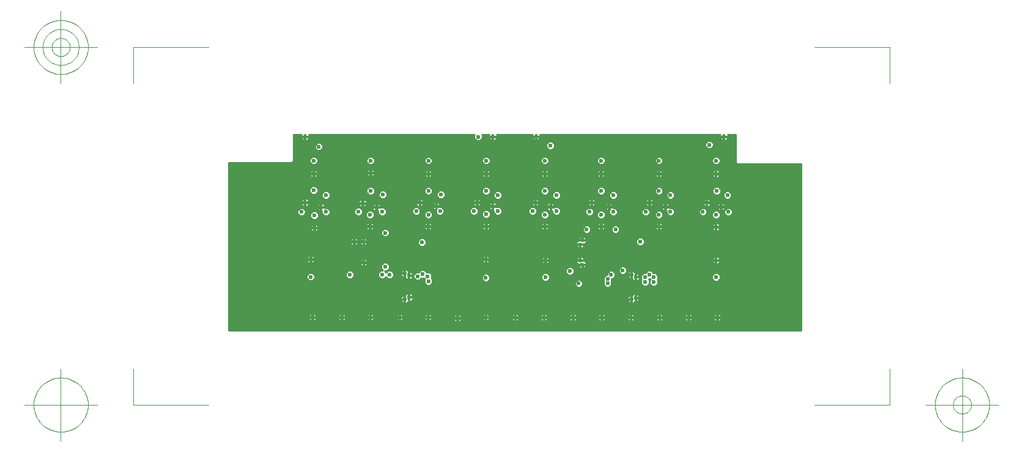
<source format=gbr>
G04 Generated by Ultiboard *
%FSLAX25Y25*%
%MOMM*%

%ADD10C,0.25400*%
%ADD11C,0.10000*%
%ADD12C,0.60000*%
%ADD13C,2.70916*%


%LNCopper Inner 2*%
%LPD*%
%FSLAX25Y25*%
%MOMM*%
G54D10*
X6103900Y2751900D02*
X6626100Y2751900D01*
X6626100Y2751900D02*
X6626100Y1867700D01*
X6626100Y1867700D02*
X6592300Y1833900D01*
X6592300Y1833900D02*
X6592300Y1815975D01*
X6592300Y1815975D02*
X6626100Y1815975D01*
X6626100Y1815975D02*
X6626100Y1804025D01*
X6626100Y1804025D02*
X6592300Y1804025D01*
X6592300Y1804025D02*
X6592300Y1786100D01*
X6592300Y1786100D02*
X6626100Y1752300D01*
X6626100Y1752300D02*
X6626100Y1735500D01*
X6626100Y1735500D02*
X6623900Y1737700D01*
X6623900Y1737700D02*
X6576100Y1737700D01*
X6576100Y1737700D02*
X6564500Y1726100D01*
X6564500Y1726100D02*
X6185500Y1726100D01*
X6185500Y1726100D02*
X6173900Y1737700D01*
X6173900Y1737700D02*
X6137700Y1737700D01*
X6137700Y1737700D02*
X6137700Y1744025D01*
X6137700Y1744025D02*
X6103900Y1744025D01*
X6103900Y1744025D02*
X6103900Y1755975D01*
X6103900Y1755975D02*
X6137700Y1755975D01*
X6137700Y1755975D02*
X6137700Y1773900D01*
X6137700Y1773900D02*
X6103900Y1807700D01*
X6103900Y1807700D02*
X6103900Y1874500D01*
X6103900Y1874500D02*
X6126100Y1852300D01*
X6126100Y1852300D02*
X6173900Y1852300D01*
X6173900Y1852300D02*
X6207700Y1886100D01*
X6207700Y1886100D02*
X6207700Y1933900D01*
X6207700Y1933900D02*
X6173900Y1967700D01*
X6173900Y1967700D02*
X6126100Y1967700D01*
X6126100Y1967700D02*
X6103900Y1945500D01*
X6103900Y1945500D02*
X6103900Y2751900D01*
G36*
X6592300Y1815975D02*
X6626100Y1815975D01*
X6626100Y1804025D01*
X6592300Y1804025D01*
X6592300Y1815975D01*
G37*
X6592300Y1815975D02*
X6626100Y1815975D01*
X6626100Y1815975D02*
X6626100Y1804025D01*
X6626100Y1804025D02*
X6592300Y1804025D01*
X6592300Y1804025D02*
X6592300Y1815975D01*
G36*
X6126100Y1833900D02*
X6103900Y1833900D01*
X6103900Y1874500D01*
X6126100Y1852300D01*
X6126100Y1833900D01*
G37*
X6126100Y1833900D02*
X6103900Y1833900D01*
X6103900Y1833900D02*
X6103900Y1874500D01*
X6103900Y1874500D02*
X6126100Y1852300D01*
X6126100Y1852300D02*
X6126100Y1833900D01*
G36*
X6623900Y1754500D02*
X6623900Y1737700D01*
X6592300Y1737700D01*
X6592300Y1786100D01*
X6623900Y1754500D01*
G37*
X6623900Y1754500D02*
X6623900Y1737700D01*
X6623900Y1737700D02*
X6592300Y1737700D01*
X6592300Y1737700D02*
X6592300Y1786100D01*
X6592300Y1786100D02*
X6623900Y1754500D01*
G36*
X6623900Y1754500D02*
X6626100Y1752300D01*
X6626100Y1735500D01*
X6623900Y1737700D01*
X6623900Y1754500D01*
G37*
X6623900Y1754500D02*
X6626100Y1752300D01*
X6626100Y1752300D02*
X6626100Y1735500D01*
X6626100Y1735500D02*
X6623900Y1737700D01*
X6623900Y1737700D02*
X6623900Y1754500D01*
G36*
X6576100Y1833900D02*
X6592300Y1833900D01*
X6592300Y1737700D01*
X6576100Y1737700D01*
X6576100Y1833900D01*
G37*
X6576100Y1833900D02*
X6592300Y1833900D01*
X6592300Y1833900D02*
X6592300Y1737700D01*
X6592300Y1737700D02*
X6576100Y1737700D01*
X6576100Y1737700D02*
X6576100Y1833900D01*
G36*
X6173900Y1833900D02*
X6126100Y1833900D01*
X6126100Y1852300D01*
X6173900Y1852300D01*
X6173900Y1833900D01*
G37*
X6173900Y1833900D02*
X6126100Y1833900D01*
X6126100Y1833900D02*
X6126100Y1852300D01*
X6126100Y1852300D02*
X6173900Y1852300D01*
X6173900Y1852300D02*
X6173900Y1833900D01*
G36*
X6173900Y1833900D02*
X6576100Y1833900D01*
X6576100Y1737700D01*
X6564500Y1726100D01*
X6185500Y1726100D01*
X6173900Y1737700D01*
X6173900Y1833900D01*
G37*
X6173900Y1833900D02*
X6576100Y1833900D01*
X6576100Y1833900D02*
X6576100Y1737700D01*
X6576100Y1737700D02*
X6564500Y1726100D01*
X6564500Y1726100D02*
X6185500Y1726100D01*
X6185500Y1726100D02*
X6173900Y1737700D01*
X6173900Y1737700D02*
X6173900Y1833900D01*
G36*
X6626100Y1886100D02*
X6626100Y1867700D01*
X6592300Y1833900D01*
X6173900Y1833900D01*
X6173900Y1852300D01*
X6207700Y1886100D01*
X6626100Y1886100D01*
G37*
X6626100Y1886100D02*
X6626100Y1867700D01*
X6626100Y1867700D02*
X6592300Y1833900D01*
X6592300Y1833900D02*
X6173900Y1833900D01*
X6173900Y1833900D02*
X6173900Y1852300D01*
X6173900Y1852300D02*
X6207700Y1886100D01*
X6207700Y1886100D02*
X6626100Y1886100D01*
G36*
X6137700Y1744025D02*
X6103900Y1744025D01*
X6103900Y1755975D01*
X6137700Y1755975D01*
X6137700Y1744025D01*
G37*
X6137700Y1744025D02*
X6103900Y1744025D01*
X6103900Y1744025D02*
X6103900Y1755975D01*
X6103900Y1755975D02*
X6137700Y1755975D01*
X6137700Y1755975D02*
X6137700Y1744025D01*
G36*
X6137700Y1833900D02*
X6137700Y1773900D01*
X6103900Y1807700D01*
X6103900Y1833900D01*
X6137700Y1833900D01*
G37*
X6137700Y1833900D02*
X6137700Y1773900D01*
X6137700Y1773900D02*
X6103900Y1807700D01*
X6103900Y1807700D02*
X6103900Y1833900D01*
X6103900Y1833900D02*
X6137700Y1833900D01*
G36*
X6137700Y1833900D02*
X6173900Y1833900D01*
X6173900Y1737700D01*
X6137700Y1737700D01*
X6137700Y1833900D01*
G37*
X6137700Y1833900D02*
X6173900Y1833900D01*
X6173900Y1833900D02*
X6173900Y1737700D01*
X6173900Y1737700D02*
X6137700Y1737700D01*
X6137700Y1737700D02*
X6137700Y1833900D01*
G36*
X6207700Y2751900D02*
X6626100Y2751900D01*
X6626100Y1886100D01*
X6207700Y1886100D01*
X6207700Y2751900D01*
G37*
X6207700Y2751900D02*
X6626100Y2751900D01*
X6626100Y2751900D02*
X6626100Y1886100D01*
X6626100Y1886100D02*
X6207700Y1886100D01*
X6207700Y1886100D02*
X6207700Y2751900D01*
G36*
X6173900Y2751900D02*
X6207700Y2751900D01*
X6207700Y1933900D01*
X6173900Y1967700D01*
X6173900Y2751900D01*
G37*
X6173900Y2751900D02*
X6207700Y2751900D01*
X6207700Y2751900D02*
X6207700Y1933900D01*
X6207700Y1933900D02*
X6173900Y1967700D01*
X6173900Y1967700D02*
X6173900Y2751900D01*
G36*
X6126100Y2751900D02*
X6126100Y1967700D01*
X6103900Y1945500D01*
X6103900Y2751900D01*
X6126100Y2751900D01*
G37*
X6126100Y2751900D02*
X6126100Y1967700D01*
X6126100Y1967700D02*
X6103900Y1945500D01*
X6103900Y1945500D02*
X6103900Y2751900D01*
X6103900Y2751900D02*
X6126100Y2751900D01*
G36*
X6126100Y2751900D02*
X6173900Y2751900D01*
X6173900Y1967700D01*
X6126100Y1967700D01*
X6126100Y2751900D01*
G37*
X6126100Y2751900D02*
X6173900Y2751900D01*
X6173900Y2751900D02*
X6173900Y1967700D01*
X6173900Y1967700D02*
X6126100Y1967700D01*
X6126100Y1967700D02*
X6126100Y2751900D01*
X6013900Y1582300D02*
X6047700Y1616100D01*
X6047700Y1616100D02*
X6047700Y1663900D01*
X6047700Y1663900D02*
X6013900Y1697700D01*
X6013900Y1697700D02*
X6013900Y1726100D01*
X6013900Y1726100D02*
X6022300Y1726100D01*
X6022300Y1726100D02*
X6056100Y1692300D01*
X6056100Y1692300D02*
X6074025Y1692300D01*
X6074025Y1692300D02*
X6074025Y1726100D01*
X6074025Y1726100D02*
X6085975Y1726100D01*
X6085975Y1726100D02*
X6085975Y1692300D01*
X6085975Y1692300D02*
X6092300Y1692300D01*
X6092300Y1692300D02*
X6092300Y1656100D01*
X6092300Y1656100D02*
X6126100Y1622300D01*
X6126100Y1622300D02*
X6173900Y1622300D01*
X6173900Y1622300D02*
X6207700Y1656100D01*
X6207700Y1656100D02*
X6207700Y1703900D01*
X6207700Y1703900D02*
X6185500Y1726100D01*
X6185500Y1726100D02*
X6564500Y1726100D01*
X6564500Y1726100D02*
X6542300Y1703900D01*
X6542300Y1703900D02*
X6542300Y1656100D01*
X6542300Y1656100D02*
X6576100Y1622300D01*
X6576100Y1622300D02*
X6623900Y1622300D01*
X6623900Y1622300D02*
X6657700Y1656100D01*
X6657700Y1656100D02*
X6657700Y1703900D01*
X6657700Y1703900D02*
X6635500Y1726100D01*
X6635500Y1726100D02*
X6685133Y1726100D01*
X6685133Y1726100D02*
X6685133Y1395000D01*
X6685133Y1395000D02*
X6013900Y1395000D01*
X6013900Y1395000D02*
X6013900Y1422300D01*
X6013900Y1422300D02*
X6047700Y1456100D01*
X6047700Y1456100D02*
X6047700Y1474025D01*
X6047700Y1474025D02*
X6013900Y1474025D01*
X6013900Y1474025D02*
X6013900Y1485975D01*
X6013900Y1485975D02*
X6047700Y1485975D01*
X6047700Y1485975D02*
X6047700Y1503900D01*
X6047700Y1503900D02*
X6013900Y1537700D01*
X6013900Y1537700D02*
X6013900Y1582300D01*
G36*
X6047700Y1700700D02*
X6047700Y1663900D01*
X6013900Y1697700D01*
X6013900Y1726100D01*
X6022300Y1726100D01*
X6047700Y1700700D01*
G37*
X6047700Y1700700D02*
X6047700Y1663900D01*
X6047700Y1663900D02*
X6013900Y1697700D01*
X6013900Y1697700D02*
X6013900Y1726100D01*
X6013900Y1726100D02*
X6022300Y1726100D01*
X6022300Y1726100D02*
X6047700Y1700700D01*
G36*
X6685133Y1456100D02*
X6685133Y1395000D01*
X6013900Y1395000D01*
X6013900Y1422300D01*
X6047700Y1456100D01*
X6685133Y1456100D01*
G37*
X6685133Y1456100D02*
X6685133Y1395000D01*
X6685133Y1395000D02*
X6013900Y1395000D01*
X6013900Y1395000D02*
X6013900Y1422300D01*
X6013900Y1422300D02*
X6047700Y1456100D01*
X6047700Y1456100D02*
X6685133Y1456100D01*
G36*
X6056100Y1616100D02*
X6047700Y1616100D01*
X6047700Y1700700D01*
X6056100Y1692300D01*
X6056100Y1616100D01*
G37*
X6056100Y1616100D02*
X6047700Y1616100D01*
X6047700Y1616100D02*
X6047700Y1700700D01*
X6047700Y1700700D02*
X6056100Y1692300D01*
X6056100Y1692300D02*
X6056100Y1616100D01*
G36*
X6047700Y1474025D02*
X6013900Y1474025D01*
X6013900Y1485975D01*
X6047700Y1485975D01*
X6047700Y1474025D01*
G37*
X6047700Y1474025D02*
X6013900Y1474025D01*
X6013900Y1474025D02*
X6013900Y1485975D01*
X6013900Y1485975D02*
X6047700Y1485975D01*
X6047700Y1485975D02*
X6047700Y1474025D01*
G36*
X6047700Y1503900D02*
X6013900Y1537700D01*
X6013900Y1582300D01*
X6047700Y1616100D01*
X6047700Y1503900D01*
G37*
X6047700Y1503900D02*
X6013900Y1537700D01*
X6013900Y1537700D02*
X6013900Y1582300D01*
X6013900Y1582300D02*
X6047700Y1616100D01*
X6047700Y1616100D02*
X6047700Y1503900D01*
G36*
X6047700Y1616100D02*
X6685133Y1616100D01*
X6685133Y1456100D01*
X6047700Y1456100D01*
X6047700Y1616100D01*
G37*
X6047700Y1616100D02*
X6685133Y1616100D01*
X6685133Y1616100D02*
X6685133Y1456100D01*
X6685133Y1456100D02*
X6047700Y1456100D01*
X6047700Y1456100D02*
X6047700Y1616100D01*
G36*
X6074025Y1692300D02*
X6074025Y1726100D01*
X6085975Y1726100D01*
X6085975Y1692300D01*
X6074025Y1692300D01*
G37*
X6074025Y1692300D02*
X6074025Y1726100D01*
X6074025Y1726100D02*
X6085975Y1726100D01*
X6085975Y1726100D02*
X6085975Y1692300D01*
X6085975Y1692300D02*
X6074025Y1692300D01*
G36*
X6207700Y1726100D02*
X6207700Y1703900D01*
X6185500Y1726100D01*
X6207700Y1726100D01*
G37*
X6207700Y1726100D02*
X6207700Y1703900D01*
X6207700Y1703900D02*
X6185500Y1726100D01*
X6185500Y1726100D02*
X6207700Y1726100D01*
G36*
X6657700Y1726100D02*
X6657700Y1703900D01*
X6635500Y1726100D01*
X6657700Y1726100D01*
G37*
X6657700Y1726100D02*
X6657700Y1703900D01*
X6657700Y1703900D02*
X6635500Y1726100D01*
X6635500Y1726100D02*
X6657700Y1726100D01*
G36*
X6657700Y1726100D02*
X6685133Y1726100D01*
X6685133Y1692300D01*
X6657700Y1692300D01*
X6657700Y1726100D01*
G37*
X6657700Y1726100D02*
X6685133Y1726100D01*
X6685133Y1726100D02*
X6685133Y1692300D01*
X6685133Y1692300D02*
X6657700Y1692300D01*
X6657700Y1692300D02*
X6657700Y1726100D01*
G36*
X6092300Y1616100D02*
X6056100Y1616100D01*
X6056100Y1692300D01*
X6092300Y1692300D01*
X6092300Y1616100D01*
G37*
X6092300Y1616100D02*
X6056100Y1616100D01*
X6056100Y1616100D02*
X6056100Y1692300D01*
X6056100Y1692300D02*
X6092300Y1692300D01*
X6092300Y1692300D02*
X6092300Y1616100D01*
G36*
X6207700Y1703900D02*
X6542300Y1703900D01*
X6542300Y1692300D01*
X6207700Y1692300D01*
X6207700Y1703900D01*
G37*
X6207700Y1703900D02*
X6542300Y1703900D01*
X6542300Y1703900D02*
X6542300Y1692300D01*
X6542300Y1692300D02*
X6207700Y1692300D01*
X6207700Y1692300D02*
X6207700Y1703900D01*
G36*
X6207700Y1703900D02*
X6207700Y1726100D01*
X6564500Y1726100D01*
X6542300Y1703900D01*
X6207700Y1703900D01*
G37*
X6207700Y1703900D02*
X6207700Y1726100D01*
X6207700Y1726100D02*
X6564500Y1726100D01*
X6564500Y1726100D02*
X6542300Y1703900D01*
X6542300Y1703900D02*
X6207700Y1703900D01*
G36*
X6126100Y1616100D02*
X6092300Y1616100D01*
X6092300Y1656100D01*
X6126100Y1622300D01*
X6126100Y1616100D01*
G37*
X6126100Y1616100D02*
X6092300Y1616100D01*
X6092300Y1616100D02*
X6092300Y1656100D01*
X6092300Y1656100D02*
X6126100Y1622300D01*
X6126100Y1622300D02*
X6126100Y1616100D01*
G36*
X6173900Y1616100D02*
X6126100Y1616100D01*
X6126100Y1622300D01*
X6173900Y1622300D01*
X6173900Y1616100D01*
G37*
X6173900Y1616100D02*
X6126100Y1616100D01*
X6126100Y1616100D02*
X6126100Y1622300D01*
X6126100Y1622300D02*
X6173900Y1622300D01*
X6173900Y1622300D02*
X6173900Y1616100D01*
G36*
X6207700Y1656100D02*
X6207700Y1692300D01*
X6542300Y1692300D01*
X6542300Y1656100D01*
X6207700Y1656100D01*
G37*
X6207700Y1656100D02*
X6207700Y1692300D01*
X6207700Y1692300D02*
X6542300Y1692300D01*
X6542300Y1692300D02*
X6542300Y1656100D01*
X6542300Y1656100D02*
X6207700Y1656100D01*
G36*
X6685133Y1656100D02*
X6657700Y1656100D01*
X6657700Y1692300D01*
X6685133Y1692300D01*
X6685133Y1656100D01*
G37*
X6685133Y1656100D02*
X6657700Y1656100D01*
X6657700Y1656100D02*
X6657700Y1692300D01*
X6657700Y1692300D02*
X6685133Y1692300D01*
X6685133Y1692300D02*
X6685133Y1656100D01*
G36*
X6576100Y1616100D02*
X6173900Y1616100D01*
X6173900Y1622300D01*
X6207700Y1656100D01*
X6542300Y1656100D01*
X6576100Y1622300D01*
X6576100Y1616100D01*
G37*
X6576100Y1616100D02*
X6173900Y1616100D01*
X6173900Y1616100D02*
X6173900Y1622300D01*
X6173900Y1622300D02*
X6207700Y1656100D01*
X6207700Y1656100D02*
X6542300Y1656100D01*
X6542300Y1656100D02*
X6576100Y1622300D01*
X6576100Y1622300D02*
X6576100Y1616100D01*
G36*
X6623900Y1616100D02*
X6623900Y1622300D01*
X6657700Y1656100D01*
X6685133Y1656100D01*
X6685133Y1616100D01*
X6623900Y1616100D01*
G37*
X6623900Y1616100D02*
X6623900Y1622300D01*
X6623900Y1622300D02*
X6657700Y1656100D01*
X6657700Y1656100D02*
X6685133Y1656100D01*
X6685133Y1656100D02*
X6685133Y1616100D01*
X6685133Y1616100D02*
X6623900Y1616100D01*
G36*
X6623900Y1616100D02*
X6576100Y1616100D01*
X6576100Y1622300D01*
X6623900Y1622300D01*
X6623900Y1616100D01*
G37*
X6623900Y1616100D02*
X6576100Y1616100D01*
X6576100Y1616100D02*
X6576100Y1622300D01*
X6576100Y1622300D02*
X6623900Y1622300D01*
X6623900Y1622300D02*
X6623900Y1616100D01*
X5753900Y1212300D02*
X5787700Y1246100D01*
X5787700Y1246100D02*
X5787700Y1293900D01*
X5787700Y1293900D02*
X5753900Y1327700D01*
X5753900Y1327700D02*
X5753900Y1395000D01*
X5753900Y1395000D02*
X6685133Y1395000D01*
X6685133Y1395000D02*
X6685133Y893900D01*
X6685133Y893900D02*
X5753900Y893900D01*
X5753900Y893900D02*
X5753900Y1212300D01*
G36*
X6685133Y1246100D02*
X6685133Y893900D01*
X5753900Y893900D01*
X5753900Y1212300D01*
X5787700Y1246100D01*
X6685133Y1246100D01*
G37*
X6685133Y1246100D02*
X6685133Y893900D01*
X6685133Y893900D02*
X5753900Y893900D01*
X5753900Y893900D02*
X5753900Y1212300D01*
X5753900Y1212300D02*
X5787700Y1246100D01*
X5787700Y1246100D02*
X6685133Y1246100D01*
G36*
X5787700Y1395000D02*
X5787700Y1293900D01*
X5753900Y1327700D01*
X5753900Y1395000D01*
X5787700Y1395000D01*
G37*
X5787700Y1395000D02*
X5787700Y1293900D01*
X5787700Y1293900D02*
X5753900Y1327700D01*
X5753900Y1327700D02*
X5753900Y1395000D01*
X5753900Y1395000D02*
X5787700Y1395000D01*
G36*
X5787700Y1395000D02*
X6685133Y1395000D01*
X6685133Y1246100D01*
X5787700Y1246100D01*
X5787700Y1395000D01*
G37*
X5787700Y1395000D02*
X6685133Y1395000D01*
X6685133Y1395000D02*
X6685133Y1246100D01*
X6685133Y1246100D02*
X5787700Y1246100D01*
X5787700Y1246100D02*
X5787700Y1395000D01*
X5966600Y745000D02*
X5977700Y756100D01*
X5977700Y756100D02*
X5977700Y803900D01*
X5977700Y803900D02*
X5943900Y837700D01*
X5943900Y837700D02*
X5913900Y837700D01*
X5913900Y837700D02*
X5883900Y867700D01*
X5883900Y867700D02*
X5883900Y893900D01*
X5883900Y893900D02*
X6685133Y893900D01*
X6685133Y893900D02*
X6685133Y733900D01*
X6685133Y733900D02*
X5977700Y733900D01*
X5977700Y733900D02*
X5966600Y745000D01*
G36*
X6685133Y756100D02*
X6685133Y733900D01*
X5977700Y733900D01*
X5966600Y745000D01*
X5977700Y756100D01*
X6685133Y756100D01*
G37*
X6685133Y756100D02*
X6685133Y733900D01*
X6685133Y733900D02*
X5977700Y733900D01*
X5977700Y733900D02*
X5966600Y745000D01*
X5966600Y745000D02*
X5977700Y756100D01*
X5977700Y756100D02*
X6685133Y756100D01*
G36*
X5977700Y893900D02*
X6685133Y893900D01*
X6685133Y756100D01*
X5977700Y756100D01*
X5977700Y893900D01*
G37*
X5977700Y893900D02*
X6685133Y893900D01*
X6685133Y893900D02*
X6685133Y756100D01*
X6685133Y756100D02*
X5977700Y756100D01*
X5977700Y756100D02*
X5977700Y893900D01*
G36*
X5943900Y893900D02*
X5943900Y837700D01*
X5913900Y837700D01*
X5883900Y867700D01*
X5883900Y893900D01*
X5943900Y893900D01*
G37*
X5943900Y893900D02*
X5943900Y837700D01*
X5943900Y837700D02*
X5913900Y837700D01*
X5913900Y837700D02*
X5883900Y867700D01*
X5883900Y867700D02*
X5883900Y893900D01*
X5883900Y893900D02*
X5943900Y893900D01*
G36*
X5943900Y893900D02*
X5977700Y893900D01*
X5977700Y803900D01*
X5943900Y837700D01*
X5943900Y893900D01*
G37*
X5943900Y893900D02*
X5977700Y893900D01*
X5977700Y893900D02*
X5977700Y803900D01*
X5977700Y803900D02*
X5943900Y837700D01*
X5943900Y837700D02*
X5943900Y893900D01*
X5693900Y722300D02*
X5705500Y733900D01*
X5705500Y733900D02*
X5742300Y733900D01*
X5742300Y733900D02*
X5742300Y686100D01*
X5742300Y686100D02*
X5776100Y652300D01*
X5776100Y652300D02*
X5823900Y652300D01*
X5823900Y652300D02*
X5857700Y686100D01*
X5857700Y686100D02*
X5857700Y733900D01*
X5857700Y733900D02*
X5862300Y733900D01*
X5862300Y733900D02*
X5862300Y686100D01*
X5862300Y686100D02*
X5896100Y652300D01*
X5896100Y652300D02*
X5943900Y652300D01*
X5943900Y652300D02*
X5977700Y686100D01*
X5977700Y686100D02*
X5977700Y733900D01*
X5977700Y733900D02*
X6685133Y733900D01*
X6685133Y733900D02*
X6685133Y466100D01*
X6685133Y466100D02*
X5727700Y466100D01*
X5727700Y466100D02*
X5727700Y484025D01*
X5727700Y484025D02*
X5693900Y484025D01*
X5693900Y484025D02*
X5693900Y495975D01*
X5693900Y495975D02*
X5727700Y495975D01*
X5727700Y495975D02*
X5727700Y513900D01*
X5727700Y513900D02*
X5693900Y547700D01*
X5693900Y547700D02*
X5693900Y722300D01*
G36*
X5776100Y466100D02*
X5742300Y466100D01*
X5742300Y686100D01*
X5776100Y652300D01*
X5776100Y466100D01*
G37*
X5776100Y466100D02*
X5742300Y466100D01*
X5742300Y466100D02*
X5742300Y686100D01*
X5742300Y686100D02*
X5776100Y652300D01*
X5776100Y652300D02*
X5776100Y466100D01*
G36*
X5727700Y484025D02*
X5693900Y484025D01*
X5693900Y495975D01*
X5727700Y495975D01*
X5727700Y484025D01*
G37*
X5727700Y484025D02*
X5693900Y484025D01*
X5693900Y484025D02*
X5693900Y495975D01*
X5693900Y495975D02*
X5727700Y495975D01*
X5727700Y495975D02*
X5727700Y484025D01*
G36*
X5727700Y733900D02*
X5727700Y513900D01*
X5693900Y547700D01*
X5693900Y722300D01*
X5705500Y733900D01*
X5727700Y733900D01*
G37*
X5727700Y733900D02*
X5727700Y513900D01*
X5727700Y513900D02*
X5693900Y547700D01*
X5693900Y547700D02*
X5693900Y722300D01*
X5693900Y722300D02*
X5705500Y733900D01*
X5705500Y733900D02*
X5727700Y733900D01*
G36*
X5727700Y733900D02*
X5742300Y733900D01*
X5742300Y466100D01*
X5727700Y466100D01*
X5727700Y733900D01*
G37*
X5727700Y733900D02*
X5742300Y733900D01*
X5742300Y733900D02*
X5742300Y466100D01*
X5742300Y466100D02*
X5727700Y466100D01*
X5727700Y466100D02*
X5727700Y733900D01*
G36*
X5823900Y466100D02*
X5776100Y466100D01*
X5776100Y652300D01*
X5823900Y652300D01*
X5823900Y466100D01*
G37*
X5823900Y466100D02*
X5776100Y466100D01*
X5776100Y466100D02*
X5776100Y652300D01*
X5776100Y652300D02*
X5823900Y652300D01*
X5823900Y652300D02*
X5823900Y466100D01*
G36*
X5857700Y686100D02*
X5857700Y733900D01*
X5862300Y733900D01*
X5862300Y686100D01*
X5857700Y686100D01*
G37*
X5857700Y686100D02*
X5857700Y733900D01*
X5857700Y733900D02*
X5862300Y733900D01*
X5862300Y733900D02*
X5862300Y686100D01*
X5862300Y686100D02*
X5857700Y686100D01*
G36*
X6685133Y686100D02*
X5977700Y686100D01*
X5977700Y733900D01*
X6685133Y733900D01*
X6685133Y686100D01*
G37*
X6685133Y686100D02*
X5977700Y686100D01*
X5977700Y686100D02*
X5977700Y733900D01*
X5977700Y733900D02*
X6685133Y733900D01*
X6685133Y733900D02*
X6685133Y686100D01*
G36*
X5896100Y466100D02*
X5823900Y466100D01*
X5823900Y652300D01*
X5857700Y686100D01*
X5862300Y686100D01*
X5896100Y652300D01*
X5896100Y466100D01*
G37*
X5896100Y466100D02*
X5823900Y466100D01*
X5823900Y466100D02*
X5823900Y652300D01*
X5823900Y652300D02*
X5857700Y686100D01*
X5857700Y686100D02*
X5862300Y686100D01*
X5862300Y686100D02*
X5896100Y652300D01*
X5896100Y652300D02*
X5896100Y466100D01*
G36*
X5943900Y466100D02*
X5943900Y652300D01*
X5977700Y686100D01*
X6685133Y686100D01*
X6685133Y466100D01*
X5943900Y466100D01*
G37*
X5943900Y466100D02*
X5943900Y652300D01*
X5943900Y652300D02*
X5977700Y686100D01*
X5977700Y686100D02*
X6685133Y686100D01*
X6685133Y686100D02*
X6685133Y466100D01*
X6685133Y466100D02*
X5943900Y466100D01*
G36*
X5943900Y466100D02*
X5896100Y466100D01*
X5896100Y652300D01*
X5943900Y652300D01*
X5943900Y466100D01*
G37*
X5943900Y466100D02*
X5896100Y466100D01*
X5896100Y466100D02*
X5896100Y652300D01*
X5896100Y652300D02*
X5943900Y652300D01*
X5943900Y652300D02*
X5943900Y466100D01*
X6376100Y277700D02*
X6342300Y243900D01*
X6342300Y243900D02*
X6342300Y225975D01*
X6342300Y225975D02*
X6376100Y225975D01*
X6376100Y225975D02*
X6376100Y214025D01*
X6376100Y214025D02*
X6342300Y214025D01*
X6342300Y214025D02*
X6342300Y196100D01*
X6342300Y196100D02*
X6057700Y196100D01*
X6057700Y196100D02*
X6057700Y214025D01*
X6057700Y214025D02*
X6023900Y214025D01*
X6023900Y214025D02*
X6023900Y225975D01*
X6023900Y225975D02*
X6057700Y225975D01*
X6057700Y225975D02*
X6057700Y243900D01*
X6057700Y243900D02*
X6023900Y277700D01*
X6023900Y277700D02*
X6023900Y466100D01*
X6023900Y466100D02*
X6376100Y466100D01*
X6376100Y466100D02*
X6376100Y277700D01*
G36*
X6057700Y243900D02*
X6023900Y277700D01*
X6023900Y466100D01*
X6376100Y466100D01*
X6376100Y277700D01*
X6342300Y243900D01*
X6057700Y243900D01*
G37*
X6057700Y243900D02*
X6023900Y277700D01*
X6023900Y277700D02*
X6023900Y466100D01*
X6023900Y466100D02*
X6376100Y466100D01*
X6376100Y466100D02*
X6376100Y277700D01*
X6376100Y277700D02*
X6342300Y243900D01*
X6342300Y243900D02*
X6057700Y243900D01*
G36*
X6342300Y225975D02*
X6376100Y225975D01*
X6376100Y214025D01*
X6342300Y214025D01*
X6342300Y225975D01*
G37*
X6342300Y225975D02*
X6376100Y225975D01*
X6376100Y225975D02*
X6376100Y214025D01*
X6376100Y214025D02*
X6342300Y214025D01*
X6342300Y214025D02*
X6342300Y225975D01*
G36*
X6057700Y214025D02*
X6023900Y214025D01*
X6023900Y225975D01*
X6057700Y225975D01*
X6057700Y214025D01*
G37*
X6057700Y214025D02*
X6023900Y214025D01*
X6023900Y214025D02*
X6023900Y225975D01*
X6023900Y225975D02*
X6057700Y225975D01*
X6057700Y225975D02*
X6057700Y214025D01*
G36*
X6057700Y243900D02*
X6342300Y243900D01*
X6342300Y196100D01*
X6057700Y196100D01*
X6057700Y243900D01*
G37*
X6057700Y243900D02*
X6342300Y243900D01*
X6342300Y243900D02*
X6342300Y196100D01*
X6342300Y196100D02*
X6057700Y196100D01*
X6057700Y196100D02*
X6057700Y243900D01*
X6423900Y277700D02*
X6405975Y277700D01*
X6405975Y277700D02*
X6405975Y225975D01*
X6405975Y225975D02*
X6423900Y225975D01*
X6423900Y225975D02*
X6423900Y214025D01*
X6423900Y214025D02*
X6405975Y214025D01*
X6405975Y214025D02*
X6405975Y196100D01*
X6405975Y196100D02*
X6394025Y196100D01*
X6394025Y196100D02*
X6394025Y214025D01*
X6394025Y214025D02*
X6376100Y214025D01*
X6376100Y214025D02*
X6376100Y225975D01*
X6376100Y225975D02*
X6394025Y225975D01*
X6394025Y225975D02*
X6394025Y277700D01*
X6394025Y277700D02*
X6376100Y277700D01*
X6376100Y277700D02*
X6376100Y466100D01*
X6376100Y466100D02*
X6423900Y466100D01*
X6423900Y466100D02*
X6423900Y277700D01*
G36*
X6376100Y277700D02*
X6376100Y466100D01*
X6423900Y466100D01*
X6423900Y277700D01*
X6376100Y277700D01*
G37*
X6376100Y277700D02*
X6376100Y466100D01*
X6376100Y466100D02*
X6423900Y466100D01*
X6423900Y466100D02*
X6423900Y277700D01*
X6423900Y277700D02*
X6376100Y277700D01*
G36*
X6405975Y225975D02*
X6423900Y225975D01*
X6423900Y214025D01*
X6405975Y214025D01*
X6405975Y225975D01*
G37*
X6405975Y225975D02*
X6423900Y225975D01*
X6423900Y225975D02*
X6423900Y214025D01*
X6423900Y214025D02*
X6405975Y214025D01*
X6405975Y214025D02*
X6405975Y225975D01*
G36*
X6394025Y214025D02*
X6376100Y214025D01*
X6376100Y225975D01*
X6394025Y225975D01*
X6394025Y214025D01*
G37*
X6394025Y214025D02*
X6376100Y214025D01*
X6376100Y214025D02*
X6376100Y225975D01*
X6376100Y225975D02*
X6394025Y225975D01*
X6394025Y225975D02*
X6394025Y214025D01*
G36*
X6394025Y277700D02*
X6405975Y277700D01*
X6405975Y196100D01*
X6394025Y196100D01*
X6394025Y277700D01*
G37*
X6394025Y277700D02*
X6405975Y277700D01*
X6405975Y277700D02*
X6405975Y196100D01*
X6405975Y196100D02*
X6394025Y196100D01*
X6394025Y196100D02*
X6394025Y277700D01*
X6423900Y38100D02*
X6023900Y38100D01*
X6023900Y38100D02*
X6023900Y162300D01*
X6023900Y162300D02*
X6057700Y196100D01*
X6057700Y196100D02*
X6342300Y196100D01*
X6342300Y196100D02*
X6376100Y162300D01*
X6376100Y162300D02*
X6394025Y162300D01*
X6394025Y162300D02*
X6394025Y196100D01*
X6394025Y196100D02*
X6405975Y196100D01*
X6405975Y196100D02*
X6405975Y162300D01*
X6405975Y162300D02*
X6423900Y162300D01*
X6423900Y162300D02*
X6423900Y38100D01*
G36*
X6376100Y38100D02*
X6023900Y38100D01*
X6023900Y162300D01*
X6057700Y196100D01*
X6342300Y196100D01*
X6376100Y162300D01*
X6376100Y38100D01*
G37*
X6376100Y38100D02*
X6023900Y38100D01*
X6023900Y38100D02*
X6023900Y162300D01*
X6023900Y162300D02*
X6057700Y196100D01*
X6057700Y196100D02*
X6342300Y196100D01*
X6342300Y196100D02*
X6376100Y162300D01*
X6376100Y162300D02*
X6376100Y38100D01*
G36*
X6394025Y162300D02*
X6394025Y196100D01*
X6405975Y196100D01*
X6405975Y162300D01*
X6394025Y162300D01*
G37*
X6394025Y162300D02*
X6394025Y196100D01*
X6394025Y196100D02*
X6405975Y196100D01*
X6405975Y196100D02*
X6405975Y162300D01*
X6405975Y162300D02*
X6394025Y162300D01*
G36*
X6423900Y162300D02*
X6423900Y38100D01*
X6376100Y38100D01*
X6376100Y162300D01*
X6423900Y162300D01*
G37*
X6423900Y162300D02*
X6423900Y38100D01*
X6423900Y38100D02*
X6376100Y38100D01*
X6376100Y38100D02*
X6376100Y162300D01*
X6376100Y162300D02*
X6423900Y162300D01*
X6685133Y38100D02*
X6423900Y38100D01*
X6423900Y38100D02*
X6423900Y162300D01*
X6423900Y162300D02*
X6457700Y196100D01*
X6457700Y196100D02*
X6457700Y214025D01*
X6457700Y214025D02*
X6423900Y214025D01*
X6423900Y214025D02*
X6423900Y225975D01*
X6423900Y225975D02*
X6457700Y225975D01*
X6457700Y225975D02*
X6457700Y243900D01*
X6457700Y243900D02*
X6423900Y277700D01*
X6423900Y277700D02*
X6423900Y466100D01*
X6423900Y466100D02*
X6685133Y466100D01*
X6685133Y466100D02*
X6685133Y38100D01*
G36*
X6685133Y196100D02*
X6685133Y38100D01*
X6423900Y38100D01*
X6423900Y162300D01*
X6457700Y196100D01*
X6685133Y196100D01*
G37*
X6685133Y196100D02*
X6685133Y38100D01*
X6685133Y38100D02*
X6423900Y38100D01*
X6423900Y38100D02*
X6423900Y162300D01*
X6423900Y162300D02*
X6457700Y196100D01*
X6457700Y196100D02*
X6685133Y196100D01*
G36*
X6457700Y214025D02*
X6423900Y214025D01*
X6423900Y225975D01*
X6457700Y225975D01*
X6457700Y214025D01*
G37*
X6457700Y214025D02*
X6423900Y214025D01*
X6423900Y214025D02*
X6423900Y225975D01*
X6423900Y225975D02*
X6457700Y225975D01*
X6457700Y225975D02*
X6457700Y214025D01*
G36*
X6457700Y466100D02*
X6457700Y243900D01*
X6423900Y277700D01*
X6423900Y466100D01*
X6457700Y466100D01*
G37*
X6457700Y466100D02*
X6457700Y243900D01*
X6457700Y243900D02*
X6423900Y277700D01*
X6423900Y277700D02*
X6423900Y466100D01*
X6423900Y466100D02*
X6457700Y466100D01*
G36*
X6457700Y466100D02*
X6685133Y466100D01*
X6685133Y196100D01*
X6457700Y196100D01*
X6457700Y466100D01*
G37*
X6457700Y466100D02*
X6685133Y466100D01*
X6685133Y466100D02*
X6685133Y196100D01*
X6685133Y196100D02*
X6457700Y196100D01*
X6457700Y196100D02*
X6457700Y466100D01*
X2993900Y2751900D02*
X3440300Y2751900D01*
X3440300Y2751900D02*
X3432300Y2743900D01*
X3432300Y2743900D02*
X3432300Y2696100D01*
X3432300Y2696100D02*
X3466100Y2662300D01*
X3466100Y2662300D02*
X3513900Y2662300D01*
X3513900Y2662300D02*
X3513900Y1847700D01*
X3513900Y1847700D02*
X3493900Y1867700D01*
X3493900Y1867700D02*
X3475975Y1867700D01*
X3475975Y1867700D02*
X3475975Y1833200D01*
X3475975Y1833200D02*
X3464025Y1833200D01*
X3464025Y1833200D02*
X3464025Y1867700D01*
X3464025Y1867700D02*
X3446100Y1867700D01*
X3446100Y1867700D02*
X3412300Y1833900D01*
X3412300Y1833900D02*
X3412300Y1833200D01*
X3412300Y1833200D02*
X2993900Y1833200D01*
X2993900Y1833200D02*
X2993900Y1862300D01*
X2993900Y1862300D02*
X3027700Y1896100D01*
X3027700Y1896100D02*
X3027700Y1943900D01*
X3027700Y1943900D02*
X2993900Y1977700D01*
X2993900Y1977700D02*
X2993900Y2751900D01*
G36*
X2993900Y2743900D02*
X2993900Y2751900D01*
X3440300Y2751900D01*
X3432300Y2743900D01*
X2993900Y2743900D01*
G37*
X2993900Y2743900D02*
X2993900Y2751900D01*
X2993900Y2751900D02*
X3440300Y2751900D01*
X3440300Y2751900D02*
X3432300Y2743900D01*
X3432300Y2743900D02*
X2993900Y2743900D01*
G36*
X2993900Y1833900D02*
X3412300Y1833900D01*
X3412300Y1833200D01*
X2993900Y1833200D01*
X2993900Y1833900D01*
G37*
X2993900Y1833900D02*
X3412300Y1833900D01*
X3412300Y1833900D02*
X3412300Y1833200D01*
X3412300Y1833200D02*
X2993900Y1833200D01*
X2993900Y1833200D02*
X2993900Y1833900D01*
G36*
X3493900Y2662300D02*
X3513900Y2662300D01*
X3513900Y1847700D01*
X3493900Y1867700D01*
X3493900Y2662300D01*
G37*
X3493900Y2662300D02*
X3513900Y2662300D01*
X3513900Y2662300D02*
X3513900Y1847700D01*
X3513900Y1847700D02*
X3493900Y1867700D01*
X3493900Y1867700D02*
X3493900Y2662300D01*
G36*
X3464025Y2664375D02*
X3466100Y2662300D01*
X3466100Y1833200D01*
X3464025Y1833200D01*
X3464025Y2664375D01*
G37*
X3464025Y2664375D02*
X3466100Y2662300D01*
X3466100Y2662300D02*
X3466100Y1833200D01*
X3466100Y1833200D02*
X3464025Y1833200D01*
X3464025Y1833200D02*
X3464025Y2664375D01*
G36*
X3432300Y1896100D02*
X3432300Y1853900D01*
X3412300Y1833900D01*
X2993900Y1833900D01*
X2993900Y1862300D01*
X3027700Y1896100D01*
X3432300Y1896100D01*
G37*
X3432300Y1896100D02*
X3432300Y1853900D01*
X3432300Y1853900D02*
X3412300Y1833900D01*
X3412300Y1833900D02*
X2993900Y1833900D01*
X2993900Y1833900D02*
X2993900Y1862300D01*
X2993900Y1862300D02*
X3027700Y1896100D01*
X3027700Y1896100D02*
X3432300Y1896100D01*
G36*
X3466100Y1867700D02*
X3475975Y1867700D01*
X3475975Y1833200D01*
X3466100Y1833200D01*
X3466100Y1867700D01*
G37*
X3466100Y1867700D02*
X3475975Y1867700D01*
X3475975Y1867700D02*
X3475975Y1833200D01*
X3475975Y1833200D02*
X3466100Y1833200D01*
X3466100Y1833200D02*
X3466100Y1867700D01*
G36*
X3466100Y1867700D02*
X3466100Y2662300D01*
X3493900Y2662300D01*
X3493900Y1867700D01*
X3466100Y1867700D01*
G37*
X3466100Y1867700D02*
X3466100Y2662300D01*
X3466100Y2662300D02*
X3493900Y2662300D01*
X3493900Y2662300D02*
X3493900Y1867700D01*
X3493900Y1867700D02*
X3466100Y1867700D01*
G36*
X3446100Y2682300D02*
X3446100Y1867700D01*
X3432300Y1853900D01*
X3432300Y2696100D01*
X3446100Y2682300D01*
G37*
X3446100Y2682300D02*
X3446100Y1867700D01*
X3446100Y1867700D02*
X3432300Y1853900D01*
X3432300Y1853900D02*
X3432300Y2696100D01*
X3432300Y2696100D02*
X3446100Y2682300D01*
G36*
X3446100Y2682300D02*
X3464025Y2664375D01*
X3464025Y1867700D01*
X3446100Y1867700D01*
X3446100Y2682300D01*
G37*
X3446100Y2682300D02*
X3464025Y2664375D01*
X3464025Y2664375D02*
X3464025Y1867700D01*
X3464025Y1867700D02*
X3446100Y1867700D01*
X3446100Y1867700D02*
X3446100Y2682300D01*
G36*
X3027700Y2743900D02*
X3027700Y1943900D01*
X2993900Y1977700D01*
X2993900Y2743900D01*
X3027700Y2743900D01*
G37*
X3027700Y2743900D02*
X3027700Y1943900D01*
X3027700Y1943900D02*
X2993900Y1977700D01*
X2993900Y1977700D02*
X2993900Y2743900D01*
X2993900Y2743900D02*
X3027700Y2743900D01*
G36*
X3027700Y2743900D02*
X3432300Y2743900D01*
X3432300Y1896100D01*
X3027700Y1896100D01*
X3027700Y2743900D01*
G37*
X3027700Y2743900D02*
X3432300Y2743900D01*
X3432300Y2743900D02*
X3432300Y1896100D01*
X3432300Y1896100D02*
X3027700Y1896100D01*
X3027700Y1896100D02*
X3027700Y2743900D01*
X3746200Y1785400D02*
X3713900Y1817700D01*
X3713900Y1817700D02*
X3695975Y1817700D01*
X3695975Y1817700D02*
X3695975Y1785400D01*
X3695975Y1785400D02*
X3684025Y1785400D01*
X3684025Y1785400D02*
X3684025Y1817700D01*
X3684025Y1817700D02*
X3666100Y1817700D01*
X3666100Y1817700D02*
X3633800Y1785400D01*
X3633800Y1785400D02*
X3527000Y1785400D01*
X3527000Y1785400D02*
X3527700Y1786100D01*
X3527700Y1786100D02*
X3527700Y1804025D01*
X3527700Y1804025D02*
X3475975Y1804025D01*
X3475975Y1804025D02*
X3475975Y1785400D01*
X3475975Y1785400D02*
X3464025Y1785400D01*
X3464025Y1785400D02*
X3464025Y1804025D01*
X3464025Y1804025D02*
X3412300Y1804025D01*
X3412300Y1804025D02*
X3412300Y1786100D01*
X3412300Y1786100D02*
X3413000Y1785400D01*
X3413000Y1785400D02*
X2962900Y1785400D01*
X2962900Y1785400D02*
X2932100Y1816200D01*
X2932100Y1816200D02*
X2914175Y1816200D01*
X2914175Y1816200D02*
X2914175Y1785400D01*
X2914175Y1785400D02*
X2902225Y1785400D01*
X2902225Y1785400D02*
X2902225Y1816200D01*
X2902225Y1816200D02*
X2884300Y1816200D01*
X2884300Y1816200D02*
X2853500Y1785400D01*
X2853500Y1785400D02*
X2737300Y1785400D01*
X2737300Y1785400D02*
X2737300Y1803325D01*
X2737300Y1803325D02*
X2685575Y1803325D01*
X2685575Y1803325D02*
X2685575Y1785400D01*
X2685575Y1785400D02*
X2673625Y1785400D01*
X2673625Y1785400D02*
X2673625Y1803325D01*
X2673625Y1803325D02*
X2657433Y1803325D01*
X2657433Y1803325D02*
X2657433Y1815275D01*
X2657433Y1815275D02*
X2673625Y1815275D01*
X2673625Y1815275D02*
X2673625Y1833200D01*
X2673625Y1833200D02*
X2685575Y1833200D01*
X2685575Y1833200D02*
X2685575Y1815275D01*
X2685575Y1815275D02*
X2737300Y1815275D01*
X2737300Y1815275D02*
X2737300Y1833200D01*
X2737300Y1833200D02*
X3412300Y1833200D01*
X3412300Y1833200D02*
X3412300Y1815975D01*
X3412300Y1815975D02*
X3464025Y1815975D01*
X3464025Y1815975D02*
X3464025Y1833200D01*
X3464025Y1833200D02*
X3475975Y1833200D01*
X3475975Y1833200D02*
X3475975Y1815975D01*
X3475975Y1815975D02*
X3527700Y1815975D01*
X3527700Y1815975D02*
X3527700Y1833200D01*
X3527700Y1833200D02*
X4000000Y1833200D01*
X4000000Y1833200D02*
X4000000Y1785400D01*
X4000000Y1785400D02*
X3746200Y1785400D01*
G36*
X3713900Y1833200D02*
X4000000Y1833200D01*
X4000000Y1785400D01*
X3746200Y1785400D01*
X3713900Y1817700D01*
X3713900Y1833200D01*
G37*
X3713900Y1833200D02*
X4000000Y1833200D01*
X4000000Y1833200D02*
X4000000Y1785400D01*
X4000000Y1785400D02*
X3746200Y1785400D01*
X3746200Y1785400D02*
X3713900Y1817700D01*
X3713900Y1817700D02*
X3713900Y1833200D01*
G36*
X3695975Y1817700D02*
X3695975Y1785400D01*
X3684025Y1785400D01*
X3684025Y1817700D01*
X3695975Y1817700D01*
G37*
X3695975Y1817700D02*
X3695975Y1785400D01*
X3695975Y1785400D02*
X3684025Y1785400D01*
X3684025Y1785400D02*
X3684025Y1817700D01*
X3684025Y1817700D02*
X3695975Y1817700D01*
G36*
X3475975Y1817700D02*
X3464025Y1817700D01*
X3464025Y1833200D01*
X3475975Y1833200D01*
X3475975Y1817700D01*
G37*
X3475975Y1817700D02*
X3464025Y1817700D01*
X3464025Y1817700D02*
X3464025Y1833200D01*
X3464025Y1833200D02*
X3475975Y1833200D01*
X3475975Y1833200D02*
X3475975Y1817700D01*
G36*
X3412300Y1817700D02*
X2737300Y1817700D01*
X2737300Y1833200D01*
X3412300Y1833200D01*
X3412300Y1817700D01*
G37*
X3412300Y1817700D02*
X2737300Y1817700D01*
X2737300Y1817700D02*
X2737300Y1833200D01*
X2737300Y1833200D02*
X3412300Y1833200D01*
X3412300Y1833200D02*
X3412300Y1817700D01*
G36*
X2685575Y1817700D02*
X2673625Y1817700D01*
X2673625Y1833200D01*
X2685575Y1833200D01*
X2685575Y1817700D01*
G37*
X2685575Y1817700D02*
X2673625Y1817700D01*
X2673625Y1817700D02*
X2673625Y1833200D01*
X2673625Y1833200D02*
X2685575Y1833200D01*
X2685575Y1833200D02*
X2685575Y1817700D01*
G36*
X3527700Y1817700D02*
X3527700Y1833200D01*
X3713900Y1833200D01*
X3713900Y1817700D01*
X3527700Y1817700D01*
G37*
X3527700Y1817700D02*
X3527700Y1833200D01*
X3527700Y1833200D02*
X3713900Y1833200D01*
X3713900Y1833200D02*
X3713900Y1817700D01*
X3713900Y1817700D02*
X3527700Y1817700D01*
G36*
X3664375Y1815975D02*
X3527700Y1815975D01*
X3527700Y1817700D01*
X3666100Y1817700D01*
X3664375Y1815975D01*
G37*
X3664375Y1815975D02*
X3527700Y1815975D01*
X3527700Y1815975D02*
X3527700Y1817700D01*
X3527700Y1817700D02*
X3666100Y1817700D01*
X3666100Y1817700D02*
X3664375Y1815975D01*
G36*
X3464025Y1817700D02*
X3475975Y1817700D01*
X3475975Y1785400D01*
X3464025Y1785400D01*
X3464025Y1817700D01*
G37*
X3464025Y1817700D02*
X3475975Y1817700D01*
X3475975Y1817700D02*
X3475975Y1785400D01*
X3475975Y1785400D02*
X3464025Y1785400D01*
X3464025Y1785400D02*
X3464025Y1817700D01*
G36*
X3634500Y1786100D02*
X3633800Y1785400D01*
X3527000Y1785400D01*
X3527700Y1786100D01*
X3634500Y1786100D01*
G37*
X3634500Y1786100D02*
X3633800Y1785400D01*
X3633800Y1785400D02*
X3527000Y1785400D01*
X3527000Y1785400D02*
X3527700Y1786100D01*
X3527700Y1786100D02*
X3634500Y1786100D01*
G36*
X2902225Y1804025D02*
X2914175Y1804025D01*
X2914175Y1785400D01*
X2902225Y1785400D01*
X2902225Y1804025D01*
G37*
X2902225Y1804025D02*
X2914175Y1804025D01*
X2914175Y1804025D02*
X2914175Y1785400D01*
X2914175Y1785400D02*
X2902225Y1785400D01*
X2902225Y1785400D02*
X2902225Y1804025D01*
G36*
X3527700Y1815975D02*
X3527700Y1804025D01*
X3475975Y1804025D01*
X3475975Y1815975D01*
X3527700Y1815975D01*
G37*
X3527700Y1815975D02*
X3527700Y1804025D01*
X3527700Y1804025D02*
X3475975Y1804025D01*
X3475975Y1804025D02*
X3475975Y1815975D01*
X3475975Y1815975D02*
X3527700Y1815975D01*
G36*
X3527700Y1815975D02*
X3664375Y1815975D01*
X3634500Y1786100D01*
X3527700Y1786100D01*
X3527700Y1815975D01*
G37*
X3527700Y1815975D02*
X3664375Y1815975D01*
X3664375Y1815975D02*
X3634500Y1786100D01*
X3634500Y1786100D02*
X3527700Y1786100D01*
X3527700Y1786100D02*
X3527700Y1815975D01*
G36*
X3412300Y1785400D02*
X3412300Y1786100D01*
X3413000Y1785400D01*
X3412300Y1785400D01*
G37*
X3412300Y1785400D02*
X3412300Y1786100D01*
X3412300Y1786100D02*
X3413000Y1785400D01*
X3413000Y1785400D02*
X3412300Y1785400D01*
G36*
X3412300Y1785400D02*
X2962900Y1785400D01*
X2944275Y1804025D01*
X3412300Y1804025D01*
X3412300Y1785400D01*
G37*
X3412300Y1785400D02*
X2962900Y1785400D01*
X2962900Y1785400D02*
X2944275Y1804025D01*
X2944275Y1804025D02*
X3412300Y1804025D01*
X3412300Y1804025D02*
X3412300Y1785400D01*
G36*
X2737300Y1804025D02*
X2872125Y1804025D01*
X2853500Y1785400D01*
X2737300Y1785400D01*
X2737300Y1804025D01*
G37*
X2737300Y1804025D02*
X2872125Y1804025D01*
X2872125Y1804025D02*
X2853500Y1785400D01*
X2853500Y1785400D02*
X2737300Y1785400D01*
X2737300Y1785400D02*
X2737300Y1804025D01*
G36*
X2673625Y1815275D02*
X2673625Y1817700D01*
X2685575Y1817700D01*
X2685575Y1815275D01*
X2673625Y1815275D01*
G37*
X2673625Y1815275D02*
X2673625Y1817700D01*
X2673625Y1817700D02*
X2685575Y1817700D01*
X2685575Y1817700D02*
X2685575Y1815275D01*
X2685575Y1815275D02*
X2673625Y1815275D01*
G36*
X2902225Y1815275D02*
X2914175Y1815275D01*
X2914175Y1804025D01*
X2902225Y1804025D01*
X2902225Y1815275D01*
G37*
X2902225Y1815275D02*
X2914175Y1815275D01*
X2914175Y1815275D02*
X2914175Y1804025D01*
X2914175Y1804025D02*
X2902225Y1804025D01*
X2902225Y1804025D02*
X2902225Y1815275D01*
G36*
X2933025Y1815275D02*
X3464025Y1815275D01*
X3464025Y1804025D01*
X2944275Y1804025D01*
X2933025Y1815275D01*
G37*
X2933025Y1815275D02*
X3464025Y1815275D01*
X3464025Y1815275D02*
X3464025Y1804025D01*
X3464025Y1804025D02*
X2944275Y1804025D01*
X2944275Y1804025D02*
X2933025Y1815275D01*
G36*
X2883375Y1815275D02*
X2872125Y1804025D01*
X2657433Y1804025D01*
X2657433Y1815275D01*
X2883375Y1815275D01*
G37*
X2883375Y1815275D02*
X2872125Y1804025D01*
X2872125Y1804025D02*
X2657433Y1804025D01*
X2657433Y1804025D02*
X2657433Y1815275D01*
X2657433Y1815275D02*
X2883375Y1815275D01*
G36*
X2685575Y1803325D02*
X2685575Y1785400D01*
X2673625Y1785400D01*
X2673625Y1803325D01*
X2685575Y1803325D01*
G37*
X2685575Y1803325D02*
X2685575Y1785400D01*
X2685575Y1785400D02*
X2673625Y1785400D01*
X2673625Y1785400D02*
X2673625Y1803325D01*
X2673625Y1803325D02*
X2685575Y1803325D01*
G36*
X2657433Y1803325D02*
X2657433Y1804025D01*
X2737300Y1804025D01*
X2737300Y1803325D01*
X2657433Y1803325D01*
G37*
X2657433Y1803325D02*
X2657433Y1804025D01*
X2657433Y1804025D02*
X2737300Y1804025D01*
X2737300Y1804025D02*
X2737300Y1803325D01*
X2737300Y1803325D02*
X2657433Y1803325D01*
G36*
X2884300Y1817700D02*
X2884300Y1816200D01*
X2883375Y1815275D01*
X2737300Y1815275D01*
X2737300Y1817700D01*
X2884300Y1817700D01*
G37*
X2884300Y1817700D02*
X2884300Y1816200D01*
X2884300Y1816200D02*
X2883375Y1815275D01*
X2883375Y1815275D02*
X2737300Y1815275D01*
X2737300Y1815275D02*
X2737300Y1817700D01*
X2737300Y1817700D02*
X2884300Y1817700D01*
G36*
X2884300Y1817700D02*
X2902225Y1817700D01*
X2902225Y1816200D01*
X2884300Y1816200D01*
X2884300Y1817700D01*
G37*
X2884300Y1817700D02*
X2902225Y1817700D01*
X2902225Y1817700D02*
X2902225Y1816200D01*
X2902225Y1816200D02*
X2884300Y1816200D01*
X2884300Y1816200D02*
X2884300Y1817700D01*
G36*
X3412300Y1815275D02*
X3412300Y1815975D01*
X3464025Y1815975D01*
X3464025Y1815275D01*
X3412300Y1815275D01*
G37*
X3412300Y1815275D02*
X3412300Y1815975D01*
X3412300Y1815975D02*
X3464025Y1815975D01*
X3464025Y1815975D02*
X3464025Y1815275D01*
X3464025Y1815275D02*
X3412300Y1815275D01*
G36*
X2932100Y1817700D02*
X3412300Y1817700D01*
X3412300Y1815275D01*
X2933025Y1815275D01*
X2932100Y1816200D01*
X2932100Y1817700D01*
G37*
X2932100Y1817700D02*
X3412300Y1817700D01*
X3412300Y1817700D02*
X3412300Y1815275D01*
X3412300Y1815275D02*
X2933025Y1815275D01*
X2933025Y1815275D02*
X2932100Y1816200D01*
X2932100Y1816200D02*
X2932100Y1817700D01*
G36*
X2902225Y1816200D02*
X2914175Y1816200D01*
X2914175Y1815275D01*
X2902225Y1815275D01*
X2902225Y1816200D01*
G37*
X2902225Y1816200D02*
X2914175Y1816200D01*
X2914175Y1816200D02*
X2914175Y1815275D01*
X2914175Y1815275D02*
X2902225Y1815275D01*
X2902225Y1815275D02*
X2902225Y1816200D01*
G36*
X2902225Y1816200D02*
X2902225Y1817700D01*
X2932100Y1817700D01*
X2932100Y1816200D01*
X2902225Y1816200D01*
G37*
X2902225Y1816200D02*
X2902225Y1817700D01*
X2902225Y1817700D02*
X2932100Y1817700D01*
X2932100Y1817700D02*
X2932100Y1816200D01*
X2932100Y1816200D02*
X2902225Y1816200D01*
X3413000Y1785400D02*
X3446100Y1752300D01*
X3446100Y1752300D02*
X3453900Y1752300D01*
X3453900Y1752300D02*
X3453900Y1747700D01*
X3453900Y1747700D02*
X3406100Y1747700D01*
X3406100Y1747700D02*
X3372300Y1713900D01*
X3372300Y1713900D02*
X3372300Y1666100D01*
X3372300Y1666100D02*
X3406100Y1632300D01*
X3406100Y1632300D02*
X3453900Y1632300D01*
X3453900Y1632300D02*
X3453900Y1395000D01*
X3453900Y1395000D02*
X2932100Y1395000D01*
X2932100Y1395000D02*
X2932100Y1636300D01*
X2932100Y1636300D02*
X2936100Y1632300D01*
X2936100Y1632300D02*
X2983900Y1632300D01*
X2983900Y1632300D02*
X3017700Y1666100D01*
X3017700Y1666100D02*
X3017700Y1713900D01*
X3017700Y1713900D02*
X2983900Y1747700D01*
X2983900Y1747700D02*
X2965900Y1747700D01*
X2965900Y1747700D02*
X2965900Y1752525D01*
X2965900Y1752525D02*
X2932100Y1752525D01*
X2932100Y1752525D02*
X2932100Y1764475D01*
X2932100Y1764475D02*
X2965900Y1764475D01*
X2965900Y1764475D02*
X2965900Y1782400D01*
X2965900Y1782400D02*
X2962900Y1785400D01*
X2962900Y1785400D02*
X3413000Y1785400D01*
G36*
X3446100Y1747700D02*
X3446100Y1752300D01*
X3453900Y1752300D01*
X3453900Y1747700D01*
X3446100Y1747700D01*
G37*
X3446100Y1747700D02*
X3446100Y1752300D01*
X3446100Y1752300D02*
X3453900Y1752300D01*
X3453900Y1752300D02*
X3453900Y1747700D01*
X3453900Y1747700D02*
X3446100Y1747700D01*
G36*
X3446100Y1395000D02*
X3446100Y1632300D01*
X3453900Y1632300D01*
X3453900Y1395000D01*
X3446100Y1395000D01*
G37*
X3446100Y1395000D02*
X3446100Y1632300D01*
X3446100Y1632300D02*
X3453900Y1632300D01*
X3453900Y1632300D02*
X3453900Y1395000D01*
X3453900Y1395000D02*
X3446100Y1395000D01*
G36*
X2936100Y1395000D02*
X2932100Y1395000D01*
X2932100Y1636300D01*
X2936100Y1632300D01*
X2936100Y1395000D01*
G37*
X2936100Y1395000D02*
X2932100Y1395000D01*
X2932100Y1395000D02*
X2932100Y1636300D01*
X2932100Y1636300D02*
X2936100Y1632300D01*
X2936100Y1632300D02*
X2936100Y1395000D01*
G36*
X2983900Y1395000D02*
X2936100Y1395000D01*
X2936100Y1632300D01*
X2983900Y1632300D01*
X2983900Y1395000D01*
G37*
X2983900Y1395000D02*
X2936100Y1395000D01*
X2936100Y1395000D02*
X2936100Y1632300D01*
X2936100Y1632300D02*
X2983900Y1632300D01*
X2983900Y1632300D02*
X2983900Y1395000D01*
G36*
X3406100Y1395000D02*
X3406100Y1632300D01*
X3446100Y1632300D01*
X3446100Y1395000D01*
X3406100Y1395000D01*
G37*
X3406100Y1395000D02*
X3406100Y1632300D01*
X3406100Y1632300D02*
X3446100Y1632300D01*
X3446100Y1632300D02*
X3446100Y1395000D01*
X3446100Y1395000D02*
X3406100Y1395000D01*
G36*
X3406100Y1395000D02*
X2983900Y1395000D01*
X2983900Y1632300D01*
X3017700Y1666100D01*
X3372300Y1666100D01*
X3406100Y1632300D01*
X3406100Y1395000D01*
G37*
X3406100Y1395000D02*
X2983900Y1395000D01*
X2983900Y1395000D02*
X2983900Y1632300D01*
X2983900Y1632300D02*
X3017700Y1666100D01*
X3017700Y1666100D02*
X3372300Y1666100D01*
X3372300Y1666100D02*
X3406100Y1632300D01*
X3406100Y1632300D02*
X3406100Y1395000D01*
G36*
X2983900Y1785400D02*
X3017700Y1785400D01*
X3017700Y1713900D01*
X2983900Y1747700D01*
X2983900Y1785400D01*
G37*
X2983900Y1785400D02*
X3017700Y1785400D01*
X3017700Y1785400D02*
X3017700Y1713900D01*
X3017700Y1713900D02*
X2983900Y1747700D01*
X2983900Y1747700D02*
X2983900Y1785400D01*
G36*
X3406100Y1785400D02*
X3413000Y1785400D01*
X3446100Y1752300D01*
X3446100Y1747700D01*
X3406100Y1747700D01*
X3406100Y1785400D01*
G37*
X3406100Y1785400D02*
X3413000Y1785400D01*
X3413000Y1785400D02*
X3446100Y1752300D01*
X3446100Y1752300D02*
X3446100Y1747700D01*
X3446100Y1747700D02*
X3406100Y1747700D01*
X3406100Y1747700D02*
X3406100Y1785400D01*
G36*
X2965900Y1752525D02*
X2932100Y1752525D01*
X2932100Y1764475D01*
X2965900Y1764475D01*
X2965900Y1752525D01*
G37*
X2965900Y1752525D02*
X2932100Y1752525D01*
X2932100Y1752525D02*
X2932100Y1764475D01*
X2932100Y1764475D02*
X2965900Y1764475D01*
X2965900Y1764475D02*
X2965900Y1752525D01*
G36*
X2965900Y1785400D02*
X2965900Y1782400D01*
X2962900Y1785400D01*
X2965900Y1785400D01*
G37*
X2965900Y1785400D02*
X2965900Y1782400D01*
X2965900Y1782400D02*
X2962900Y1785400D01*
X2962900Y1785400D02*
X2965900Y1785400D01*
G36*
X2965900Y1785400D02*
X2983900Y1785400D01*
X2983900Y1747700D01*
X2965900Y1747700D01*
X2965900Y1785400D01*
G37*
X2965900Y1785400D02*
X2983900Y1785400D01*
X2983900Y1785400D02*
X2983900Y1747700D01*
X2983900Y1747700D02*
X2965900Y1747700D01*
X2965900Y1747700D02*
X2965900Y1785400D01*
G36*
X3017700Y1713900D02*
X3372300Y1713900D01*
X3372300Y1666100D01*
X3017700Y1666100D01*
X3017700Y1713900D01*
G37*
X3017700Y1713900D02*
X3372300Y1713900D01*
X3372300Y1713900D02*
X3372300Y1666100D01*
X3372300Y1666100D02*
X3017700Y1666100D01*
X3017700Y1666100D02*
X3017700Y1713900D01*
G36*
X3017700Y1713900D02*
X3017700Y1785400D01*
X3406100Y1785400D01*
X3406100Y1747700D01*
X3372300Y1713900D01*
X3017700Y1713900D01*
G37*
X3017700Y1713900D02*
X3017700Y1785400D01*
X3017700Y1785400D02*
X3406100Y1785400D01*
X3406100Y1785400D02*
X3406100Y1747700D01*
X3406100Y1747700D02*
X3372300Y1713900D01*
X3372300Y1713900D02*
X3017700Y1713900D01*
X3176400Y266800D02*
X3142600Y233000D01*
X3142600Y233000D02*
X3142600Y215075D01*
X3142600Y215075D02*
X3176400Y215075D01*
X3176400Y215075D02*
X3176400Y203125D01*
X3176400Y203125D02*
X3142600Y203125D01*
X3142600Y203125D02*
X3142600Y197900D01*
X3142600Y197900D02*
X2851600Y197900D01*
X2851600Y197900D02*
X2851600Y215825D01*
X2851600Y215825D02*
X2817800Y215825D01*
X2817800Y215825D02*
X2817800Y227775D01*
X2817800Y227775D02*
X2851600Y227775D01*
X2851600Y227775D02*
X2851600Y245700D01*
X2851600Y245700D02*
X2817800Y279500D01*
X2817800Y279500D02*
X2817800Y662300D01*
X2817800Y662300D02*
X2823900Y662300D01*
X2823900Y662300D02*
X2857700Y696100D01*
X2857700Y696100D02*
X2857700Y743900D01*
X2857700Y743900D02*
X2841600Y760000D01*
X2841600Y760000D02*
X2847700Y766100D01*
X2847700Y766100D02*
X2847700Y813900D01*
X2847700Y813900D02*
X2817800Y843800D01*
X2817800Y843800D02*
X2817800Y1395000D01*
X2817800Y1395000D02*
X3176400Y1395000D01*
X3176400Y1395000D02*
X3176400Y266800D01*
G36*
X3142600Y215075D02*
X3176400Y215075D01*
X3176400Y203125D01*
X3142600Y203125D01*
X3142600Y215075D01*
G37*
X3142600Y215075D02*
X3176400Y215075D01*
X3176400Y215075D02*
X3176400Y203125D01*
X3176400Y203125D02*
X3142600Y203125D01*
X3142600Y203125D02*
X3142600Y215075D01*
G36*
X2851600Y215825D02*
X2817800Y215825D01*
X2817800Y227775D01*
X2851600Y227775D01*
X2851600Y215825D01*
G37*
X2851600Y215825D02*
X2817800Y215825D01*
X2817800Y215825D02*
X2817800Y227775D01*
X2817800Y227775D02*
X2851600Y227775D01*
X2851600Y227775D02*
X2851600Y215825D01*
G36*
X2851600Y233000D02*
X3142600Y233000D01*
X3142600Y197900D01*
X2851600Y197900D01*
X2851600Y233000D01*
G37*
X2851600Y233000D02*
X3142600Y233000D01*
X3142600Y233000D02*
X3142600Y197900D01*
X3142600Y197900D02*
X2851600Y197900D01*
X2851600Y197900D02*
X2851600Y233000D01*
G36*
X2823900Y273400D02*
X2823900Y662300D01*
X2851600Y690000D01*
X2851600Y245700D01*
X2823900Y273400D01*
G37*
X2823900Y273400D02*
X2823900Y662300D01*
X2823900Y662300D02*
X2851600Y690000D01*
X2851600Y690000D02*
X2851600Y245700D01*
X2851600Y245700D02*
X2823900Y273400D01*
G36*
X2823900Y273400D02*
X2817800Y279500D01*
X2817800Y662300D01*
X2823900Y662300D01*
X2823900Y273400D01*
G37*
X2823900Y273400D02*
X2817800Y279500D01*
X2817800Y279500D02*
X2817800Y662300D01*
X2817800Y662300D02*
X2823900Y662300D01*
X2823900Y662300D02*
X2823900Y273400D01*
G36*
X2851600Y766100D02*
X2851600Y750000D01*
X2841600Y760000D01*
X2847700Y766100D01*
X2851600Y766100D01*
G37*
X2851600Y766100D02*
X2851600Y750000D01*
X2851600Y750000D02*
X2841600Y760000D01*
X2841600Y760000D02*
X2847700Y766100D01*
X2847700Y766100D02*
X2851600Y766100D01*
G36*
X3176400Y696100D02*
X3176400Y266800D01*
X3142600Y233000D01*
X2851600Y233000D01*
X2851600Y690000D01*
X2857700Y696100D01*
X3176400Y696100D01*
G37*
X3176400Y696100D02*
X3176400Y266800D01*
X3176400Y266800D02*
X3142600Y233000D01*
X3142600Y233000D02*
X2851600Y233000D01*
X2851600Y233000D02*
X2851600Y690000D01*
X2851600Y690000D02*
X2857700Y696100D01*
X2857700Y696100D02*
X3176400Y696100D01*
G36*
X2847700Y1395000D02*
X2847700Y813900D01*
X2817800Y843800D01*
X2817800Y1395000D01*
X2847700Y1395000D01*
G37*
X2847700Y1395000D02*
X2847700Y813900D01*
X2847700Y813900D02*
X2817800Y843800D01*
X2817800Y843800D02*
X2817800Y1395000D01*
X2817800Y1395000D02*
X2847700Y1395000D01*
G36*
X2847700Y1395000D02*
X2851600Y1395000D01*
X2851600Y766100D01*
X2847700Y766100D01*
X2847700Y1395000D01*
G37*
X2847700Y1395000D02*
X2851600Y1395000D01*
X2851600Y1395000D02*
X2851600Y766100D01*
X2851600Y766100D02*
X2847700Y766100D01*
X2847700Y766100D02*
X2847700Y1395000D01*
G36*
X2857700Y1395000D02*
X2857700Y743900D01*
X2851600Y750000D01*
X2851600Y1395000D01*
X2857700Y1395000D01*
G37*
X2857700Y1395000D02*
X2857700Y743900D01*
X2857700Y743900D02*
X2851600Y750000D01*
X2851600Y750000D02*
X2851600Y1395000D01*
X2851600Y1395000D02*
X2857700Y1395000D01*
G36*
X2857700Y1395000D02*
X3176400Y1395000D01*
X3176400Y696100D01*
X2857700Y696100D01*
X2857700Y1395000D01*
G37*
X2857700Y1395000D02*
X3176400Y1395000D01*
X3176400Y1395000D02*
X3176400Y696100D01*
X3176400Y696100D02*
X2857700Y696100D01*
X2857700Y696100D02*
X2857700Y1395000D01*
X3224200Y266800D02*
X3206275Y266800D01*
X3206275Y266800D02*
X3206275Y215075D01*
X3206275Y215075D02*
X3224200Y215075D01*
X3224200Y215075D02*
X3224200Y203125D01*
X3224200Y203125D02*
X3206275Y203125D01*
X3206275Y203125D02*
X3206275Y197900D01*
X3206275Y197900D02*
X3194325Y197900D01*
X3194325Y197900D02*
X3194325Y203125D01*
X3194325Y203125D02*
X3176400Y203125D01*
X3176400Y203125D02*
X3176400Y215075D01*
X3176400Y215075D02*
X3194325Y215075D01*
X3194325Y215075D02*
X3194325Y266800D01*
X3194325Y266800D02*
X3176400Y266800D01*
X3176400Y266800D02*
X3176400Y1395000D01*
X3176400Y1395000D02*
X3224200Y1395000D01*
X3224200Y1395000D02*
X3224200Y266800D01*
G36*
X3176400Y266800D02*
X3176400Y1395000D01*
X3224200Y1395000D01*
X3224200Y266800D01*
X3176400Y266800D01*
G37*
X3176400Y266800D02*
X3176400Y1395000D01*
X3176400Y1395000D02*
X3224200Y1395000D01*
X3224200Y1395000D02*
X3224200Y266800D01*
X3224200Y266800D02*
X3176400Y266800D01*
G36*
X3206275Y215075D02*
X3224200Y215075D01*
X3224200Y203125D01*
X3206275Y203125D01*
X3206275Y215075D01*
G37*
X3206275Y215075D02*
X3224200Y215075D01*
X3224200Y215075D02*
X3224200Y203125D01*
X3224200Y203125D02*
X3206275Y203125D01*
X3206275Y203125D02*
X3206275Y215075D01*
G36*
X3194325Y203125D02*
X3176400Y203125D01*
X3176400Y215075D01*
X3194325Y215075D01*
X3194325Y203125D01*
G37*
X3194325Y203125D02*
X3176400Y203125D01*
X3176400Y203125D02*
X3176400Y215075D01*
X3176400Y215075D02*
X3194325Y215075D01*
X3194325Y215075D02*
X3194325Y203125D01*
G36*
X3194325Y266800D02*
X3206275Y266800D01*
X3206275Y197900D01*
X3194325Y197900D01*
X3194325Y266800D01*
G37*
X3194325Y266800D02*
X3206275Y266800D01*
X3206275Y266800D02*
X3206275Y197900D01*
X3206275Y197900D02*
X3194325Y197900D01*
X3194325Y197900D02*
X3194325Y266800D01*
X3224200Y215075D02*
X3258000Y215075D01*
X3258000Y215075D02*
X3258000Y233000D01*
X3258000Y233000D02*
X3224200Y266800D01*
X3224200Y266800D02*
X3224200Y1395000D01*
X3224200Y1395000D02*
X3570100Y1395000D01*
X3570100Y1395000D02*
X3570100Y1079600D01*
X3570100Y1079600D02*
X3536300Y1045800D01*
X3536300Y1045800D02*
X3536300Y1027875D01*
X3536300Y1027875D02*
X3570100Y1027875D01*
X3570100Y1027875D02*
X3570100Y1015925D01*
X3570100Y1015925D02*
X3536300Y1015925D01*
X3536300Y1015925D02*
X3536300Y998000D01*
X3536300Y998000D02*
X3570100Y964200D01*
X3570100Y964200D02*
X3570100Y825600D01*
X3570100Y825600D02*
X3536300Y791800D01*
X3536300Y791800D02*
X3536300Y744000D01*
X3536300Y744000D02*
X3570100Y710200D01*
X3570100Y710200D02*
X3570100Y279500D01*
X3570100Y279500D02*
X3536300Y245700D01*
X3536300Y245700D02*
X3536300Y227775D01*
X3536300Y227775D02*
X3570100Y227775D01*
X3570100Y227775D02*
X3570100Y215825D01*
X3570100Y215825D02*
X3536300Y215825D01*
X3536300Y215825D02*
X3536300Y197900D01*
X3536300Y197900D02*
X3258000Y197900D01*
X3258000Y197900D02*
X3258000Y203125D01*
X3258000Y203125D02*
X3224200Y203125D01*
X3224200Y203125D02*
X3224200Y215075D01*
G36*
X3258000Y1395000D02*
X3258000Y233000D01*
X3224200Y266800D01*
X3224200Y1395000D01*
X3258000Y1395000D01*
G37*
X3258000Y1395000D02*
X3258000Y233000D01*
X3258000Y233000D02*
X3224200Y266800D01*
X3224200Y266800D02*
X3224200Y1395000D01*
X3224200Y1395000D02*
X3258000Y1395000D01*
G36*
X3258000Y215075D02*
X3258000Y203125D01*
X3224200Y203125D01*
X3224200Y215075D01*
X3258000Y215075D01*
G37*
X3258000Y215075D02*
X3258000Y203125D01*
X3258000Y203125D02*
X3224200Y203125D01*
X3224200Y203125D02*
X3224200Y215075D01*
X3224200Y215075D02*
X3258000Y215075D01*
G36*
X3258000Y215075D02*
X3536300Y215075D01*
X3536300Y197900D01*
X3258000Y197900D01*
X3258000Y215075D01*
G37*
X3258000Y215075D02*
X3536300Y215075D01*
X3536300Y215075D02*
X3536300Y197900D01*
X3536300Y197900D02*
X3258000Y197900D01*
X3258000Y197900D02*
X3258000Y215075D01*
G36*
X3258000Y1045800D02*
X3258000Y1395000D01*
X3570100Y1395000D01*
X3570100Y1079600D01*
X3536300Y1045800D01*
X3258000Y1045800D01*
G37*
X3258000Y1045800D02*
X3258000Y1395000D01*
X3258000Y1395000D02*
X3570100Y1395000D01*
X3570100Y1395000D02*
X3570100Y1079600D01*
X3570100Y1079600D02*
X3536300Y1045800D01*
X3536300Y1045800D02*
X3258000Y1045800D01*
G36*
X3536300Y1027875D02*
X3570100Y1027875D01*
X3570100Y1015925D01*
X3536300Y1015925D01*
X3536300Y1027875D01*
G37*
X3536300Y1027875D02*
X3570100Y1027875D01*
X3570100Y1027875D02*
X3570100Y1015925D01*
X3570100Y1015925D02*
X3536300Y1015925D01*
X3536300Y1015925D02*
X3536300Y1027875D01*
G36*
X3536300Y998000D02*
X3570100Y964200D01*
X3570100Y825600D01*
X3536300Y791800D01*
X3536300Y998000D01*
G37*
X3536300Y998000D02*
X3570100Y964200D01*
X3570100Y964200D02*
X3570100Y825600D01*
X3570100Y825600D02*
X3536300Y791800D01*
X3536300Y791800D02*
X3536300Y998000D01*
G36*
X3536300Y744000D02*
X3570100Y710200D01*
X3570100Y279500D01*
X3536300Y245700D01*
X3536300Y744000D01*
G37*
X3536300Y744000D02*
X3570100Y710200D01*
X3570100Y710200D02*
X3570100Y279500D01*
X3570100Y279500D02*
X3536300Y245700D01*
X3536300Y245700D02*
X3536300Y744000D01*
G36*
X3536300Y227775D02*
X3570100Y227775D01*
X3570100Y215825D01*
X3536300Y215825D01*
X3536300Y227775D01*
G37*
X3536300Y227775D02*
X3570100Y227775D01*
X3570100Y227775D02*
X3570100Y215825D01*
X3570100Y215825D02*
X3536300Y215825D01*
X3536300Y215825D02*
X3536300Y227775D01*
G36*
X3536300Y215075D02*
X3258000Y215075D01*
X3258000Y1045800D01*
X3536300Y1045800D01*
X3536300Y215075D01*
G37*
X3536300Y215075D02*
X3258000Y215075D01*
X3258000Y215075D02*
X3258000Y1045800D01*
X3258000Y1045800D02*
X3536300Y1045800D01*
X3536300Y1045800D02*
X3536300Y215075D01*
X4000000Y38100D02*
X2657433Y38100D01*
X2657433Y38100D02*
X2657433Y197900D01*
X2657433Y197900D02*
X2736200Y197900D01*
X2736200Y197900D02*
X2770000Y164100D01*
X2770000Y164100D02*
X2787925Y164100D01*
X2787925Y164100D02*
X2787925Y197900D01*
X2787925Y197900D02*
X2799875Y197900D01*
X2799875Y197900D02*
X2799875Y164100D01*
X2799875Y164100D02*
X2817800Y164100D01*
X2817800Y164100D02*
X2851600Y197900D01*
X2851600Y197900D02*
X3142600Y197900D01*
X3142600Y197900D02*
X3142600Y185200D01*
X3142600Y185200D02*
X3176400Y151400D01*
X3176400Y151400D02*
X3194325Y151400D01*
X3194325Y151400D02*
X3194325Y197900D01*
X3194325Y197900D02*
X3206275Y197900D01*
X3206275Y197900D02*
X3206275Y151400D01*
X3206275Y151400D02*
X3224200Y151400D01*
X3224200Y151400D02*
X3258000Y185200D01*
X3258000Y185200D02*
X3258000Y197900D01*
X3258000Y197900D02*
X3536300Y197900D01*
X3536300Y197900D02*
X3570100Y164100D01*
X3570100Y164100D02*
X3588025Y164100D01*
X3588025Y164100D02*
X3588025Y197900D01*
X3588025Y197900D02*
X3599975Y197900D01*
X3599975Y197900D02*
X3599975Y164100D01*
X3599975Y164100D02*
X3617900Y164100D01*
X3617900Y164100D02*
X3651700Y197900D01*
X3651700Y197900D02*
X3942300Y197900D01*
X3942300Y197900D02*
X3942300Y196100D01*
X3942300Y196100D02*
X3976100Y162300D01*
X3976100Y162300D02*
X3994025Y162300D01*
X3994025Y162300D02*
X3994025Y197900D01*
X3994025Y197900D02*
X4000000Y197900D01*
X4000000Y197900D02*
X4000000Y38100D01*
G36*
X2770000Y38100D02*
X2657433Y38100D01*
X2657433Y197900D01*
X2736200Y197900D01*
X2770000Y164100D01*
X2770000Y38100D01*
G37*
X2770000Y38100D02*
X2657433Y38100D01*
X2657433Y38100D02*
X2657433Y197900D01*
X2657433Y197900D02*
X2736200Y197900D01*
X2736200Y197900D02*
X2770000Y164100D01*
X2770000Y164100D02*
X2770000Y38100D01*
G36*
X2787925Y164100D02*
X2787925Y197900D01*
X2799875Y197900D01*
X2799875Y164100D01*
X2787925Y164100D01*
G37*
X2787925Y164100D02*
X2787925Y197900D01*
X2787925Y197900D02*
X2799875Y197900D01*
X2799875Y197900D02*
X2799875Y164100D01*
X2799875Y164100D02*
X2787925Y164100D01*
G36*
X3206275Y164100D02*
X3194325Y164100D01*
X3194325Y197900D01*
X3206275Y197900D01*
X3206275Y164100D01*
G37*
X3206275Y164100D02*
X3194325Y164100D01*
X3194325Y164100D02*
X3194325Y197900D01*
X3194325Y197900D02*
X3206275Y197900D01*
X3206275Y197900D02*
X3206275Y164100D01*
G36*
X3588025Y164100D02*
X3588025Y197900D01*
X3599975Y197900D01*
X3599975Y164100D01*
X3588025Y164100D01*
G37*
X3588025Y164100D02*
X3588025Y197900D01*
X3588025Y197900D02*
X3599975Y197900D01*
X3599975Y197900D02*
X3599975Y164100D01*
X3599975Y164100D02*
X3588025Y164100D01*
G36*
X4000000Y164100D02*
X3994025Y164100D01*
X3994025Y197900D01*
X4000000Y197900D01*
X4000000Y164100D01*
G37*
X4000000Y164100D02*
X3994025Y164100D01*
X3994025Y164100D02*
X3994025Y197900D01*
X3994025Y197900D02*
X4000000Y197900D01*
X4000000Y197900D02*
X4000000Y164100D01*
G36*
X3142600Y164100D02*
X3142600Y185200D01*
X3163700Y164100D01*
X3142600Y164100D01*
G37*
X3142600Y164100D02*
X3142600Y185200D01*
X3142600Y185200D02*
X3163700Y164100D01*
X3163700Y164100D02*
X3142600Y164100D01*
G36*
X3142600Y164100D02*
X2817800Y164100D01*
X2851600Y197900D01*
X3142600Y197900D01*
X3142600Y164100D01*
G37*
X3142600Y164100D02*
X2817800Y164100D01*
X2817800Y164100D02*
X2851600Y197900D01*
X2851600Y197900D02*
X3142600Y197900D01*
X3142600Y197900D02*
X3142600Y164100D01*
G36*
X3549000Y185200D02*
X3258000Y185200D01*
X3258000Y197900D01*
X3536300Y197900D01*
X3549000Y185200D01*
G37*
X3549000Y185200D02*
X3258000Y185200D01*
X3258000Y185200D02*
X3258000Y197900D01*
X3258000Y197900D02*
X3536300Y197900D01*
X3536300Y197900D02*
X3549000Y185200D01*
G36*
X3549000Y185200D02*
X3570100Y164100D01*
X3236900Y164100D01*
X3258000Y185200D01*
X3549000Y185200D01*
G37*
X3549000Y185200D02*
X3570100Y164100D01*
X3570100Y164100D02*
X3236900Y164100D01*
X3236900Y164100D02*
X3258000Y185200D01*
X3258000Y185200D02*
X3549000Y185200D01*
G36*
X3942300Y164100D02*
X3942300Y196100D01*
X3974300Y164100D01*
X3942300Y164100D01*
G37*
X3942300Y164100D02*
X3942300Y196100D01*
X3942300Y196100D02*
X3974300Y164100D01*
X3974300Y164100D02*
X3942300Y164100D01*
G36*
X3942300Y164100D02*
X3617900Y164100D01*
X3651700Y197900D01*
X3942300Y197900D01*
X3942300Y164100D01*
G37*
X3942300Y164100D02*
X3617900Y164100D01*
X3617900Y164100D02*
X3651700Y197900D01*
X3651700Y197900D02*
X3942300Y197900D01*
X3942300Y197900D02*
X3942300Y164100D01*
G36*
X3176400Y38100D02*
X2770000Y38100D01*
X2770000Y164100D01*
X3163700Y164100D01*
X3176400Y151400D01*
X3176400Y38100D01*
G37*
X3176400Y38100D02*
X2770000Y38100D01*
X2770000Y38100D02*
X2770000Y164100D01*
X2770000Y164100D02*
X3163700Y164100D01*
X3163700Y164100D02*
X3176400Y151400D01*
X3176400Y151400D02*
X3176400Y38100D01*
G36*
X3194325Y151400D02*
X3194325Y164100D01*
X3206275Y164100D01*
X3206275Y151400D01*
X3194325Y151400D01*
G37*
X3194325Y151400D02*
X3194325Y164100D01*
X3194325Y164100D02*
X3206275Y164100D01*
X3206275Y164100D02*
X3206275Y151400D01*
X3206275Y151400D02*
X3194325Y151400D01*
G36*
X4000000Y151400D02*
X4000000Y38100D01*
X3176400Y38100D01*
X3176400Y151400D01*
X4000000Y151400D01*
G37*
X4000000Y151400D02*
X4000000Y38100D01*
X4000000Y38100D02*
X3176400Y38100D01*
X3176400Y38100D02*
X3176400Y151400D01*
X3176400Y151400D02*
X4000000Y151400D01*
G36*
X3976100Y151400D02*
X3224200Y151400D01*
X3236900Y164100D01*
X3974300Y164100D01*
X3976100Y162300D01*
X3976100Y151400D01*
G37*
X3976100Y151400D02*
X3224200Y151400D01*
X3224200Y151400D02*
X3236900Y164100D01*
X3236900Y164100D02*
X3974300Y164100D01*
X3974300Y164100D02*
X3976100Y162300D01*
X3976100Y162300D02*
X3976100Y151400D01*
G36*
X4000000Y162300D02*
X3994025Y162300D01*
X3994025Y164100D01*
X4000000Y164100D01*
X4000000Y162300D01*
G37*
X4000000Y162300D02*
X3994025Y162300D01*
X3994025Y162300D02*
X3994025Y164100D01*
X3994025Y164100D02*
X4000000Y164100D01*
X4000000Y164100D02*
X4000000Y162300D01*
G36*
X4000000Y162300D02*
X4000000Y151400D01*
X3976100Y151400D01*
X3976100Y162300D01*
X4000000Y162300D01*
G37*
X4000000Y162300D02*
X4000000Y151400D01*
X4000000Y151400D02*
X3976100Y151400D01*
X3976100Y151400D02*
X3976100Y162300D01*
X3976100Y162300D02*
X4000000Y162300D01*
X1314867Y2751900D02*
X1976100Y2751900D01*
X1976100Y2751900D02*
X1976100Y2447700D01*
X1976100Y2447700D02*
X1942300Y2413900D01*
X1942300Y2413900D02*
X1942300Y2366100D01*
X1942300Y2366100D02*
X1976100Y2332300D01*
X1976100Y2332300D02*
X1976100Y2277700D01*
X1976100Y2277700D02*
X1942300Y2243900D01*
X1942300Y2243900D02*
X1942300Y2225975D01*
X1942300Y2225975D02*
X1976100Y2225975D01*
X1976100Y2225975D02*
X1976100Y2214025D01*
X1976100Y2214025D02*
X1942300Y2214025D01*
X1942300Y2214025D02*
X1942300Y2196100D01*
X1942300Y2196100D02*
X1314867Y2196100D01*
X1314867Y2196100D02*
X1314867Y2534667D01*
X1314867Y2534667D02*
X1340300Y2560100D01*
X1340300Y2560100D02*
X1340300Y2607900D01*
X1340300Y2607900D02*
X1314867Y2633334D01*
X1314867Y2633334D02*
X1314867Y2751900D01*
G36*
X1942300Y2366100D02*
X1976100Y2332300D01*
X1976100Y2277700D01*
X1942300Y2243900D01*
X1942300Y2366100D01*
G37*
X1942300Y2366100D02*
X1976100Y2332300D01*
X1976100Y2332300D02*
X1976100Y2277700D01*
X1976100Y2277700D02*
X1942300Y2243900D01*
X1942300Y2243900D02*
X1942300Y2366100D01*
G36*
X1942300Y2225975D02*
X1976100Y2225975D01*
X1976100Y2214025D01*
X1942300Y2214025D01*
X1942300Y2225975D01*
G37*
X1942300Y2225975D02*
X1976100Y2225975D01*
X1976100Y2225975D02*
X1976100Y2214025D01*
X1976100Y2214025D02*
X1942300Y2214025D01*
X1942300Y2214025D02*
X1942300Y2225975D01*
G36*
X1942300Y2196100D02*
X1314867Y2196100D01*
X1314867Y2413900D01*
X1942300Y2413900D01*
X1942300Y2196100D01*
G37*
X1942300Y2196100D02*
X1314867Y2196100D01*
X1314867Y2196100D02*
X1314867Y2413900D01*
X1314867Y2413900D02*
X1942300Y2413900D01*
X1942300Y2413900D02*
X1942300Y2196100D01*
G36*
X1976100Y2560100D02*
X1976100Y2447700D01*
X1942300Y2413900D01*
X1314867Y2413900D01*
X1314867Y2534667D01*
X1340300Y2560100D01*
X1976100Y2560100D01*
G37*
X1976100Y2560100D02*
X1976100Y2447700D01*
X1976100Y2447700D02*
X1942300Y2413900D01*
X1942300Y2413900D02*
X1314867Y2413900D01*
X1314867Y2413900D02*
X1314867Y2534667D01*
X1314867Y2534667D02*
X1340300Y2560100D01*
X1340300Y2560100D02*
X1976100Y2560100D01*
G36*
X1340300Y2751900D02*
X1340300Y2607900D01*
X1314867Y2633334D01*
X1314867Y2751900D01*
X1340300Y2751900D01*
G37*
X1340300Y2751900D02*
X1340300Y2607900D01*
X1340300Y2607900D02*
X1314867Y2633334D01*
X1314867Y2633334D02*
X1314867Y2751900D01*
X1314867Y2751900D02*
X1340300Y2751900D01*
G36*
X1340300Y2751900D02*
X1976100Y2751900D01*
X1976100Y2560100D01*
X1340300Y2560100D01*
X1340300Y2751900D01*
G37*
X1340300Y2751900D02*
X1976100Y2751900D01*
X1976100Y2751900D02*
X1976100Y2560100D01*
X1976100Y2560100D02*
X1340300Y2560100D01*
X1340300Y2560100D02*
X1340300Y2751900D01*
X2023900Y2027700D02*
X1976100Y2027700D01*
X1976100Y2027700D02*
X1942300Y1993900D01*
X1942300Y1993900D02*
X1942300Y1946100D01*
X1942300Y1946100D02*
X1954500Y1933900D01*
X1954500Y1933900D02*
X1437700Y1933900D01*
X1437700Y1933900D02*
X1403900Y1967700D01*
X1403900Y1967700D02*
X1356100Y1967700D01*
X1356100Y1967700D02*
X1322300Y1933900D01*
X1322300Y1933900D02*
X1314867Y1933900D01*
X1314867Y1933900D02*
X1314867Y2196100D01*
X1314867Y2196100D02*
X1942300Y2196100D01*
X1942300Y2196100D02*
X1976100Y2162300D01*
X1976100Y2162300D02*
X1994025Y2162300D01*
X1994025Y2162300D02*
X1994025Y2196100D01*
X1994025Y2196100D02*
X2005975Y2196100D01*
X2005975Y2196100D02*
X2005975Y2162300D01*
X2005975Y2162300D02*
X2023900Y2162300D01*
X2023900Y2162300D02*
X2023900Y2027700D01*
G36*
X1314867Y1993900D02*
X1314867Y2196100D01*
X1942300Y2196100D01*
X1976100Y2162300D01*
X1976100Y2027700D01*
X1942300Y1993900D01*
X1314867Y1993900D01*
G37*
X1314867Y1993900D02*
X1314867Y2196100D01*
X1314867Y2196100D02*
X1942300Y2196100D01*
X1942300Y2196100D02*
X1976100Y2162300D01*
X1976100Y2162300D02*
X1976100Y2027700D01*
X1976100Y2027700D02*
X1942300Y1993900D01*
X1942300Y1993900D02*
X1314867Y1993900D01*
G36*
X1994025Y2162300D02*
X1994025Y2196100D01*
X2005975Y2196100D01*
X2005975Y2162300D01*
X1994025Y2162300D01*
G37*
X1994025Y2162300D02*
X1994025Y2196100D01*
X1994025Y2196100D02*
X2005975Y2196100D01*
X2005975Y2196100D02*
X2005975Y2162300D01*
X2005975Y2162300D02*
X1994025Y2162300D01*
G36*
X2023900Y2162300D02*
X2023900Y2027700D01*
X1976100Y2027700D01*
X1976100Y2162300D01*
X2023900Y2162300D01*
G37*
X2023900Y2162300D02*
X2023900Y2027700D01*
X2023900Y2027700D02*
X1976100Y2027700D01*
X1976100Y2027700D02*
X1976100Y2162300D01*
X1976100Y2162300D02*
X2023900Y2162300D01*
G36*
X1942300Y1933900D02*
X1942300Y1946100D01*
X1954500Y1933900D01*
X1942300Y1933900D01*
G37*
X1942300Y1933900D02*
X1942300Y1946100D01*
X1942300Y1946100D02*
X1954500Y1933900D01*
X1954500Y1933900D02*
X1942300Y1933900D01*
G36*
X1403900Y1993900D02*
X1942300Y1993900D01*
X1942300Y1933900D01*
X1437700Y1933900D01*
X1403900Y1967700D01*
X1403900Y1993900D01*
G37*
X1403900Y1993900D02*
X1942300Y1993900D01*
X1942300Y1993900D02*
X1942300Y1933900D01*
X1942300Y1933900D02*
X1437700Y1933900D01*
X1437700Y1933900D02*
X1403900Y1967700D01*
X1403900Y1967700D02*
X1403900Y1993900D01*
G36*
X1356100Y1993900D02*
X1356100Y1967700D01*
X1322300Y1933900D01*
X1314867Y1933900D01*
X1314867Y1993900D01*
X1356100Y1993900D01*
G37*
X1356100Y1993900D02*
X1356100Y1967700D01*
X1356100Y1967700D02*
X1322300Y1933900D01*
X1322300Y1933900D02*
X1314867Y1933900D01*
X1314867Y1933900D02*
X1314867Y1993900D01*
X1314867Y1993900D02*
X1356100Y1993900D01*
G36*
X1356100Y1993900D02*
X1403900Y1993900D01*
X1403900Y1967700D01*
X1356100Y1967700D01*
X1356100Y1993900D01*
G37*
X1356100Y1993900D02*
X1403900Y1993900D01*
X1403900Y1993900D02*
X1403900Y1967700D01*
X1403900Y1967700D02*
X1356100Y1967700D01*
X1356100Y1967700D02*
X1356100Y1993900D01*
X1866100Y1857700D02*
X1832300Y1823900D01*
X1832300Y1823900D02*
X1832300Y1805975D01*
X1832300Y1805975D02*
X1866100Y1805975D01*
X1866100Y1805975D02*
X1866100Y1794025D01*
X1866100Y1794025D02*
X1832300Y1794025D01*
X1832300Y1794025D02*
X1832300Y1776100D01*
X1832300Y1776100D02*
X1359300Y1776100D01*
X1359300Y1776100D02*
X1331900Y1803500D01*
X1331900Y1803500D02*
X1314867Y1803500D01*
X1314867Y1803500D02*
X1314867Y1933900D01*
X1314867Y1933900D02*
X1322300Y1933900D01*
X1322300Y1933900D02*
X1322300Y1886100D01*
X1322300Y1886100D02*
X1356100Y1852300D01*
X1356100Y1852300D02*
X1403900Y1852300D01*
X1403900Y1852300D02*
X1437700Y1886100D01*
X1437700Y1886100D02*
X1437700Y1933900D01*
X1437700Y1933900D02*
X1866100Y1933900D01*
X1866100Y1933900D02*
X1866100Y1857700D01*
G36*
X1832300Y1805975D02*
X1866100Y1805975D01*
X1866100Y1794025D01*
X1832300Y1794025D01*
X1832300Y1805975D01*
G37*
X1832300Y1805975D02*
X1866100Y1805975D01*
X1866100Y1805975D02*
X1866100Y1794025D01*
X1866100Y1794025D02*
X1832300Y1794025D01*
X1832300Y1794025D02*
X1832300Y1805975D01*
G36*
X1322300Y1823900D02*
X1314867Y1823900D01*
X1314867Y1933900D01*
X1322300Y1933900D01*
X1322300Y1823900D01*
G37*
X1322300Y1823900D02*
X1314867Y1823900D01*
X1314867Y1823900D02*
X1314867Y1933900D01*
X1314867Y1933900D02*
X1322300Y1933900D01*
X1322300Y1933900D02*
X1322300Y1823900D01*
G36*
X1331900Y1823900D02*
X1331900Y1803500D01*
X1314867Y1803500D01*
X1314867Y1823900D01*
X1331900Y1823900D01*
G37*
X1331900Y1823900D02*
X1331900Y1803500D01*
X1331900Y1803500D02*
X1314867Y1803500D01*
X1314867Y1803500D02*
X1314867Y1823900D01*
X1314867Y1823900D02*
X1331900Y1823900D01*
G36*
X1331900Y1823900D02*
X1832300Y1823900D01*
X1832300Y1776100D01*
X1359300Y1776100D01*
X1331900Y1803500D01*
X1331900Y1823900D01*
G37*
X1331900Y1823900D02*
X1832300Y1823900D01*
X1832300Y1823900D02*
X1832300Y1776100D01*
X1832300Y1776100D02*
X1359300Y1776100D01*
X1359300Y1776100D02*
X1331900Y1803500D01*
X1331900Y1803500D02*
X1331900Y1823900D01*
G36*
X1356100Y1823900D02*
X1322300Y1823900D01*
X1322300Y1886100D01*
X1356100Y1852300D01*
X1356100Y1823900D01*
G37*
X1356100Y1823900D02*
X1322300Y1823900D01*
X1322300Y1823900D02*
X1322300Y1886100D01*
X1322300Y1886100D02*
X1356100Y1852300D01*
X1356100Y1852300D02*
X1356100Y1823900D01*
G36*
X1403900Y1823900D02*
X1356100Y1823900D01*
X1356100Y1852300D01*
X1403900Y1852300D01*
X1403900Y1823900D01*
G37*
X1403900Y1823900D02*
X1356100Y1823900D01*
X1356100Y1823900D02*
X1356100Y1852300D01*
X1356100Y1852300D02*
X1403900Y1852300D01*
X1403900Y1852300D02*
X1403900Y1823900D01*
G36*
X1866100Y1886100D02*
X1437700Y1886100D01*
X1437700Y1933900D01*
X1866100Y1933900D01*
X1866100Y1886100D01*
G37*
X1866100Y1886100D02*
X1437700Y1886100D01*
X1437700Y1886100D02*
X1437700Y1933900D01*
X1437700Y1933900D02*
X1866100Y1933900D01*
X1866100Y1933900D02*
X1866100Y1886100D01*
G36*
X1866100Y1886100D02*
X1866100Y1857700D01*
X1832300Y1823900D01*
X1403900Y1823900D01*
X1403900Y1852300D01*
X1437700Y1886100D01*
X1866100Y1886100D01*
G37*
X1866100Y1886100D02*
X1866100Y1857700D01*
X1866100Y1857700D02*
X1832300Y1823900D01*
X1832300Y1823900D02*
X1403900Y1823900D01*
X1403900Y1823900D02*
X1403900Y1852300D01*
X1403900Y1852300D02*
X1437700Y1886100D01*
X1437700Y1886100D02*
X1866100Y1886100D01*
X1832300Y1776100D02*
X1866100Y1742300D01*
X1866100Y1742300D02*
X1884025Y1742300D01*
X1884025Y1742300D02*
X1884025Y1776100D01*
X1884025Y1776100D02*
X1895975Y1776100D01*
X1895975Y1776100D02*
X1895975Y1742300D01*
X1895975Y1742300D02*
X1913900Y1742300D01*
X1913900Y1742300D02*
X1913900Y1703900D01*
X1913900Y1703900D02*
X1886400Y1703900D01*
X1886400Y1703900D02*
X1886400Y1706200D01*
X1886400Y1706200D02*
X1852600Y1740000D01*
X1852600Y1740000D02*
X1804800Y1740000D01*
X1804800Y1740000D02*
X1771000Y1706200D01*
X1771000Y1706200D02*
X1771000Y1703900D01*
X1771000Y1703900D02*
X1437700Y1703900D01*
X1437700Y1703900D02*
X1403900Y1737700D01*
X1403900Y1737700D02*
X1365700Y1737700D01*
X1365700Y1737700D02*
X1365700Y1739825D01*
X1365700Y1739825D02*
X1314867Y1739825D01*
X1314867Y1739825D02*
X1314867Y1751775D01*
X1314867Y1751775D02*
X1365700Y1751775D01*
X1365700Y1751775D02*
X1365700Y1769700D01*
X1365700Y1769700D02*
X1359300Y1776100D01*
X1359300Y1776100D02*
X1832300Y1776100D01*
G36*
X1884025Y1742300D02*
X1884025Y1776100D01*
X1895975Y1776100D01*
X1895975Y1742300D01*
X1884025Y1742300D01*
G37*
X1884025Y1742300D02*
X1884025Y1776100D01*
X1884025Y1776100D02*
X1895975Y1776100D01*
X1895975Y1776100D02*
X1895975Y1742300D01*
X1895975Y1742300D02*
X1884025Y1742300D01*
G36*
X1852600Y1755800D02*
X1866100Y1742300D01*
X1866100Y1726500D01*
X1852600Y1740000D01*
X1852600Y1755800D01*
G37*
X1852600Y1755800D02*
X1866100Y1742300D01*
X1866100Y1742300D02*
X1866100Y1726500D01*
X1866100Y1726500D02*
X1852600Y1740000D01*
X1852600Y1740000D02*
X1852600Y1755800D01*
G36*
X1886400Y1742300D02*
X1886400Y1706200D01*
X1866100Y1726500D01*
X1866100Y1742300D01*
X1886400Y1742300D01*
G37*
X1886400Y1742300D02*
X1886400Y1706200D01*
X1886400Y1706200D02*
X1866100Y1726500D01*
X1866100Y1726500D02*
X1866100Y1742300D01*
X1866100Y1742300D02*
X1886400Y1742300D01*
G36*
X1886400Y1742300D02*
X1913900Y1742300D01*
X1913900Y1703900D01*
X1886400Y1703900D01*
X1886400Y1742300D01*
G37*
X1886400Y1742300D02*
X1913900Y1742300D01*
X1913900Y1742300D02*
X1913900Y1703900D01*
X1913900Y1703900D02*
X1886400Y1703900D01*
X1886400Y1703900D02*
X1886400Y1742300D01*
G36*
X1804800Y1776100D02*
X1832300Y1776100D01*
X1852600Y1755800D01*
X1852600Y1740000D01*
X1804800Y1740000D01*
X1804800Y1776100D01*
G37*
X1804800Y1776100D02*
X1832300Y1776100D01*
X1832300Y1776100D02*
X1852600Y1755800D01*
X1852600Y1755800D02*
X1852600Y1740000D01*
X1852600Y1740000D02*
X1804800Y1740000D01*
X1804800Y1740000D02*
X1804800Y1776100D01*
G36*
X1435400Y1706200D02*
X1771000Y1706200D01*
X1771000Y1703900D01*
X1437700Y1703900D01*
X1435400Y1706200D01*
G37*
X1435400Y1706200D02*
X1771000Y1706200D01*
X1771000Y1706200D02*
X1771000Y1703900D01*
X1771000Y1703900D02*
X1437700Y1703900D01*
X1437700Y1703900D02*
X1435400Y1706200D01*
G36*
X1403900Y1776100D02*
X1804800Y1776100D01*
X1804800Y1740000D01*
X1771000Y1706200D01*
X1435400Y1706200D01*
X1403900Y1737700D01*
X1403900Y1776100D01*
G37*
X1403900Y1776100D02*
X1804800Y1776100D01*
X1804800Y1776100D02*
X1804800Y1740000D01*
X1804800Y1740000D02*
X1771000Y1706200D01*
X1771000Y1706200D02*
X1435400Y1706200D01*
X1435400Y1706200D02*
X1403900Y1737700D01*
X1403900Y1737700D02*
X1403900Y1776100D01*
G36*
X1365700Y1739825D02*
X1314867Y1739825D01*
X1314867Y1751775D01*
X1365700Y1751775D01*
X1365700Y1739825D01*
G37*
X1365700Y1739825D02*
X1314867Y1739825D01*
X1314867Y1739825D02*
X1314867Y1751775D01*
X1314867Y1751775D02*
X1365700Y1751775D01*
X1365700Y1751775D02*
X1365700Y1739825D01*
G36*
X1365700Y1776100D02*
X1365700Y1769700D01*
X1359300Y1776100D01*
X1365700Y1776100D01*
G37*
X1365700Y1776100D02*
X1365700Y1769700D01*
X1365700Y1769700D02*
X1359300Y1776100D01*
X1359300Y1776100D02*
X1365700Y1776100D01*
G36*
X1365700Y1776100D02*
X1403900Y1776100D01*
X1403900Y1737700D01*
X1365700Y1737700D01*
X1365700Y1776100D01*
G37*
X1365700Y1776100D02*
X1403900Y1776100D01*
X1403900Y1776100D02*
X1403900Y1737700D01*
X1403900Y1737700D02*
X1365700Y1737700D01*
X1365700Y1737700D02*
X1365700Y1776100D01*
X1966100Y1697700D02*
X1932300Y1663900D01*
X1932300Y1663900D02*
X1932300Y1616100D01*
X1932300Y1616100D02*
X1966100Y1582300D01*
X1966100Y1582300D02*
X1966100Y1537700D01*
X1966100Y1537700D02*
X1932300Y1503900D01*
X1932300Y1503900D02*
X1932300Y1485975D01*
X1932300Y1485975D02*
X1966100Y1485975D01*
X1966100Y1485975D02*
X1966100Y1474025D01*
X1966100Y1474025D02*
X1932300Y1474025D01*
X1932300Y1474025D02*
X1932300Y1456100D01*
X1932300Y1456100D02*
X1966100Y1422300D01*
X1966100Y1422300D02*
X1966100Y1395000D01*
X1966100Y1395000D02*
X1314867Y1395000D01*
X1314867Y1395000D02*
X1314867Y1688100D01*
X1314867Y1688100D02*
X1322300Y1688100D01*
X1322300Y1688100D02*
X1322300Y1656100D01*
X1322300Y1656100D02*
X1356100Y1622300D01*
X1356100Y1622300D02*
X1403900Y1622300D01*
X1403900Y1622300D02*
X1437700Y1656100D01*
X1437700Y1656100D02*
X1437700Y1703900D01*
X1437700Y1703900D02*
X1771000Y1703900D01*
X1771000Y1703900D02*
X1771000Y1658400D01*
X1771000Y1658400D02*
X1804800Y1624600D01*
X1804800Y1624600D02*
X1852600Y1624600D01*
X1852600Y1624600D02*
X1886400Y1658400D01*
X1886400Y1658400D02*
X1886400Y1703900D01*
X1886400Y1703900D02*
X1966100Y1703900D01*
X1966100Y1703900D02*
X1966100Y1697700D01*
G36*
X1771000Y1663900D02*
X1437700Y1663900D01*
X1437700Y1703900D01*
X1771000Y1703900D01*
X1771000Y1663900D01*
G37*
X1771000Y1663900D02*
X1437700Y1663900D01*
X1437700Y1663900D02*
X1437700Y1703900D01*
X1437700Y1703900D02*
X1771000Y1703900D01*
X1771000Y1703900D02*
X1771000Y1663900D01*
G36*
X1322300Y1663900D02*
X1314867Y1663900D01*
X1314867Y1688100D01*
X1322300Y1688100D01*
X1322300Y1663900D01*
G37*
X1322300Y1663900D02*
X1314867Y1663900D01*
X1314867Y1663900D02*
X1314867Y1688100D01*
X1314867Y1688100D02*
X1322300Y1688100D01*
X1322300Y1688100D02*
X1322300Y1663900D01*
G36*
X1886400Y1663900D02*
X1886400Y1703900D01*
X1966100Y1703900D01*
X1966100Y1697700D01*
X1932300Y1663900D01*
X1886400Y1663900D01*
G37*
X1886400Y1663900D02*
X1886400Y1703900D01*
X1886400Y1703900D02*
X1966100Y1703900D01*
X1966100Y1703900D02*
X1966100Y1697700D01*
X1966100Y1697700D02*
X1932300Y1663900D01*
X1932300Y1663900D02*
X1886400Y1663900D01*
G36*
X1804800Y1395000D02*
X1771000Y1395000D01*
X1771000Y1658400D01*
X1804800Y1624600D01*
X1804800Y1395000D01*
G37*
X1804800Y1395000D02*
X1771000Y1395000D01*
X1771000Y1395000D02*
X1771000Y1658400D01*
X1771000Y1658400D02*
X1804800Y1624600D01*
X1804800Y1624600D02*
X1804800Y1395000D01*
G36*
X1322300Y1395000D02*
X1314867Y1395000D01*
X1314867Y1663900D01*
X1322300Y1663900D01*
X1322300Y1395000D01*
G37*
X1322300Y1395000D02*
X1314867Y1395000D01*
X1314867Y1395000D02*
X1314867Y1663900D01*
X1314867Y1663900D02*
X1322300Y1663900D01*
X1322300Y1663900D02*
X1322300Y1395000D01*
G36*
X1852600Y1395000D02*
X1804800Y1395000D01*
X1804800Y1624600D01*
X1852600Y1624600D01*
X1852600Y1395000D01*
G37*
X1852600Y1395000D02*
X1804800Y1395000D01*
X1804800Y1395000D02*
X1804800Y1624600D01*
X1804800Y1624600D02*
X1852600Y1624600D01*
X1852600Y1624600D02*
X1852600Y1395000D01*
G36*
X1356100Y1395000D02*
X1322300Y1395000D01*
X1322300Y1656100D01*
X1356100Y1622300D01*
X1356100Y1395000D01*
G37*
X1356100Y1395000D02*
X1322300Y1395000D01*
X1322300Y1395000D02*
X1322300Y1656100D01*
X1322300Y1656100D02*
X1356100Y1622300D01*
X1356100Y1622300D02*
X1356100Y1395000D01*
G36*
X1932300Y1658400D02*
X1886400Y1658400D01*
X1886400Y1663900D01*
X1932300Y1663900D01*
X1932300Y1658400D01*
G37*
X1932300Y1658400D02*
X1886400Y1658400D01*
X1886400Y1658400D02*
X1886400Y1663900D01*
X1886400Y1663900D02*
X1932300Y1663900D01*
X1932300Y1663900D02*
X1932300Y1658400D01*
G36*
X1403900Y1395000D02*
X1356100Y1395000D01*
X1356100Y1622300D01*
X1403900Y1622300D01*
X1403900Y1395000D01*
G37*
X1403900Y1395000D02*
X1356100Y1395000D01*
X1356100Y1395000D02*
X1356100Y1622300D01*
X1356100Y1622300D02*
X1403900Y1622300D01*
X1403900Y1622300D02*
X1403900Y1395000D01*
G36*
X1932300Y1616100D02*
X1966100Y1582300D01*
X1966100Y1537700D01*
X1932300Y1503900D01*
X1932300Y1616100D01*
G37*
X1932300Y1616100D02*
X1966100Y1582300D01*
X1966100Y1582300D02*
X1966100Y1537700D01*
X1966100Y1537700D02*
X1932300Y1503900D01*
X1932300Y1503900D02*
X1932300Y1616100D01*
G36*
X1932300Y1485975D02*
X1966100Y1485975D01*
X1966100Y1474025D01*
X1932300Y1474025D01*
X1932300Y1485975D01*
G37*
X1932300Y1485975D02*
X1966100Y1485975D01*
X1966100Y1485975D02*
X1966100Y1474025D01*
X1966100Y1474025D02*
X1932300Y1474025D01*
X1932300Y1474025D02*
X1932300Y1485975D01*
G36*
X1932300Y1395000D02*
X1932300Y1456100D01*
X1966100Y1422300D01*
X1966100Y1395000D01*
X1932300Y1395000D01*
G37*
X1932300Y1395000D02*
X1932300Y1456100D01*
X1932300Y1456100D02*
X1966100Y1422300D01*
X1966100Y1422300D02*
X1966100Y1395000D01*
X1966100Y1395000D02*
X1932300Y1395000D01*
G36*
X1932300Y1395000D02*
X1852600Y1395000D01*
X1852600Y1624600D01*
X1886400Y1658400D01*
X1932300Y1658400D01*
X1932300Y1395000D01*
G37*
X1932300Y1395000D02*
X1852600Y1395000D01*
X1852600Y1395000D02*
X1852600Y1624600D01*
X1852600Y1624600D02*
X1886400Y1658400D01*
X1886400Y1658400D02*
X1932300Y1658400D01*
X1932300Y1658400D02*
X1932300Y1395000D01*
G36*
X1771000Y1656100D02*
X1437700Y1656100D01*
X1437700Y1663900D01*
X1771000Y1663900D01*
X1771000Y1656100D01*
G37*
X1771000Y1656100D02*
X1437700Y1656100D01*
X1437700Y1656100D02*
X1437700Y1663900D01*
X1437700Y1663900D02*
X1771000Y1663900D01*
X1771000Y1663900D02*
X1771000Y1656100D01*
G36*
X1771000Y1656100D02*
X1771000Y1395000D01*
X1403900Y1395000D01*
X1403900Y1622300D01*
X1437700Y1656100D01*
X1771000Y1656100D01*
G37*
X1771000Y1656100D02*
X1771000Y1395000D01*
X1771000Y1395000D02*
X1403900Y1395000D01*
X1403900Y1395000D02*
X1403900Y1622300D01*
X1403900Y1622300D02*
X1437700Y1656100D01*
X1437700Y1656100D02*
X1771000Y1656100D01*
X1746100Y1327700D02*
X1712300Y1293900D01*
X1712300Y1293900D02*
X1712300Y1275975D01*
X1712300Y1275975D02*
X1746100Y1275975D01*
X1746100Y1275975D02*
X1746100Y1264025D01*
X1746100Y1264025D02*
X1712300Y1264025D01*
X1712300Y1264025D02*
X1712300Y1246100D01*
X1712300Y1246100D02*
X1314867Y1246100D01*
X1314867Y1246100D02*
X1314867Y1395000D01*
X1314867Y1395000D02*
X1746100Y1395000D01*
X1746100Y1395000D02*
X1746100Y1327700D01*
G36*
X1314867Y1293900D02*
X1314867Y1395000D01*
X1746100Y1395000D01*
X1746100Y1327700D01*
X1712300Y1293900D01*
X1314867Y1293900D01*
G37*
X1314867Y1293900D02*
X1314867Y1395000D01*
X1314867Y1395000D02*
X1746100Y1395000D01*
X1746100Y1395000D02*
X1746100Y1327700D01*
X1746100Y1327700D02*
X1712300Y1293900D01*
X1712300Y1293900D02*
X1314867Y1293900D01*
G36*
X1712300Y1275975D02*
X1746100Y1275975D01*
X1746100Y1264025D01*
X1712300Y1264025D01*
X1712300Y1275975D01*
G37*
X1712300Y1275975D02*
X1746100Y1275975D01*
X1746100Y1275975D02*
X1746100Y1264025D01*
X1746100Y1264025D02*
X1712300Y1264025D01*
X1712300Y1264025D02*
X1712300Y1275975D01*
G36*
X1712300Y1246100D02*
X1314867Y1246100D01*
X1314867Y1293900D01*
X1712300Y1293900D01*
X1712300Y1246100D01*
G37*
X1712300Y1246100D02*
X1314867Y1246100D01*
X1314867Y1246100D02*
X1314867Y1293900D01*
X1314867Y1293900D02*
X1712300Y1293900D01*
X1712300Y1293900D02*
X1712300Y1246100D01*
X1842300Y1246100D02*
X1876100Y1212300D01*
X1876100Y1212300D02*
X1876100Y1037700D01*
X1876100Y1037700D02*
X1842300Y1003900D01*
X1842300Y1003900D02*
X1842300Y985975D01*
X1842300Y985975D02*
X1876100Y985975D01*
X1876100Y985975D02*
X1876100Y974025D01*
X1876100Y974025D02*
X1842300Y974025D01*
X1842300Y974025D02*
X1842300Y956100D01*
X1842300Y956100D02*
X1314867Y956100D01*
X1314867Y956100D02*
X1314867Y1246100D01*
X1314867Y1246100D02*
X1712300Y1246100D01*
X1712300Y1246100D02*
X1746100Y1212300D01*
X1746100Y1212300D02*
X1764025Y1212300D01*
X1764025Y1212300D02*
X1764025Y1246100D01*
X1764025Y1246100D02*
X1775975Y1246100D01*
X1775975Y1246100D02*
X1775975Y1212300D01*
X1775975Y1212300D02*
X1793900Y1212300D01*
X1793900Y1212300D02*
X1827700Y1246100D01*
X1827700Y1246100D02*
X1842300Y1246100D01*
G36*
X1842300Y985975D02*
X1876100Y985975D01*
X1876100Y974025D01*
X1842300Y974025D01*
X1842300Y985975D01*
G37*
X1842300Y985975D02*
X1876100Y985975D01*
X1876100Y985975D02*
X1876100Y974025D01*
X1876100Y974025D02*
X1842300Y974025D01*
X1842300Y974025D02*
X1842300Y985975D01*
G36*
X1842300Y956100D02*
X1314867Y956100D01*
X1314867Y1003900D01*
X1842300Y1003900D01*
X1842300Y956100D01*
G37*
X1842300Y956100D02*
X1314867Y956100D01*
X1314867Y956100D02*
X1314867Y1003900D01*
X1314867Y1003900D02*
X1842300Y1003900D01*
X1842300Y1003900D02*
X1842300Y956100D01*
G36*
X1746100Y1003900D02*
X1314867Y1003900D01*
X1314867Y1246100D01*
X1712300Y1246100D01*
X1746100Y1212300D01*
X1746100Y1003900D01*
G37*
X1746100Y1003900D02*
X1314867Y1003900D01*
X1314867Y1003900D02*
X1314867Y1246100D01*
X1314867Y1246100D02*
X1712300Y1246100D01*
X1712300Y1246100D02*
X1746100Y1212300D01*
X1746100Y1212300D02*
X1746100Y1003900D01*
G36*
X1764025Y1212300D02*
X1764025Y1246100D01*
X1775975Y1246100D01*
X1775975Y1212300D01*
X1764025Y1212300D01*
G37*
X1764025Y1212300D02*
X1764025Y1246100D01*
X1764025Y1246100D02*
X1775975Y1246100D01*
X1775975Y1246100D02*
X1775975Y1212300D01*
X1775975Y1212300D02*
X1764025Y1212300D01*
G36*
X1793900Y1212300D02*
X1827700Y1246100D01*
X1842300Y1246100D01*
X1876100Y1212300D01*
X1793900Y1212300D01*
G37*
X1793900Y1212300D02*
X1827700Y1246100D01*
X1827700Y1246100D02*
X1842300Y1246100D01*
X1842300Y1246100D02*
X1876100Y1212300D01*
X1876100Y1212300D02*
X1793900Y1212300D01*
G36*
X1876100Y1212300D02*
X1876100Y1037700D01*
X1842300Y1003900D01*
X1746100Y1003900D01*
X1746100Y1212300D01*
X1876100Y1212300D01*
G37*
X1876100Y1212300D02*
X1876100Y1037700D01*
X1876100Y1037700D02*
X1842300Y1003900D01*
X1842300Y1003900D02*
X1746100Y1003900D01*
X1746100Y1003900D02*
X1746100Y1212300D01*
X1746100Y1212300D02*
X1876100Y1212300D01*
X1576200Y279500D02*
X1542400Y245700D01*
X1542400Y245700D02*
X1542400Y227775D01*
X1542400Y227775D02*
X1576200Y227775D01*
X1576200Y227775D02*
X1576200Y215825D01*
X1576200Y215825D02*
X1542400Y215825D01*
X1542400Y215825D02*
X1542400Y197900D01*
X1542400Y197900D02*
X1314867Y197900D01*
X1314867Y197900D02*
X1314867Y956100D01*
X1314867Y956100D02*
X1576200Y956100D01*
X1576200Y956100D02*
X1576200Y279500D01*
G36*
X1314867Y245700D02*
X1314867Y956100D01*
X1576200Y956100D01*
X1576200Y279500D01*
X1542400Y245700D01*
X1314867Y245700D01*
G37*
X1314867Y245700D02*
X1314867Y956100D01*
X1314867Y956100D02*
X1576200Y956100D01*
X1576200Y956100D02*
X1576200Y279500D01*
X1576200Y279500D02*
X1542400Y245700D01*
X1542400Y245700D02*
X1314867Y245700D01*
G36*
X1542400Y227775D02*
X1576200Y227775D01*
X1576200Y215825D01*
X1542400Y215825D01*
X1542400Y227775D01*
G37*
X1542400Y227775D02*
X1576200Y227775D01*
X1576200Y227775D02*
X1576200Y215825D01*
X1576200Y215825D02*
X1542400Y215825D01*
X1542400Y215825D02*
X1542400Y227775D01*
G36*
X1542400Y197900D02*
X1314867Y197900D01*
X1314867Y245700D01*
X1542400Y245700D01*
X1542400Y197900D01*
G37*
X1542400Y197900D02*
X1314867Y197900D01*
X1314867Y197900D02*
X1314867Y245700D01*
X1314867Y245700D02*
X1542400Y245700D01*
X1542400Y245700D02*
X1542400Y197900D01*
X1624000Y279500D02*
X1606075Y279500D01*
X1606075Y279500D02*
X1606075Y227775D01*
X1606075Y227775D02*
X1624000Y227775D01*
X1624000Y227775D02*
X1624000Y215825D01*
X1624000Y215825D02*
X1606075Y215825D01*
X1606075Y215825D02*
X1606075Y197900D01*
X1606075Y197900D02*
X1594125Y197900D01*
X1594125Y197900D02*
X1594125Y215825D01*
X1594125Y215825D02*
X1576200Y215825D01*
X1576200Y215825D02*
X1576200Y227775D01*
X1576200Y227775D02*
X1594125Y227775D01*
X1594125Y227775D02*
X1594125Y279500D01*
X1594125Y279500D02*
X1576200Y279500D01*
X1576200Y279500D02*
X1576200Y956100D01*
X1576200Y956100D02*
X1624000Y956100D01*
X1624000Y956100D02*
X1624000Y279500D01*
G36*
X1576200Y279500D02*
X1576200Y956100D01*
X1624000Y956100D01*
X1624000Y279500D01*
X1576200Y279500D01*
G37*
X1576200Y279500D02*
X1576200Y956100D01*
X1576200Y956100D02*
X1624000Y956100D01*
X1624000Y956100D02*
X1624000Y279500D01*
X1624000Y279500D02*
X1576200Y279500D01*
G36*
X1606075Y227775D02*
X1624000Y227775D01*
X1624000Y215825D01*
X1606075Y215825D01*
X1606075Y227775D01*
G37*
X1606075Y227775D02*
X1624000Y227775D01*
X1624000Y227775D02*
X1624000Y215825D01*
X1624000Y215825D02*
X1606075Y215825D01*
X1606075Y215825D02*
X1606075Y227775D01*
G36*
X1594125Y215825D02*
X1576200Y215825D01*
X1576200Y227775D01*
X1594125Y227775D01*
X1594125Y215825D01*
G37*
X1594125Y215825D02*
X1576200Y215825D01*
X1576200Y215825D02*
X1576200Y227775D01*
X1576200Y227775D02*
X1594125Y227775D01*
X1594125Y227775D02*
X1594125Y215825D01*
G36*
X1594125Y279500D02*
X1606075Y279500D01*
X1606075Y197900D01*
X1594125Y197900D01*
X1594125Y279500D01*
G37*
X1594125Y279500D02*
X1606075Y279500D01*
X1606075Y279500D02*
X1606075Y197900D01*
X1606075Y197900D02*
X1594125Y197900D01*
X1594125Y197900D02*
X1594125Y279500D01*
X1624000Y227775D02*
X1657800Y227775D01*
X1657800Y227775D02*
X1657800Y245700D01*
X1657800Y245700D02*
X1624000Y279500D01*
X1624000Y279500D02*
X1624000Y956100D01*
X1624000Y956100D02*
X1733900Y956100D01*
X1733900Y956100D02*
X1733900Y867700D01*
X1733900Y867700D02*
X1686100Y867700D01*
X1686100Y867700D02*
X1652300Y833900D01*
X1652300Y833900D02*
X1652300Y786100D01*
X1652300Y786100D02*
X1686100Y752300D01*
X1686100Y752300D02*
X1733900Y752300D01*
X1733900Y752300D02*
X1733900Y197900D01*
X1733900Y197900D02*
X1657800Y197900D01*
X1657800Y197900D02*
X1657800Y215825D01*
X1657800Y215825D02*
X1624000Y215825D01*
X1624000Y215825D02*
X1624000Y227775D01*
G36*
X1657800Y227775D02*
X1657800Y215825D01*
X1624000Y215825D01*
X1624000Y227775D01*
X1657800Y227775D01*
G37*
X1657800Y227775D02*
X1657800Y215825D01*
X1657800Y215825D02*
X1624000Y215825D01*
X1624000Y215825D02*
X1624000Y227775D01*
X1624000Y227775D02*
X1657800Y227775D01*
G36*
X1657800Y227775D02*
X1733900Y227775D01*
X1733900Y197900D01*
X1657800Y197900D01*
X1657800Y227775D01*
G37*
X1657800Y227775D02*
X1733900Y227775D01*
X1733900Y227775D02*
X1733900Y197900D01*
X1733900Y197900D02*
X1657800Y197900D01*
X1657800Y197900D02*
X1657800Y227775D01*
G36*
X1624000Y833900D02*
X1624000Y956100D01*
X1657800Y956100D01*
X1657800Y839400D01*
X1652300Y833900D01*
X1624000Y833900D01*
G37*
X1624000Y833900D02*
X1624000Y956100D01*
X1624000Y956100D02*
X1657800Y956100D01*
X1657800Y956100D02*
X1657800Y839400D01*
X1657800Y839400D02*
X1652300Y833900D01*
X1652300Y833900D02*
X1624000Y833900D01*
G36*
X1686100Y956100D02*
X1686100Y867700D01*
X1657800Y839400D01*
X1657800Y956100D01*
X1686100Y956100D01*
G37*
X1686100Y956100D02*
X1686100Y867700D01*
X1686100Y867700D02*
X1657800Y839400D01*
X1657800Y839400D02*
X1657800Y956100D01*
X1657800Y956100D02*
X1686100Y956100D01*
G36*
X1686100Y956100D02*
X1733900Y956100D01*
X1733900Y867700D01*
X1686100Y867700D01*
X1686100Y956100D01*
G37*
X1686100Y956100D02*
X1733900Y956100D01*
X1733900Y956100D02*
X1733900Y867700D01*
X1733900Y867700D02*
X1686100Y867700D01*
X1686100Y867700D02*
X1686100Y956100D01*
G36*
X1686100Y227775D02*
X1686100Y752300D01*
X1733900Y752300D01*
X1733900Y227775D01*
X1686100Y227775D01*
G37*
X1686100Y227775D02*
X1686100Y752300D01*
X1686100Y752300D02*
X1733900Y752300D01*
X1733900Y752300D02*
X1733900Y227775D01*
X1733900Y227775D02*
X1686100Y227775D01*
G36*
X1686100Y227775D02*
X1657800Y227775D01*
X1657800Y780600D01*
X1686100Y752300D01*
X1686100Y227775D01*
G37*
X1686100Y227775D02*
X1657800Y227775D01*
X1657800Y227775D02*
X1657800Y780600D01*
X1657800Y780600D02*
X1686100Y752300D01*
X1686100Y752300D02*
X1686100Y227775D01*
G36*
X1652300Y251200D02*
X1652300Y786100D01*
X1657800Y780600D01*
X1657800Y245700D01*
X1652300Y251200D01*
G37*
X1652300Y251200D02*
X1652300Y786100D01*
X1652300Y786100D02*
X1657800Y780600D01*
X1657800Y780600D02*
X1657800Y245700D01*
X1657800Y245700D02*
X1652300Y251200D01*
G36*
X1652300Y251200D02*
X1624000Y279500D01*
X1624000Y833900D01*
X1652300Y833900D01*
X1652300Y251200D01*
G37*
X1652300Y251200D02*
X1624000Y279500D01*
X1624000Y279500D02*
X1624000Y833900D01*
X1624000Y833900D02*
X1652300Y833900D01*
X1652300Y833900D02*
X1652300Y251200D01*
X1733900Y38100D02*
X1314867Y38100D01*
X1314867Y38100D02*
X1314867Y197900D01*
X1314867Y197900D02*
X1542400Y197900D01*
X1542400Y197900D02*
X1576200Y164100D01*
X1576200Y164100D02*
X1594125Y164100D01*
X1594125Y164100D02*
X1594125Y197900D01*
X1594125Y197900D02*
X1606075Y197900D01*
X1606075Y197900D02*
X1606075Y164100D01*
X1606075Y164100D02*
X1624000Y164100D01*
X1624000Y164100D02*
X1657800Y197900D01*
X1657800Y197900D02*
X1733900Y197900D01*
X1733900Y197900D02*
X1733900Y38100D01*
G36*
X1576200Y38100D02*
X1314867Y38100D01*
X1314867Y197900D01*
X1542400Y197900D01*
X1576200Y164100D01*
X1576200Y38100D01*
G37*
X1576200Y38100D02*
X1314867Y38100D01*
X1314867Y38100D02*
X1314867Y197900D01*
X1314867Y197900D02*
X1542400Y197900D01*
X1542400Y197900D02*
X1576200Y164100D01*
X1576200Y164100D02*
X1576200Y38100D01*
G36*
X1594125Y164100D02*
X1594125Y197900D01*
X1606075Y197900D01*
X1606075Y164100D01*
X1594125Y164100D01*
G37*
X1594125Y164100D02*
X1594125Y197900D01*
X1594125Y197900D02*
X1606075Y197900D01*
X1606075Y197900D02*
X1606075Y164100D01*
X1606075Y164100D02*
X1594125Y164100D01*
G36*
X1733900Y164100D02*
X1624000Y164100D01*
X1657800Y197900D01*
X1733900Y197900D01*
X1733900Y164100D01*
G37*
X1733900Y164100D02*
X1624000Y164100D01*
X1624000Y164100D02*
X1657800Y197900D01*
X1657800Y197900D02*
X1733900Y197900D01*
X1733900Y197900D02*
X1733900Y164100D01*
G36*
X1733900Y164100D02*
X1733900Y38100D01*
X1576200Y38100D01*
X1576200Y164100D01*
X1733900Y164100D01*
G37*
X1733900Y164100D02*
X1733900Y38100D01*
X1733900Y38100D02*
X1576200Y38100D01*
X1576200Y38100D02*
X1576200Y164100D01*
X1576200Y164100D02*
X1733900Y164100D01*
X38100Y1395000D02*
X38100Y1786100D01*
X38100Y1786100D02*
X1032300Y1786100D01*
X1032300Y1786100D02*
X1063900Y1754500D01*
X1063900Y1754500D02*
X1063900Y1737700D01*
X1063900Y1737700D02*
X1016100Y1737700D01*
X1016100Y1737700D02*
X982300Y1703900D01*
X982300Y1703900D02*
X982300Y1656100D01*
X982300Y1656100D02*
X1016100Y1622300D01*
X1016100Y1622300D02*
X1063900Y1622300D01*
X1063900Y1622300D02*
X1063900Y1395000D01*
X1063900Y1395000D02*
X38100Y1395000D01*
G36*
X1016100Y1786100D02*
X1032300Y1786100D01*
X1063900Y1754500D01*
X1063900Y1737700D01*
X1016100Y1737700D01*
X1016100Y1786100D01*
G37*
X1016100Y1786100D02*
X1032300Y1786100D01*
X1032300Y1786100D02*
X1063900Y1754500D01*
X1063900Y1754500D02*
X1063900Y1737700D01*
X1063900Y1737700D02*
X1016100Y1737700D01*
X1016100Y1737700D02*
X1016100Y1786100D01*
G36*
X38100Y1703900D02*
X38100Y1786100D01*
X1016100Y1786100D01*
X1016100Y1737700D01*
X982300Y1703900D01*
X38100Y1703900D01*
G37*
X38100Y1703900D02*
X38100Y1786100D01*
X38100Y1786100D02*
X1016100Y1786100D01*
X1016100Y1786100D02*
X1016100Y1737700D01*
X1016100Y1737700D02*
X982300Y1703900D01*
X982300Y1703900D02*
X38100Y1703900D01*
G36*
X982300Y1395000D02*
X38100Y1395000D01*
X38100Y1703900D01*
X982300Y1703900D01*
X982300Y1395000D01*
G37*
X982300Y1395000D02*
X38100Y1395000D01*
X38100Y1395000D02*
X38100Y1703900D01*
X38100Y1703900D02*
X982300Y1703900D01*
X982300Y1703900D02*
X982300Y1395000D01*
G36*
X1016100Y1395000D02*
X1016100Y1622300D01*
X1063900Y1622300D01*
X1063900Y1395000D01*
X1016100Y1395000D01*
G37*
X1016100Y1395000D02*
X1016100Y1622300D01*
X1016100Y1622300D02*
X1063900Y1622300D01*
X1063900Y1622300D02*
X1063900Y1395000D01*
X1063900Y1395000D02*
X1016100Y1395000D01*
G36*
X1016100Y1395000D02*
X982300Y1395000D01*
X982300Y1656100D01*
X1016100Y1622300D01*
X1016100Y1395000D01*
G37*
X1016100Y1395000D02*
X982300Y1395000D01*
X982300Y1395000D02*
X982300Y1656100D01*
X982300Y1656100D02*
X1016100Y1622300D01*
X1016100Y1622300D02*
X1016100Y1395000D01*
X1196100Y1687700D02*
X1162300Y1653900D01*
X1162300Y1653900D02*
X1162300Y1606100D01*
X1162300Y1606100D02*
X1196100Y1572300D01*
X1196100Y1572300D02*
X1196100Y1517700D01*
X1196100Y1517700D02*
X1162300Y1483900D01*
X1162300Y1483900D02*
X1162300Y1465975D01*
X1162300Y1465975D02*
X1196100Y1465975D01*
X1196100Y1465975D02*
X1196100Y1454025D01*
X1196100Y1454025D02*
X1162300Y1454025D01*
X1162300Y1454025D02*
X1162300Y1436100D01*
X1162300Y1436100D02*
X1196100Y1402300D01*
X1196100Y1402300D02*
X1196100Y1395000D01*
X1196100Y1395000D02*
X1063900Y1395000D01*
X1063900Y1395000D02*
X1063900Y1622300D01*
X1063900Y1622300D02*
X1097700Y1656100D01*
X1097700Y1656100D02*
X1097700Y1703900D01*
X1097700Y1703900D02*
X1079700Y1721900D01*
X1079700Y1721900D02*
X1196100Y1721900D01*
X1196100Y1721900D02*
X1196100Y1687700D01*
G36*
X1162300Y1606100D02*
X1196100Y1572300D01*
X1196100Y1517700D01*
X1162300Y1483900D01*
X1162300Y1606100D01*
G37*
X1162300Y1606100D02*
X1196100Y1572300D01*
X1196100Y1572300D02*
X1196100Y1517700D01*
X1196100Y1517700D02*
X1162300Y1483900D01*
X1162300Y1483900D02*
X1162300Y1606100D01*
G36*
X1162300Y1465975D02*
X1196100Y1465975D01*
X1196100Y1454025D01*
X1162300Y1454025D01*
X1162300Y1465975D01*
G37*
X1162300Y1465975D02*
X1196100Y1465975D01*
X1196100Y1465975D02*
X1196100Y1454025D01*
X1196100Y1454025D02*
X1162300Y1454025D01*
X1162300Y1454025D02*
X1162300Y1465975D01*
G36*
X1162300Y1395000D02*
X1162300Y1436100D01*
X1196100Y1402300D01*
X1196100Y1395000D01*
X1162300Y1395000D01*
G37*
X1162300Y1395000D02*
X1162300Y1436100D01*
X1162300Y1436100D02*
X1196100Y1402300D01*
X1196100Y1402300D02*
X1196100Y1395000D01*
X1196100Y1395000D02*
X1162300Y1395000D01*
G36*
X1162300Y1395000D02*
X1063900Y1395000D01*
X1063900Y1622300D01*
X1095500Y1653900D01*
X1162300Y1653900D01*
X1162300Y1395000D01*
G37*
X1162300Y1395000D02*
X1063900Y1395000D01*
X1063900Y1395000D02*
X1063900Y1622300D01*
X1063900Y1622300D02*
X1095500Y1653900D01*
X1095500Y1653900D02*
X1162300Y1653900D01*
X1162300Y1653900D02*
X1162300Y1395000D01*
G36*
X1164500Y1656100D02*
X1162300Y1653900D01*
X1095500Y1653900D01*
X1097700Y1656100D01*
X1164500Y1656100D01*
G37*
X1164500Y1656100D02*
X1162300Y1653900D01*
X1162300Y1653900D02*
X1095500Y1653900D01*
X1095500Y1653900D02*
X1097700Y1656100D01*
X1097700Y1656100D02*
X1164500Y1656100D01*
G36*
X1097700Y1721900D02*
X1097700Y1703900D01*
X1079700Y1721900D01*
X1097700Y1721900D01*
G37*
X1097700Y1721900D02*
X1097700Y1703900D01*
X1097700Y1703900D02*
X1079700Y1721900D01*
X1079700Y1721900D02*
X1097700Y1721900D01*
G36*
X1097700Y1721900D02*
X1196100Y1721900D01*
X1196100Y1687700D01*
X1164500Y1656100D01*
X1097700Y1656100D01*
X1097700Y1721900D01*
G37*
X1097700Y1721900D02*
X1196100Y1721900D01*
X1196100Y1721900D02*
X1196100Y1687700D01*
X1196100Y1687700D02*
X1164500Y1656100D01*
X1164500Y1656100D02*
X1097700Y1656100D01*
X1097700Y1656100D02*
X1097700Y1721900D01*
X1196100Y1572300D02*
X1243900Y1572300D01*
X1243900Y1572300D02*
X1243900Y1517700D01*
X1243900Y1517700D02*
X1225975Y1517700D01*
X1225975Y1517700D02*
X1225975Y1465975D01*
X1225975Y1465975D02*
X1243900Y1465975D01*
X1243900Y1465975D02*
X1243900Y1454025D01*
X1243900Y1454025D02*
X1225975Y1454025D01*
X1225975Y1454025D02*
X1225975Y1402300D01*
X1225975Y1402300D02*
X1243900Y1402300D01*
X1243900Y1402300D02*
X1243900Y1395000D01*
X1243900Y1395000D02*
X1196100Y1395000D01*
X1196100Y1395000D02*
X1196100Y1402300D01*
X1196100Y1402300D02*
X1214025Y1402300D01*
X1214025Y1402300D02*
X1214025Y1454025D01*
X1214025Y1454025D02*
X1196100Y1454025D01*
X1196100Y1454025D02*
X1196100Y1465975D01*
X1196100Y1465975D02*
X1214025Y1465975D01*
X1214025Y1465975D02*
X1214025Y1517700D01*
X1214025Y1517700D02*
X1196100Y1517700D01*
X1196100Y1517700D02*
X1196100Y1572300D01*
G36*
X1196100Y1517700D02*
X1196100Y1572300D01*
X1243900Y1572300D01*
X1243900Y1517700D01*
X1196100Y1517700D01*
G37*
X1196100Y1517700D02*
X1196100Y1572300D01*
X1196100Y1572300D02*
X1243900Y1572300D01*
X1243900Y1572300D02*
X1243900Y1517700D01*
X1243900Y1517700D02*
X1196100Y1517700D01*
G36*
X1225975Y1465975D02*
X1243900Y1465975D01*
X1243900Y1454025D01*
X1225975Y1454025D01*
X1225975Y1465975D01*
G37*
X1225975Y1465975D02*
X1243900Y1465975D01*
X1243900Y1465975D02*
X1243900Y1454025D01*
X1243900Y1454025D02*
X1225975Y1454025D01*
X1225975Y1454025D02*
X1225975Y1465975D01*
G36*
X1225975Y1395000D02*
X1225975Y1402300D01*
X1243900Y1402300D01*
X1243900Y1395000D01*
X1225975Y1395000D01*
G37*
X1225975Y1395000D02*
X1225975Y1402300D01*
X1225975Y1402300D02*
X1243900Y1402300D01*
X1243900Y1402300D02*
X1243900Y1395000D01*
X1243900Y1395000D02*
X1225975Y1395000D01*
G36*
X1225975Y1402300D02*
X1225975Y1395000D01*
X1196100Y1395000D01*
X1196100Y1402300D01*
X1225975Y1402300D01*
G37*
X1225975Y1402300D02*
X1225975Y1395000D01*
X1225975Y1395000D02*
X1196100Y1395000D01*
X1196100Y1395000D02*
X1196100Y1402300D01*
X1196100Y1402300D02*
X1225975Y1402300D01*
G36*
X1214025Y1454025D02*
X1196100Y1454025D01*
X1196100Y1465975D01*
X1214025Y1465975D01*
X1214025Y1454025D01*
G37*
X1214025Y1454025D02*
X1196100Y1454025D01*
X1196100Y1454025D02*
X1196100Y1465975D01*
X1196100Y1465975D02*
X1214025Y1465975D01*
X1214025Y1465975D02*
X1214025Y1454025D01*
G36*
X1214025Y1517700D02*
X1225975Y1517700D01*
X1225975Y1402300D01*
X1214025Y1402300D01*
X1214025Y1517700D01*
G37*
X1214025Y1517700D02*
X1225975Y1517700D01*
X1225975Y1517700D02*
X1225975Y1402300D01*
X1225975Y1402300D02*
X1214025Y1402300D01*
X1214025Y1402300D02*
X1214025Y1517700D01*
X1243900Y1572300D02*
X1277700Y1606100D01*
X1277700Y1606100D02*
X1277700Y1653900D01*
X1277700Y1653900D02*
X1243900Y1687700D01*
X1243900Y1687700D02*
X1243900Y1721900D01*
X1243900Y1721900D02*
X1250300Y1721900D01*
X1250300Y1721900D02*
X1284100Y1688100D01*
X1284100Y1688100D02*
X1302025Y1688100D01*
X1302025Y1688100D02*
X1302025Y1721900D01*
X1302025Y1721900D02*
X1313975Y1721900D01*
X1313975Y1721900D02*
X1313975Y1688100D01*
X1313975Y1688100D02*
X1314867Y1688100D01*
X1314867Y1688100D02*
X1314867Y1395000D01*
X1314867Y1395000D02*
X1243900Y1395000D01*
X1243900Y1395000D02*
X1243900Y1402300D01*
X1243900Y1402300D02*
X1277700Y1436100D01*
X1277700Y1436100D02*
X1277700Y1454025D01*
X1277700Y1454025D02*
X1243900Y1454025D01*
X1243900Y1454025D02*
X1243900Y1465975D01*
X1243900Y1465975D02*
X1277700Y1465975D01*
X1277700Y1465975D02*
X1277700Y1483900D01*
X1277700Y1483900D02*
X1243900Y1517700D01*
X1243900Y1517700D02*
X1243900Y1572300D01*
G36*
X1277700Y1694500D02*
X1277700Y1653900D01*
X1243900Y1687700D01*
X1243900Y1721900D01*
X1250300Y1721900D01*
X1277700Y1694500D01*
G37*
X1277700Y1694500D02*
X1277700Y1653900D01*
X1277700Y1653900D02*
X1243900Y1687700D01*
X1243900Y1687700D02*
X1243900Y1721900D01*
X1243900Y1721900D02*
X1250300Y1721900D01*
X1250300Y1721900D02*
X1277700Y1694500D01*
G36*
X1314867Y1436100D02*
X1314867Y1395000D01*
X1243900Y1395000D01*
X1243900Y1402300D01*
X1277700Y1436100D01*
X1314867Y1436100D01*
G37*
X1314867Y1436100D02*
X1314867Y1395000D01*
X1314867Y1395000D02*
X1243900Y1395000D01*
X1243900Y1395000D02*
X1243900Y1402300D01*
X1243900Y1402300D02*
X1277700Y1436100D01*
X1277700Y1436100D02*
X1314867Y1436100D01*
G36*
X1284100Y1606100D02*
X1277700Y1606100D01*
X1277700Y1694500D01*
X1284100Y1688100D01*
X1284100Y1606100D01*
G37*
X1284100Y1606100D02*
X1277700Y1606100D01*
X1277700Y1606100D02*
X1277700Y1694500D01*
X1277700Y1694500D02*
X1284100Y1688100D01*
X1284100Y1688100D02*
X1284100Y1606100D01*
G36*
X1277700Y1454025D02*
X1243900Y1454025D01*
X1243900Y1465975D01*
X1277700Y1465975D01*
X1277700Y1454025D01*
G37*
X1277700Y1454025D02*
X1243900Y1454025D01*
X1243900Y1454025D02*
X1243900Y1465975D01*
X1243900Y1465975D02*
X1277700Y1465975D01*
X1277700Y1465975D02*
X1277700Y1454025D01*
G36*
X1277700Y1483900D02*
X1243900Y1517700D01*
X1243900Y1572300D01*
X1277700Y1606100D01*
X1277700Y1483900D01*
G37*
X1277700Y1483900D02*
X1243900Y1517700D01*
X1243900Y1517700D02*
X1243900Y1572300D01*
X1243900Y1572300D02*
X1277700Y1606100D01*
X1277700Y1606100D02*
X1277700Y1483900D01*
G36*
X1277700Y1606100D02*
X1314867Y1606100D01*
X1314867Y1436100D01*
X1277700Y1436100D01*
X1277700Y1606100D01*
G37*
X1277700Y1606100D02*
X1314867Y1606100D01*
X1314867Y1606100D02*
X1314867Y1436100D01*
X1314867Y1436100D02*
X1277700Y1436100D01*
X1277700Y1436100D02*
X1277700Y1606100D01*
G36*
X1302025Y1688100D02*
X1302025Y1721900D01*
X1313975Y1721900D01*
X1313975Y1688100D01*
X1302025Y1688100D01*
G37*
X1302025Y1688100D02*
X1302025Y1721900D01*
X1302025Y1721900D02*
X1313975Y1721900D01*
X1313975Y1721900D02*
X1313975Y1688100D01*
X1313975Y1688100D02*
X1302025Y1688100D01*
G36*
X1314867Y1688100D02*
X1314867Y1606100D01*
X1284100Y1606100D01*
X1284100Y1688100D01*
X1314867Y1688100D01*
G37*
X1314867Y1688100D02*
X1314867Y1606100D01*
X1314867Y1606100D02*
X1284100Y1606100D01*
X1284100Y1606100D02*
X1284100Y1688100D01*
X1284100Y1688100D02*
X1314867Y1688100D01*
X38100Y1045800D02*
X38100Y1395000D01*
X38100Y1395000D02*
X1169800Y1395000D01*
X1169800Y1395000D02*
X1169800Y1045800D01*
X1169800Y1045800D02*
X1162325Y1045800D01*
X1162325Y1045800D02*
X1162325Y1079600D01*
X1162325Y1079600D02*
X1144400Y1079600D01*
X1144400Y1079600D02*
X1110600Y1045800D01*
X1110600Y1045800D02*
X38100Y1045800D01*
G36*
X1162325Y1395000D02*
X1169800Y1395000D01*
X1169800Y1045800D01*
X1162325Y1045800D01*
X1162325Y1395000D01*
G37*
X1162325Y1395000D02*
X1169800Y1395000D01*
X1169800Y1395000D02*
X1169800Y1045800D01*
X1169800Y1045800D02*
X1162325Y1045800D01*
X1162325Y1045800D02*
X1162325Y1395000D01*
G36*
X1144400Y1395000D02*
X1144400Y1079600D01*
X1110600Y1045800D01*
X38100Y1045800D01*
X38100Y1395000D01*
X1144400Y1395000D01*
G37*
X1144400Y1395000D02*
X1144400Y1079600D01*
X1144400Y1079600D02*
X1110600Y1045800D01*
X1110600Y1045800D02*
X38100Y1045800D01*
X38100Y1045800D02*
X38100Y1395000D01*
X38100Y1395000D02*
X1144400Y1395000D01*
G36*
X1144400Y1395000D02*
X1162325Y1395000D01*
X1162325Y1079600D01*
X1144400Y1079600D01*
X1144400Y1395000D01*
G37*
X1144400Y1395000D02*
X1162325Y1395000D01*
X1162325Y1395000D02*
X1162325Y1079600D01*
X1162325Y1079600D02*
X1144400Y1079600D01*
X1144400Y1079600D02*
X1144400Y1395000D01*
X38100Y998000D02*
X38100Y1045800D01*
X38100Y1045800D02*
X1110600Y1045800D01*
X1110600Y1045800D02*
X1110600Y1027875D01*
X1110600Y1027875D02*
X1162325Y1027875D01*
X1162325Y1027875D02*
X1162325Y1045800D01*
X1162325Y1045800D02*
X1169800Y1045800D01*
X1169800Y1045800D02*
X1169800Y998000D01*
X1169800Y998000D02*
X1162325Y998000D01*
X1162325Y998000D02*
X1162325Y1015925D01*
X1162325Y1015925D02*
X1110600Y1015925D01*
X1110600Y1015925D02*
X1110600Y998000D01*
X1110600Y998000D02*
X38100Y998000D01*
G36*
X1110600Y998000D02*
X38100Y998000D01*
X38100Y1045800D01*
X1110600Y1045800D01*
X1110600Y998000D01*
G37*
X1110600Y998000D02*
X38100Y998000D01*
X38100Y998000D02*
X38100Y1045800D01*
X38100Y1045800D02*
X1110600Y1045800D01*
X1110600Y1045800D02*
X1110600Y998000D01*
G36*
X1169800Y1027875D02*
X1162325Y1027875D01*
X1162325Y1045800D01*
X1169800Y1045800D01*
X1169800Y1027875D01*
G37*
X1169800Y1027875D02*
X1162325Y1027875D01*
X1162325Y1027875D02*
X1162325Y1045800D01*
X1162325Y1045800D02*
X1169800Y1045800D01*
X1169800Y1045800D02*
X1169800Y1027875D01*
G36*
X1162325Y1027875D02*
X1162325Y1015925D01*
X1110600Y1015925D01*
X1110600Y1027875D01*
X1162325Y1027875D01*
G37*
X1162325Y1027875D02*
X1162325Y1015925D01*
X1162325Y1015925D02*
X1110600Y1015925D01*
X1110600Y1015925D02*
X1110600Y1027875D01*
X1110600Y1027875D02*
X1162325Y1027875D01*
G36*
X1162325Y1027875D02*
X1169800Y1027875D01*
X1169800Y998000D01*
X1162325Y998000D01*
X1162325Y1027875D01*
G37*
X1162325Y1027875D02*
X1169800Y1027875D01*
X1169800Y1027875D02*
X1169800Y998000D01*
X1169800Y998000D02*
X1162325Y998000D01*
X1162325Y998000D02*
X1162325Y1027875D01*
X38100Y197900D02*
X38100Y998000D01*
X38100Y998000D02*
X1110600Y998000D01*
X1110600Y998000D02*
X1144400Y964200D01*
X1144400Y964200D02*
X1162325Y964200D01*
X1162325Y964200D02*
X1162325Y998000D01*
X1162325Y998000D02*
X1169800Y998000D01*
X1169800Y998000D02*
X1169800Y838300D01*
X1169800Y838300D02*
X1144400Y838300D01*
X1144400Y838300D02*
X1110600Y804500D01*
X1110600Y804500D02*
X1110600Y756700D01*
X1110600Y756700D02*
X1144400Y722900D01*
X1144400Y722900D02*
X1169800Y722900D01*
X1169800Y722900D02*
X1169800Y279500D01*
X1169800Y279500D02*
X1136000Y245700D01*
X1136000Y245700D02*
X1136000Y227775D01*
X1136000Y227775D02*
X1169800Y227775D01*
X1169800Y227775D02*
X1169800Y215825D01*
X1169800Y215825D02*
X1136000Y215825D01*
X1136000Y215825D02*
X1136000Y197900D01*
X1136000Y197900D02*
X38100Y197900D01*
G36*
X1144400Y254100D02*
X1144400Y722900D01*
X1169800Y722900D01*
X1169800Y279500D01*
X1144400Y254100D01*
G37*
X1144400Y254100D02*
X1144400Y722900D01*
X1144400Y722900D02*
X1169800Y722900D01*
X1169800Y722900D02*
X1169800Y279500D01*
X1169800Y279500D02*
X1144400Y254100D01*
G36*
X1144400Y215825D02*
X1144400Y227775D01*
X1169800Y227775D01*
X1169800Y215825D01*
X1144400Y215825D01*
G37*
X1144400Y215825D02*
X1144400Y227775D01*
X1144400Y227775D02*
X1169800Y227775D01*
X1169800Y227775D02*
X1169800Y215825D01*
X1169800Y215825D02*
X1144400Y215825D01*
G36*
X1169800Y964200D02*
X1162325Y964200D01*
X1162325Y998000D01*
X1169800Y998000D01*
X1169800Y964200D01*
G37*
X1169800Y964200D02*
X1162325Y964200D01*
X1162325Y964200D02*
X1162325Y998000D01*
X1162325Y998000D02*
X1169800Y998000D01*
X1169800Y998000D02*
X1169800Y964200D01*
G36*
X1169800Y964200D02*
X1169800Y838300D01*
X1144400Y838300D01*
X1144400Y964200D01*
X1169800Y964200D01*
G37*
X1169800Y964200D02*
X1169800Y838300D01*
X1169800Y838300D02*
X1144400Y838300D01*
X1144400Y838300D02*
X1144400Y964200D01*
X1144400Y964200D02*
X1169800Y964200D01*
G36*
X38100Y215825D02*
X1136000Y215825D01*
X1136000Y197900D01*
X38100Y197900D01*
X38100Y215825D01*
G37*
X38100Y215825D02*
X1136000Y215825D01*
X1136000Y215825D02*
X1136000Y197900D01*
X1136000Y197900D02*
X38100Y197900D01*
X38100Y197900D02*
X38100Y215825D01*
G36*
X38100Y804500D02*
X38100Y998000D01*
X1110600Y998000D01*
X1144400Y964200D01*
X1144400Y838300D01*
X1110600Y804500D01*
X38100Y804500D01*
G37*
X38100Y804500D02*
X38100Y998000D01*
X38100Y998000D02*
X1110600Y998000D01*
X1110600Y998000D02*
X1144400Y964200D01*
X1144400Y964200D02*
X1144400Y838300D01*
X1144400Y838300D02*
X1110600Y804500D01*
X1110600Y804500D02*
X38100Y804500D01*
G36*
X1110600Y215825D02*
X38100Y215825D01*
X38100Y804500D01*
X1110600Y804500D01*
X1110600Y215825D01*
G37*
X1110600Y215825D02*
X38100Y215825D01*
X38100Y215825D02*
X38100Y804500D01*
X38100Y804500D02*
X1110600Y804500D01*
X1110600Y804500D02*
X1110600Y215825D01*
G36*
X1110600Y245700D02*
X1110600Y756700D01*
X1144400Y722900D01*
X1144400Y254100D01*
X1136000Y245700D01*
X1110600Y245700D01*
G37*
X1110600Y245700D02*
X1110600Y756700D01*
X1110600Y756700D02*
X1144400Y722900D01*
X1144400Y722900D02*
X1144400Y254100D01*
X1144400Y254100D02*
X1136000Y245700D01*
X1136000Y245700D02*
X1110600Y245700D01*
G36*
X1136000Y215825D02*
X1136000Y227775D01*
X1144400Y227775D01*
X1144400Y215825D01*
X1136000Y215825D01*
G37*
X1136000Y215825D02*
X1136000Y227775D01*
X1136000Y227775D02*
X1144400Y227775D01*
X1144400Y227775D02*
X1144400Y215825D01*
X1144400Y215825D02*
X1136000Y215825D01*
G36*
X1136000Y215825D02*
X1110600Y215825D01*
X1110600Y245700D01*
X1136000Y245700D01*
X1136000Y215825D01*
G37*
X1136000Y215825D02*
X1110600Y215825D01*
X1110600Y215825D02*
X1110600Y245700D01*
X1110600Y245700D02*
X1136000Y245700D01*
X1136000Y245700D02*
X1136000Y215825D01*
X38100Y38100D02*
X38100Y197900D01*
X38100Y197900D02*
X1136000Y197900D01*
X1136000Y197900D02*
X1169800Y164100D01*
X1169800Y164100D02*
X1187725Y164100D01*
X1187725Y164100D02*
X1187725Y197900D01*
X1187725Y197900D02*
X1199675Y197900D01*
X1199675Y197900D02*
X1199675Y164100D01*
X1199675Y164100D02*
X1217600Y164100D01*
X1217600Y164100D02*
X1251400Y197900D01*
X1251400Y197900D02*
X1314867Y197900D01*
X1314867Y197900D02*
X1314867Y38100D01*
X1314867Y38100D02*
X38100Y38100D01*
G36*
X1169800Y38100D02*
X38100Y38100D01*
X38100Y197900D01*
X1136000Y197900D01*
X1169800Y164100D01*
X1169800Y38100D01*
G37*
X1169800Y38100D02*
X38100Y38100D01*
X38100Y38100D02*
X38100Y197900D01*
X38100Y197900D02*
X1136000Y197900D01*
X1136000Y197900D02*
X1169800Y164100D01*
X1169800Y164100D02*
X1169800Y38100D01*
G36*
X1187725Y164100D02*
X1187725Y197900D01*
X1199675Y197900D01*
X1199675Y164100D01*
X1187725Y164100D01*
G37*
X1187725Y164100D02*
X1187725Y197900D01*
X1187725Y197900D02*
X1199675Y197900D01*
X1199675Y197900D02*
X1199675Y164100D01*
X1199675Y164100D02*
X1187725Y164100D01*
G36*
X1314867Y164100D02*
X1217600Y164100D01*
X1251400Y197900D01*
X1314867Y197900D01*
X1314867Y164100D01*
G37*
X1314867Y164100D02*
X1217600Y164100D01*
X1217600Y164100D02*
X1251400Y197900D01*
X1251400Y197900D02*
X1314867Y197900D01*
X1314867Y197900D02*
X1314867Y164100D01*
G36*
X1314867Y164100D02*
X1314867Y38100D01*
X1169800Y38100D01*
X1169800Y164100D01*
X1314867Y164100D01*
G37*
X1314867Y164100D02*
X1314867Y38100D01*
X1314867Y38100D02*
X1169800Y38100D01*
X1169800Y38100D02*
X1169800Y164100D01*
X1169800Y164100D02*
X1314867Y164100D01*
X1217600Y812900D02*
X1192200Y838300D01*
X1192200Y838300D02*
X1169800Y838300D01*
X1169800Y838300D02*
X1169800Y1395000D01*
X1169800Y1395000D02*
X1217600Y1395000D01*
X1217600Y1395000D02*
X1217600Y1054200D01*
X1217600Y1054200D02*
X1192200Y1079600D01*
X1192200Y1079600D02*
X1174275Y1079600D01*
X1174275Y1079600D02*
X1174275Y1027875D01*
X1174275Y1027875D02*
X1217600Y1027875D01*
X1217600Y1027875D02*
X1217600Y1015925D01*
X1217600Y1015925D02*
X1174275Y1015925D01*
X1174275Y1015925D02*
X1174275Y964200D01*
X1174275Y964200D02*
X1192200Y964200D01*
X1192200Y964200D02*
X1217600Y989600D01*
X1217600Y989600D02*
X1217600Y812900D01*
G36*
X1192200Y1015925D02*
X1192200Y1027875D01*
X1217600Y1027875D01*
X1217600Y1015925D01*
X1192200Y1015925D01*
G37*
X1192200Y1015925D02*
X1192200Y1027875D01*
X1192200Y1027875D02*
X1217600Y1027875D01*
X1217600Y1027875D02*
X1217600Y1015925D01*
X1217600Y1015925D02*
X1192200Y1015925D01*
G36*
X1192200Y1395000D02*
X1217600Y1395000D01*
X1217600Y1054200D01*
X1192200Y1079600D01*
X1192200Y1395000D01*
G37*
X1192200Y1395000D02*
X1217600Y1395000D01*
X1217600Y1395000D02*
X1217600Y1054200D01*
X1217600Y1054200D02*
X1192200Y1079600D01*
X1192200Y1079600D02*
X1192200Y1395000D01*
G36*
X1192200Y964200D02*
X1217600Y989600D01*
X1217600Y812900D01*
X1192200Y838300D01*
X1192200Y964200D01*
G37*
X1192200Y964200D02*
X1217600Y989600D01*
X1217600Y989600D02*
X1217600Y812900D01*
X1217600Y812900D02*
X1192200Y838300D01*
X1192200Y838300D02*
X1192200Y964200D01*
G36*
X1174275Y838300D02*
X1174275Y964200D01*
X1192200Y964200D01*
X1192200Y838300D01*
X1174275Y838300D01*
G37*
X1174275Y838300D02*
X1174275Y964200D01*
X1174275Y964200D02*
X1192200Y964200D01*
X1192200Y964200D02*
X1192200Y838300D01*
X1192200Y838300D02*
X1174275Y838300D01*
G36*
X1174275Y838300D02*
X1169800Y838300D01*
X1169800Y1015925D01*
X1174275Y1015925D01*
X1174275Y838300D01*
G37*
X1174275Y838300D02*
X1169800Y838300D01*
X1169800Y838300D02*
X1169800Y1015925D01*
X1169800Y1015925D02*
X1174275Y1015925D01*
X1174275Y1015925D02*
X1174275Y838300D01*
G36*
X1169800Y1079600D02*
X1169800Y1395000D01*
X1192200Y1395000D01*
X1192200Y1079600D01*
X1169800Y1079600D01*
G37*
X1169800Y1079600D02*
X1169800Y1395000D01*
X1169800Y1395000D02*
X1192200Y1395000D01*
X1192200Y1395000D02*
X1192200Y1079600D01*
X1192200Y1079600D02*
X1169800Y1079600D01*
G36*
X1174275Y1015925D02*
X1174275Y1027875D01*
X1192200Y1027875D01*
X1192200Y1015925D01*
X1174275Y1015925D01*
G37*
X1174275Y1015925D02*
X1174275Y1027875D01*
X1174275Y1027875D02*
X1192200Y1027875D01*
X1192200Y1027875D02*
X1192200Y1015925D01*
X1192200Y1015925D02*
X1174275Y1015925D01*
G36*
X1174275Y1015925D02*
X1169800Y1015925D01*
X1169800Y1079600D01*
X1174275Y1079600D01*
X1174275Y1015925D01*
G37*
X1174275Y1015925D02*
X1169800Y1015925D01*
X1169800Y1015925D02*
X1169800Y1079600D01*
X1169800Y1079600D02*
X1174275Y1079600D01*
X1174275Y1079600D02*
X1174275Y1015925D01*
X1217600Y748300D02*
X1226000Y756700D01*
X1226000Y756700D02*
X1226000Y804500D01*
X1226000Y804500D02*
X1217600Y812900D01*
X1217600Y812900D02*
X1217600Y989600D01*
X1217600Y989600D02*
X1226000Y998000D01*
X1226000Y998000D02*
X1226000Y1015925D01*
X1226000Y1015925D02*
X1217600Y1015925D01*
X1217600Y1015925D02*
X1217600Y1027875D01*
X1217600Y1027875D02*
X1226000Y1027875D01*
X1226000Y1027875D02*
X1226000Y1045800D01*
X1226000Y1045800D02*
X1217600Y1054200D01*
X1217600Y1054200D02*
X1217600Y1395000D01*
X1217600Y1395000D02*
X1314867Y1395000D01*
X1314867Y1395000D02*
X1314867Y197900D01*
X1314867Y197900D02*
X1251400Y197900D01*
X1251400Y197900D02*
X1251400Y215825D01*
X1251400Y215825D02*
X1217600Y215825D01*
X1217600Y215825D02*
X1217600Y227775D01*
X1217600Y227775D02*
X1251400Y227775D01*
X1251400Y227775D02*
X1251400Y245700D01*
X1251400Y245700D02*
X1217600Y279500D01*
X1217600Y279500D02*
X1217600Y748300D01*
G36*
X1226000Y804500D02*
X1217600Y812900D01*
X1217600Y989600D01*
X1226000Y998000D01*
X1226000Y804500D01*
G37*
X1226000Y804500D02*
X1217600Y812900D01*
X1217600Y812900D02*
X1217600Y989600D01*
X1217600Y989600D02*
X1226000Y998000D01*
X1226000Y998000D02*
X1226000Y804500D01*
G36*
X1226000Y1015925D02*
X1217600Y1015925D01*
X1217600Y1027875D01*
X1226000Y1027875D01*
X1226000Y1015925D01*
G37*
X1226000Y1015925D02*
X1217600Y1015925D01*
X1217600Y1015925D02*
X1217600Y1027875D01*
X1217600Y1027875D02*
X1226000Y1027875D01*
X1226000Y1027875D02*
X1226000Y1015925D01*
G36*
X1226000Y1395000D02*
X1226000Y1045800D01*
X1217600Y1054200D01*
X1217600Y1395000D01*
X1226000Y1395000D01*
G37*
X1226000Y1395000D02*
X1226000Y1045800D01*
X1226000Y1045800D02*
X1217600Y1054200D01*
X1217600Y1054200D02*
X1217600Y1395000D01*
X1217600Y1395000D02*
X1226000Y1395000D01*
G36*
X1226000Y1395000D02*
X1314867Y1395000D01*
X1314867Y756700D01*
X1226000Y756700D01*
X1226000Y1395000D01*
G37*
X1226000Y1395000D02*
X1314867Y1395000D01*
X1314867Y1395000D02*
X1314867Y756700D01*
X1314867Y756700D02*
X1226000Y756700D01*
X1226000Y756700D02*
X1226000Y1395000D01*
G36*
X1251400Y215825D02*
X1217600Y215825D01*
X1217600Y227775D01*
X1251400Y227775D01*
X1251400Y215825D01*
G37*
X1251400Y215825D02*
X1217600Y215825D01*
X1217600Y215825D02*
X1217600Y227775D01*
X1217600Y227775D02*
X1251400Y227775D01*
X1251400Y227775D02*
X1251400Y215825D01*
G36*
X1251400Y756700D02*
X1251400Y245700D01*
X1217600Y279500D01*
X1217600Y748300D01*
X1226000Y756700D01*
X1251400Y756700D01*
G37*
X1251400Y756700D02*
X1251400Y245700D01*
X1251400Y245700D02*
X1217600Y279500D01*
X1217600Y279500D02*
X1217600Y748300D01*
X1217600Y748300D02*
X1226000Y756700D01*
X1226000Y756700D02*
X1251400Y756700D01*
G36*
X1251400Y756700D02*
X1314867Y756700D01*
X1314867Y197900D01*
X1251400Y197900D01*
X1251400Y756700D01*
G37*
X1251400Y756700D02*
X1314867Y756700D01*
X1314867Y756700D02*
X1314867Y197900D01*
X1314867Y197900D02*
X1251400Y197900D01*
X1251400Y197900D02*
X1251400Y756700D01*
X1169800Y722900D02*
X1192200Y722900D01*
X1192200Y722900D02*
X1217600Y748300D01*
X1217600Y748300D02*
X1217600Y279500D01*
X1217600Y279500D02*
X1199675Y279500D01*
X1199675Y279500D02*
X1199675Y227775D01*
X1199675Y227775D02*
X1217600Y227775D01*
X1217600Y227775D02*
X1217600Y215825D01*
X1217600Y215825D02*
X1199675Y215825D01*
X1199675Y215825D02*
X1199675Y197900D01*
X1199675Y197900D02*
X1187725Y197900D01*
X1187725Y197900D02*
X1187725Y215825D01*
X1187725Y215825D02*
X1169800Y215825D01*
X1169800Y215825D02*
X1169800Y227775D01*
X1169800Y227775D02*
X1187725Y227775D01*
X1187725Y227775D02*
X1187725Y279500D01*
X1187725Y279500D02*
X1169800Y279500D01*
X1169800Y279500D02*
X1169800Y722900D01*
G36*
X1192200Y279500D02*
X1192200Y722900D01*
X1217600Y748300D01*
X1217600Y279500D01*
X1192200Y279500D01*
G37*
X1192200Y279500D02*
X1192200Y722900D01*
X1192200Y722900D02*
X1217600Y748300D01*
X1217600Y748300D02*
X1217600Y279500D01*
X1217600Y279500D02*
X1192200Y279500D01*
G36*
X1187725Y215825D02*
X1169800Y215825D01*
X1169800Y227775D01*
X1187725Y227775D01*
X1187725Y215825D01*
G37*
X1187725Y215825D02*
X1169800Y215825D01*
X1169800Y215825D02*
X1169800Y227775D01*
X1169800Y227775D02*
X1187725Y227775D01*
X1187725Y227775D02*
X1187725Y215825D01*
G36*
X1187725Y722900D02*
X1187725Y279500D01*
X1169800Y279500D01*
X1169800Y722900D01*
X1187725Y722900D01*
G37*
X1187725Y722900D02*
X1187725Y279500D01*
X1187725Y279500D02*
X1169800Y279500D01*
X1169800Y279500D02*
X1169800Y722900D01*
X1169800Y722900D02*
X1187725Y722900D01*
G36*
X1187725Y722900D02*
X1192200Y722900D01*
X1192200Y197900D01*
X1187725Y197900D01*
X1187725Y722900D01*
G37*
X1187725Y722900D02*
X1192200Y722900D01*
X1192200Y722900D02*
X1192200Y197900D01*
X1192200Y197900D02*
X1187725Y197900D01*
X1187725Y197900D02*
X1187725Y722900D01*
G36*
X1199675Y227775D02*
X1217600Y227775D01*
X1217600Y215825D01*
X1199675Y215825D01*
X1199675Y227775D01*
G37*
X1199675Y227775D02*
X1217600Y227775D01*
X1217600Y227775D02*
X1217600Y215825D01*
X1217600Y215825D02*
X1199675Y215825D01*
X1199675Y215825D02*
X1199675Y227775D01*
G36*
X1199675Y197900D02*
X1192200Y197900D01*
X1192200Y279500D01*
X1199675Y279500D01*
X1199675Y197900D01*
G37*
X1199675Y197900D02*
X1192200Y197900D01*
X1192200Y197900D02*
X1192200Y279500D01*
X1192200Y279500D02*
X1199675Y279500D01*
X1199675Y279500D02*
X1199675Y197900D01*
X38100Y2361900D02*
X905782Y2361900D01*
X905782Y2361900D02*
X928100Y2384219D01*
X928100Y2384219D02*
X928100Y2751900D01*
X928100Y2751900D02*
X1040300Y2751900D01*
X1040300Y2751900D02*
X1032300Y2743900D01*
X1032300Y2743900D02*
X1032300Y2725975D01*
X1032300Y2725975D02*
X1066100Y2725975D01*
X1066100Y2725975D02*
X1066100Y2714025D01*
X1066100Y2714025D02*
X1032300Y2714025D01*
X1032300Y2714025D02*
X1032300Y2696100D01*
X1032300Y2696100D02*
X1066100Y2662300D01*
X1066100Y2662300D02*
X1066100Y1867700D01*
X1066100Y1867700D02*
X1032300Y1833900D01*
X1032300Y1833900D02*
X1032300Y1815975D01*
X1032300Y1815975D02*
X1066100Y1815975D01*
X1066100Y1815975D02*
X1066100Y1804025D01*
X1066100Y1804025D02*
X1032300Y1804025D01*
X1032300Y1804025D02*
X1032300Y1786100D01*
X1032300Y1786100D02*
X38100Y1786100D01*
X38100Y1786100D02*
X38100Y2361900D01*
G36*
X905782Y1786100D02*
X38100Y1786100D01*
X38100Y2361900D01*
X905782Y2361900D01*
X905782Y1786100D01*
G37*
X905782Y1786100D02*
X38100Y1786100D01*
X38100Y1786100D02*
X38100Y2361900D01*
X38100Y2361900D02*
X905782Y2361900D01*
X905782Y2361900D02*
X905782Y1786100D01*
G36*
X928100Y2743900D02*
X928100Y2751900D01*
X1040300Y2751900D01*
X1032300Y2743900D01*
X928100Y2743900D01*
G37*
X928100Y2743900D02*
X928100Y2751900D01*
X928100Y2751900D02*
X1040300Y2751900D01*
X1040300Y2751900D02*
X1032300Y2743900D01*
X1032300Y2743900D02*
X928100Y2743900D01*
G36*
X905782Y1833900D02*
X905782Y2361900D01*
X928100Y2384219D01*
X1066100Y2384219D01*
X1066100Y1867700D01*
X1032300Y1833900D01*
X905782Y1833900D01*
G37*
X905782Y1833900D02*
X905782Y2361900D01*
X905782Y2361900D02*
X928100Y2384219D01*
X928100Y2384219D02*
X1066100Y2384219D01*
X1066100Y2384219D02*
X1066100Y1867700D01*
X1066100Y1867700D02*
X1032300Y1833900D01*
X1032300Y1833900D02*
X905782Y1833900D01*
G36*
X1032300Y2725975D02*
X1066100Y2725975D01*
X1066100Y2714025D01*
X1032300Y2714025D01*
X1032300Y2725975D01*
G37*
X1032300Y2725975D02*
X1066100Y2725975D01*
X1066100Y2725975D02*
X1066100Y2714025D01*
X1066100Y2714025D02*
X1032300Y2714025D01*
X1032300Y2714025D02*
X1032300Y2725975D01*
G36*
X1032300Y2384219D02*
X1032300Y2696100D01*
X1066100Y2662300D01*
X1066100Y2384219D01*
X1032300Y2384219D01*
G37*
X1032300Y2384219D02*
X1032300Y2696100D01*
X1032300Y2696100D02*
X1066100Y2662300D01*
X1066100Y2662300D02*
X1066100Y2384219D01*
X1066100Y2384219D02*
X1032300Y2384219D01*
G36*
X1032300Y2384219D02*
X928100Y2384219D01*
X928100Y2743900D01*
X1032300Y2743900D01*
X1032300Y2384219D01*
G37*
X1032300Y2384219D02*
X928100Y2384219D01*
X928100Y2384219D02*
X928100Y2743900D01*
X928100Y2743900D02*
X1032300Y2743900D01*
X1032300Y2743900D02*
X1032300Y2384219D01*
G36*
X1032300Y1815975D02*
X1066100Y1815975D01*
X1066100Y1804025D01*
X1032300Y1804025D01*
X1032300Y1815975D01*
G37*
X1032300Y1815975D02*
X1066100Y1815975D01*
X1066100Y1815975D02*
X1066100Y1804025D01*
X1066100Y1804025D02*
X1032300Y1804025D01*
X1032300Y1804025D02*
X1032300Y1815975D01*
G36*
X1032300Y1786100D02*
X905782Y1786100D01*
X905782Y1833900D01*
X1032300Y1833900D01*
X1032300Y1786100D01*
G37*
X1032300Y1786100D02*
X905782Y1786100D01*
X905782Y1786100D02*
X905782Y1833900D01*
X905782Y1833900D02*
X1032300Y1833900D01*
X1032300Y1833900D02*
X1032300Y1786100D01*
X1084025Y2751900D02*
X1095975Y2751900D01*
X1095975Y2751900D02*
X1095975Y2725975D01*
X1095975Y2725975D02*
X1113900Y2725975D01*
X1113900Y2725975D02*
X1113900Y2714025D01*
X1113900Y2714025D02*
X1095975Y2714025D01*
X1095975Y2714025D02*
X1095975Y2662300D01*
X1095975Y2662300D02*
X1113900Y2662300D01*
X1113900Y2662300D02*
X1113900Y1867700D01*
X1113900Y1867700D02*
X1095975Y1867700D01*
X1095975Y1867700D02*
X1095975Y1815975D01*
X1095975Y1815975D02*
X1113900Y1815975D01*
X1113900Y1815975D02*
X1113900Y1804025D01*
X1113900Y1804025D02*
X1095975Y1804025D01*
X1095975Y1804025D02*
X1095975Y1786100D01*
X1095975Y1786100D02*
X1084025Y1786100D01*
X1084025Y1786100D02*
X1084025Y1804025D01*
X1084025Y1804025D02*
X1066100Y1804025D01*
X1066100Y1804025D02*
X1066100Y1815975D01*
X1066100Y1815975D02*
X1084025Y1815975D01*
X1084025Y1815975D02*
X1084025Y1867700D01*
X1084025Y1867700D02*
X1066100Y1867700D01*
X1066100Y1867700D02*
X1066100Y2662300D01*
X1066100Y2662300D02*
X1084025Y2662300D01*
X1084025Y2662300D02*
X1084025Y2714025D01*
X1084025Y2714025D02*
X1066100Y2714025D01*
X1066100Y2714025D02*
X1066100Y2725975D01*
X1066100Y2725975D02*
X1084025Y2725975D01*
X1084025Y2725975D02*
X1084025Y2751900D01*
G36*
X1095975Y2725975D02*
X1113900Y2725975D01*
X1113900Y2714025D01*
X1095975Y2714025D01*
X1095975Y2725975D01*
G37*
X1095975Y2725975D02*
X1113900Y2725975D01*
X1113900Y2725975D02*
X1113900Y2714025D01*
X1113900Y2714025D02*
X1095975Y2714025D01*
X1095975Y2714025D02*
X1095975Y2725975D01*
G36*
X1095975Y2662300D02*
X1113900Y2662300D01*
X1113900Y1867700D01*
X1095975Y1867700D01*
X1095975Y2662300D01*
G37*
X1095975Y2662300D02*
X1113900Y2662300D01*
X1113900Y2662300D02*
X1113900Y1867700D01*
X1113900Y1867700D02*
X1095975Y1867700D01*
X1095975Y1867700D02*
X1095975Y2662300D01*
G36*
X1095975Y1815975D02*
X1113900Y1815975D01*
X1113900Y1804025D01*
X1095975Y1804025D01*
X1095975Y1815975D01*
G37*
X1095975Y1815975D02*
X1113900Y1815975D01*
X1113900Y1815975D02*
X1113900Y1804025D01*
X1113900Y1804025D02*
X1095975Y1804025D01*
X1095975Y1804025D02*
X1095975Y1815975D01*
G36*
X1084025Y1804025D02*
X1066100Y1804025D01*
X1066100Y1815975D01*
X1084025Y1815975D01*
X1084025Y1804025D01*
G37*
X1084025Y1804025D02*
X1066100Y1804025D01*
X1066100Y1804025D02*
X1066100Y1815975D01*
X1066100Y1815975D02*
X1084025Y1815975D01*
X1084025Y1815975D02*
X1084025Y1804025D01*
G36*
X1084025Y1867700D02*
X1066100Y1867700D01*
X1066100Y2662300D01*
X1084025Y2662300D01*
X1084025Y1867700D01*
G37*
X1084025Y1867700D02*
X1066100Y1867700D01*
X1066100Y1867700D02*
X1066100Y2662300D01*
X1066100Y2662300D02*
X1084025Y2662300D01*
X1084025Y2662300D02*
X1084025Y1867700D01*
G36*
X1084025Y2714025D02*
X1066100Y2714025D01*
X1066100Y2725975D01*
X1084025Y2725975D01*
X1084025Y2714025D01*
G37*
X1084025Y2714025D02*
X1066100Y2714025D01*
X1066100Y2714025D02*
X1066100Y2725975D01*
X1066100Y2725975D02*
X1084025Y2725975D01*
X1084025Y2725975D02*
X1084025Y2714025D01*
G36*
X1084025Y2751900D02*
X1095975Y2751900D01*
X1095975Y1786100D01*
X1084025Y1786100D01*
X1084025Y2751900D01*
G37*
X1084025Y2751900D02*
X1095975Y2751900D01*
X1095975Y2751900D02*
X1095975Y1786100D01*
X1095975Y1786100D02*
X1084025Y1786100D01*
X1084025Y1786100D02*
X1084025Y2751900D01*
X1139700Y2751900D02*
X1186100Y2751900D01*
X1186100Y2751900D02*
X1186100Y2447700D01*
X1186100Y2447700D02*
X1152300Y2413900D01*
X1152300Y2413900D02*
X1152300Y2366100D01*
X1152300Y2366100D02*
X1186100Y2332300D01*
X1186100Y2332300D02*
X1186100Y2267700D01*
X1186100Y2267700D02*
X1152300Y2233900D01*
X1152300Y2233900D02*
X1152300Y2215975D01*
X1152300Y2215975D02*
X1186100Y2215975D01*
X1186100Y2215975D02*
X1186100Y2204025D01*
X1186100Y2204025D02*
X1152300Y2204025D01*
X1152300Y2204025D02*
X1152300Y2186100D01*
X1152300Y2186100D02*
X1113900Y2186100D01*
X1113900Y2186100D02*
X1113900Y2662300D01*
X1113900Y2662300D02*
X1147700Y2696100D01*
X1147700Y2696100D02*
X1147700Y2714025D01*
X1147700Y2714025D02*
X1113900Y2714025D01*
X1113900Y2714025D02*
X1113900Y2725975D01*
X1113900Y2725975D02*
X1147700Y2725975D01*
X1147700Y2725975D02*
X1147700Y2743900D01*
X1147700Y2743900D02*
X1139700Y2751900D01*
G36*
X1152300Y2366100D02*
X1186100Y2332300D01*
X1186100Y2267700D01*
X1152300Y2233900D01*
X1152300Y2366100D01*
G37*
X1152300Y2366100D02*
X1186100Y2332300D01*
X1186100Y2332300D02*
X1186100Y2267700D01*
X1186100Y2267700D02*
X1152300Y2233900D01*
X1152300Y2233900D02*
X1152300Y2366100D01*
G36*
X1152300Y2215975D02*
X1186100Y2215975D01*
X1186100Y2204025D01*
X1152300Y2204025D01*
X1152300Y2215975D01*
G37*
X1152300Y2215975D02*
X1186100Y2215975D01*
X1186100Y2215975D02*
X1186100Y2204025D01*
X1186100Y2204025D02*
X1152300Y2204025D01*
X1152300Y2204025D02*
X1152300Y2215975D01*
G36*
X1152300Y2186100D02*
X1113900Y2186100D01*
X1113900Y2413900D01*
X1152300Y2413900D01*
X1152300Y2186100D01*
G37*
X1152300Y2186100D02*
X1113900Y2186100D01*
X1113900Y2186100D02*
X1113900Y2413900D01*
X1113900Y2413900D02*
X1152300Y2413900D01*
X1152300Y2413900D02*
X1152300Y2186100D01*
G36*
X1186100Y2696100D02*
X1186100Y2447700D01*
X1152300Y2413900D01*
X1113900Y2413900D01*
X1113900Y2662300D01*
X1147700Y2696100D01*
X1186100Y2696100D01*
G37*
X1186100Y2696100D02*
X1186100Y2447700D01*
X1186100Y2447700D02*
X1152300Y2413900D01*
X1152300Y2413900D02*
X1113900Y2413900D01*
X1113900Y2413900D02*
X1113900Y2662300D01*
X1113900Y2662300D02*
X1147700Y2696100D01*
X1147700Y2696100D02*
X1186100Y2696100D01*
G36*
X1147700Y2714025D02*
X1113900Y2714025D01*
X1113900Y2725975D01*
X1147700Y2725975D01*
X1147700Y2714025D01*
G37*
X1147700Y2714025D02*
X1113900Y2714025D01*
X1113900Y2714025D02*
X1113900Y2725975D01*
X1113900Y2725975D02*
X1147700Y2725975D01*
X1147700Y2725975D02*
X1147700Y2714025D01*
G36*
X1147700Y2751900D02*
X1147700Y2743900D01*
X1139700Y2751900D01*
X1147700Y2751900D01*
G37*
X1147700Y2751900D02*
X1147700Y2743900D01*
X1147700Y2743900D02*
X1139700Y2751900D01*
X1139700Y2751900D02*
X1147700Y2751900D01*
G36*
X1147700Y2751900D02*
X1186100Y2751900D01*
X1186100Y2696100D01*
X1147700Y2696100D01*
X1147700Y2751900D01*
G37*
X1147700Y2751900D02*
X1186100Y2751900D01*
X1186100Y2751900D02*
X1186100Y2696100D01*
X1186100Y2696100D02*
X1147700Y2696100D01*
X1147700Y2696100D02*
X1147700Y2751900D01*
X1233900Y2332300D02*
X1267700Y2366100D01*
X1267700Y2366100D02*
X1267700Y2413900D01*
X1267700Y2413900D02*
X1233900Y2447700D01*
X1233900Y2447700D02*
X1233900Y2551100D01*
X1233900Y2551100D02*
X1258700Y2526300D01*
X1258700Y2526300D02*
X1306500Y2526300D01*
X1306500Y2526300D02*
X1314867Y2534667D01*
X1314867Y2534667D02*
X1314867Y2186100D01*
X1314867Y2186100D02*
X1267700Y2186100D01*
X1267700Y2186100D02*
X1267700Y2204025D01*
X1267700Y2204025D02*
X1233900Y2204025D01*
X1233900Y2204025D02*
X1233900Y2215975D01*
X1233900Y2215975D02*
X1267700Y2215975D01*
X1267700Y2215975D02*
X1267700Y2233900D01*
X1267700Y2233900D02*
X1233900Y2267700D01*
X1233900Y2267700D02*
X1233900Y2332300D01*
G36*
X1267700Y2204025D02*
X1233900Y2204025D01*
X1233900Y2215975D01*
X1267700Y2215975D01*
X1267700Y2204025D01*
G37*
X1267700Y2204025D02*
X1233900Y2204025D01*
X1233900Y2204025D02*
X1233900Y2215975D01*
X1233900Y2215975D02*
X1267700Y2215975D01*
X1267700Y2215975D02*
X1267700Y2204025D01*
G36*
X1267700Y2233900D02*
X1233900Y2267700D01*
X1233900Y2332300D01*
X1267700Y2366100D01*
X1267700Y2233900D01*
G37*
X1267700Y2233900D02*
X1233900Y2267700D01*
X1233900Y2267700D02*
X1233900Y2332300D01*
X1233900Y2332300D02*
X1267700Y2366100D01*
X1267700Y2366100D02*
X1267700Y2233900D01*
G36*
X1267700Y2366100D02*
X1314867Y2366100D01*
X1314867Y2186100D01*
X1267700Y2186100D01*
X1267700Y2366100D01*
G37*
X1267700Y2366100D02*
X1314867Y2366100D01*
X1314867Y2366100D02*
X1314867Y2186100D01*
X1314867Y2186100D02*
X1267700Y2186100D01*
X1267700Y2186100D02*
X1267700Y2366100D01*
G36*
X1258700Y2422900D02*
X1258700Y2526300D01*
X1267700Y2526300D01*
X1267700Y2413900D01*
X1258700Y2422900D01*
G37*
X1258700Y2422900D02*
X1258700Y2526300D01*
X1258700Y2526300D02*
X1267700Y2526300D01*
X1267700Y2526300D02*
X1267700Y2413900D01*
X1267700Y2413900D02*
X1258700Y2422900D01*
G36*
X1258700Y2422900D02*
X1233900Y2447700D01*
X1233900Y2551100D01*
X1258700Y2526300D01*
X1258700Y2422900D01*
G37*
X1258700Y2422900D02*
X1233900Y2447700D01*
X1233900Y2447700D02*
X1233900Y2551100D01*
X1233900Y2551100D02*
X1258700Y2526300D01*
X1258700Y2526300D02*
X1258700Y2422900D01*
G36*
X1306500Y2366100D02*
X1306500Y2526300D01*
X1314867Y2534667D01*
X1314867Y2366100D01*
X1306500Y2366100D01*
G37*
X1306500Y2366100D02*
X1306500Y2526300D01*
X1306500Y2526300D02*
X1314867Y2534667D01*
X1314867Y2534667D02*
X1314867Y2366100D01*
X1314867Y2366100D02*
X1306500Y2366100D01*
G36*
X1306500Y2366100D02*
X1267700Y2366100D01*
X1267700Y2526300D01*
X1306500Y2526300D01*
X1306500Y2366100D01*
G37*
X1306500Y2366100D02*
X1267700Y2366100D01*
X1267700Y2366100D02*
X1267700Y2526300D01*
X1267700Y2526300D02*
X1306500Y2526300D01*
X1306500Y2526300D02*
X1306500Y2366100D01*
X1186100Y2332300D02*
X1233900Y2332300D01*
X1233900Y2332300D02*
X1233900Y2267700D01*
X1233900Y2267700D02*
X1215975Y2267700D01*
X1215975Y2267700D02*
X1215975Y2215975D01*
X1215975Y2215975D02*
X1233900Y2215975D01*
X1233900Y2215975D02*
X1233900Y2204025D01*
X1233900Y2204025D02*
X1215975Y2204025D01*
X1215975Y2204025D02*
X1215975Y2186100D01*
X1215975Y2186100D02*
X1204025Y2186100D01*
X1204025Y2186100D02*
X1204025Y2204025D01*
X1204025Y2204025D02*
X1186100Y2204025D01*
X1186100Y2204025D02*
X1186100Y2215975D01*
X1186100Y2215975D02*
X1204025Y2215975D01*
X1204025Y2215975D02*
X1204025Y2267700D01*
X1204025Y2267700D02*
X1186100Y2267700D01*
X1186100Y2267700D02*
X1186100Y2332300D01*
G36*
X1186100Y2267700D02*
X1186100Y2332300D01*
X1233900Y2332300D01*
X1233900Y2267700D01*
X1186100Y2267700D01*
G37*
X1186100Y2267700D02*
X1186100Y2332300D01*
X1186100Y2332300D02*
X1233900Y2332300D01*
X1233900Y2332300D02*
X1233900Y2267700D01*
X1233900Y2267700D02*
X1186100Y2267700D01*
G36*
X1215975Y2215975D02*
X1233900Y2215975D01*
X1233900Y2204025D01*
X1215975Y2204025D01*
X1215975Y2215975D01*
G37*
X1215975Y2215975D02*
X1233900Y2215975D01*
X1233900Y2215975D02*
X1233900Y2204025D01*
X1233900Y2204025D02*
X1215975Y2204025D01*
X1215975Y2204025D02*
X1215975Y2215975D01*
G36*
X1204025Y2204025D02*
X1186100Y2204025D01*
X1186100Y2215975D01*
X1204025Y2215975D01*
X1204025Y2204025D01*
G37*
X1204025Y2204025D02*
X1186100Y2204025D01*
X1186100Y2204025D02*
X1186100Y2215975D01*
X1186100Y2215975D02*
X1204025Y2215975D01*
X1204025Y2215975D02*
X1204025Y2204025D01*
G36*
X1204025Y2267700D02*
X1215975Y2267700D01*
X1215975Y2186100D01*
X1204025Y2186100D01*
X1204025Y2267700D01*
G37*
X1204025Y2267700D02*
X1215975Y2267700D01*
X1215975Y2267700D02*
X1215975Y2186100D01*
X1215975Y2186100D02*
X1204025Y2186100D01*
X1204025Y2186100D02*
X1204025Y2267700D01*
X1267700Y2003900D02*
X1233900Y2037700D01*
X1233900Y2037700D02*
X1186100Y2037700D01*
X1186100Y2037700D02*
X1152300Y2003900D01*
X1152300Y2003900D02*
X1113900Y2003900D01*
X1113900Y2003900D02*
X1113900Y2186100D01*
X1113900Y2186100D02*
X1152300Y2186100D01*
X1152300Y2186100D02*
X1186100Y2152300D01*
X1186100Y2152300D02*
X1204025Y2152300D01*
X1204025Y2152300D02*
X1204025Y2186100D01*
X1204025Y2186100D02*
X1215975Y2186100D01*
X1215975Y2186100D02*
X1215975Y2152300D01*
X1215975Y2152300D02*
X1233900Y2152300D01*
X1233900Y2152300D02*
X1267700Y2186100D01*
X1267700Y2186100D02*
X1314867Y2186100D01*
X1314867Y2186100D02*
X1314867Y2003900D01*
X1314867Y2003900D02*
X1267700Y2003900D01*
G36*
X1233900Y2152300D02*
X1267700Y2186100D01*
X1314867Y2186100D01*
X1314867Y2003900D01*
X1267700Y2003900D01*
X1233900Y2037700D01*
X1233900Y2152300D01*
G37*
X1233900Y2152300D02*
X1267700Y2186100D01*
X1267700Y2186100D02*
X1314867Y2186100D01*
X1314867Y2186100D02*
X1314867Y2003900D01*
X1314867Y2003900D02*
X1267700Y2003900D01*
X1267700Y2003900D02*
X1233900Y2037700D01*
X1233900Y2037700D02*
X1233900Y2152300D01*
G36*
X1186100Y2037700D02*
X1152300Y2003900D01*
X1113900Y2003900D01*
X1113900Y2186100D01*
X1152300Y2186100D01*
X1186100Y2152300D01*
X1186100Y2037700D01*
G37*
X1186100Y2037700D02*
X1152300Y2003900D01*
X1152300Y2003900D02*
X1113900Y2003900D01*
X1113900Y2003900D02*
X1113900Y2186100D01*
X1113900Y2186100D02*
X1152300Y2186100D01*
X1152300Y2186100D02*
X1186100Y2152300D01*
X1186100Y2152300D02*
X1186100Y2037700D01*
G36*
X1204025Y2152300D02*
X1204025Y2186100D01*
X1215975Y2186100D01*
X1215975Y2152300D01*
X1204025Y2152300D01*
G37*
X1204025Y2152300D02*
X1204025Y2186100D01*
X1204025Y2186100D02*
X1215975Y2186100D01*
X1215975Y2186100D02*
X1215975Y2152300D01*
X1215975Y2152300D02*
X1204025Y2152300D01*
G36*
X1233900Y2152300D02*
X1233900Y2037700D01*
X1186100Y2037700D01*
X1186100Y2152300D01*
X1233900Y2152300D01*
G37*
X1233900Y2152300D02*
X1233900Y2037700D01*
X1233900Y2037700D02*
X1186100Y2037700D01*
X1186100Y2037700D02*
X1186100Y2152300D01*
X1186100Y2152300D02*
X1233900Y2152300D01*
X1152300Y2003900D02*
X1152300Y1956100D01*
X1152300Y1956100D02*
X1186100Y1922300D01*
X1186100Y1922300D02*
X1233900Y1922300D01*
X1233900Y1922300D02*
X1267700Y1956100D01*
X1267700Y1956100D02*
X1267700Y2003900D01*
X1267700Y2003900D02*
X1314867Y2003900D01*
X1314867Y2003900D02*
X1314867Y1803500D01*
X1314867Y1803500D02*
X1313975Y1803500D01*
X1313975Y1803500D02*
X1313975Y1786100D01*
X1313975Y1786100D02*
X1302025Y1786100D01*
X1302025Y1786100D02*
X1302025Y1803500D01*
X1302025Y1803500D02*
X1284100Y1803500D01*
X1284100Y1803500D02*
X1266700Y1786100D01*
X1266700Y1786100D02*
X1147700Y1786100D01*
X1147700Y1786100D02*
X1147700Y1804025D01*
X1147700Y1804025D02*
X1113900Y1804025D01*
X1113900Y1804025D02*
X1113900Y1815975D01*
X1113900Y1815975D02*
X1147700Y1815975D01*
X1147700Y1815975D02*
X1147700Y1833900D01*
X1147700Y1833900D02*
X1113900Y1867700D01*
X1113900Y1867700D02*
X1113900Y2003900D01*
X1113900Y2003900D02*
X1152300Y2003900D01*
G36*
X1186100Y1786100D02*
X1152300Y1786100D01*
X1152300Y1956100D01*
X1186100Y1922300D01*
X1186100Y1786100D01*
G37*
X1186100Y1786100D02*
X1152300Y1786100D01*
X1152300Y1786100D02*
X1152300Y1956100D01*
X1152300Y1956100D02*
X1186100Y1922300D01*
X1186100Y1922300D02*
X1186100Y1786100D01*
G36*
X1147700Y1804025D02*
X1113900Y1804025D01*
X1113900Y1815975D01*
X1147700Y1815975D01*
X1147700Y1804025D01*
G37*
X1147700Y1804025D02*
X1113900Y1804025D01*
X1113900Y1804025D02*
X1113900Y1815975D01*
X1113900Y1815975D02*
X1147700Y1815975D01*
X1147700Y1815975D02*
X1147700Y1804025D01*
G36*
X1147700Y2003900D02*
X1147700Y1833900D01*
X1113900Y1867700D01*
X1113900Y2003900D01*
X1147700Y2003900D01*
G37*
X1147700Y2003900D02*
X1147700Y1833900D01*
X1147700Y1833900D02*
X1113900Y1867700D01*
X1113900Y1867700D02*
X1113900Y2003900D01*
X1113900Y2003900D02*
X1147700Y2003900D01*
G36*
X1147700Y2003900D02*
X1152300Y2003900D01*
X1152300Y1786100D01*
X1147700Y1786100D01*
X1147700Y2003900D01*
G37*
X1147700Y2003900D02*
X1152300Y2003900D01*
X1152300Y2003900D02*
X1152300Y1786100D01*
X1152300Y1786100D02*
X1147700Y1786100D01*
X1147700Y1786100D02*
X1147700Y2003900D01*
G36*
X1233900Y1786100D02*
X1186100Y1786100D01*
X1186100Y1922300D01*
X1233900Y1922300D01*
X1233900Y1786100D01*
G37*
X1233900Y1786100D02*
X1186100Y1786100D01*
X1186100Y1786100D02*
X1186100Y1922300D01*
X1186100Y1922300D02*
X1233900Y1922300D01*
X1233900Y1922300D02*
X1233900Y1786100D01*
G36*
X1314867Y1956100D02*
X1267700Y1956100D01*
X1267700Y2003900D01*
X1314867Y2003900D01*
X1314867Y1956100D01*
G37*
X1314867Y1956100D02*
X1267700Y1956100D01*
X1267700Y1956100D02*
X1267700Y2003900D01*
X1267700Y2003900D02*
X1314867Y2003900D01*
X1314867Y2003900D02*
X1314867Y1956100D01*
G36*
X1313975Y1803500D02*
X1313975Y1786100D01*
X1302025Y1786100D01*
X1302025Y1803500D01*
X1313975Y1803500D01*
G37*
X1313975Y1803500D02*
X1313975Y1786100D01*
X1313975Y1786100D02*
X1302025Y1786100D01*
X1302025Y1786100D02*
X1302025Y1803500D01*
X1302025Y1803500D02*
X1313975Y1803500D01*
G36*
X1233900Y1803500D02*
X1284100Y1803500D01*
X1266700Y1786100D01*
X1233900Y1786100D01*
X1233900Y1803500D01*
G37*
X1233900Y1803500D02*
X1284100Y1803500D01*
X1284100Y1803500D02*
X1266700Y1786100D01*
X1266700Y1786100D02*
X1233900Y1786100D01*
X1233900Y1786100D02*
X1233900Y1803500D01*
G36*
X1233900Y1803500D02*
X1233900Y1922300D01*
X1267700Y1956100D01*
X1314867Y1956100D01*
X1314867Y1803500D01*
X1233900Y1803500D01*
G37*
X1233900Y1803500D02*
X1233900Y1922300D01*
X1233900Y1922300D02*
X1267700Y1956100D01*
X1267700Y1956100D02*
X1314867Y1956100D01*
X1314867Y1956100D02*
X1314867Y1803500D01*
X1314867Y1803500D02*
X1233900Y1803500D01*
X1313975Y1786100D02*
X1313975Y1751775D01*
X1313975Y1751775D02*
X1314867Y1751775D01*
X1314867Y1751775D02*
X1314867Y1739825D01*
X1314867Y1739825D02*
X1313975Y1739825D01*
X1313975Y1739825D02*
X1313975Y1721900D01*
X1313975Y1721900D02*
X1302025Y1721900D01*
X1302025Y1721900D02*
X1302025Y1739825D01*
X1302025Y1739825D02*
X1250300Y1739825D01*
X1250300Y1739825D02*
X1250300Y1721900D01*
X1250300Y1721900D02*
X1079700Y1721900D01*
X1079700Y1721900D02*
X1063900Y1737700D01*
X1063900Y1737700D02*
X1063900Y1754500D01*
X1063900Y1754500D02*
X1066100Y1752300D01*
X1066100Y1752300D02*
X1084025Y1752300D01*
X1084025Y1752300D02*
X1084025Y1786100D01*
X1084025Y1786100D02*
X1095975Y1786100D01*
X1095975Y1786100D02*
X1095975Y1752300D01*
X1095975Y1752300D02*
X1113900Y1752300D01*
X1113900Y1752300D02*
X1147700Y1786100D01*
X1147700Y1786100D02*
X1266700Y1786100D01*
X1266700Y1786100D02*
X1250300Y1769700D01*
X1250300Y1769700D02*
X1250300Y1751775D01*
X1250300Y1751775D02*
X1302025Y1751775D01*
X1302025Y1751775D02*
X1302025Y1786100D01*
X1302025Y1786100D02*
X1313975Y1786100D01*
G36*
X1313975Y1751775D02*
X1314867Y1751775D01*
X1314867Y1739825D01*
X1313975Y1739825D01*
X1313975Y1751775D01*
G37*
X1313975Y1751775D02*
X1314867Y1751775D01*
X1314867Y1751775D02*
X1314867Y1739825D01*
X1314867Y1739825D02*
X1313975Y1739825D01*
X1313975Y1739825D02*
X1313975Y1751775D01*
G36*
X1302025Y1786100D02*
X1313975Y1786100D01*
X1313975Y1721900D01*
X1302025Y1721900D01*
X1302025Y1786100D01*
G37*
X1302025Y1786100D02*
X1313975Y1786100D01*
X1313975Y1786100D02*
X1313975Y1721900D01*
X1313975Y1721900D02*
X1302025Y1721900D01*
X1302025Y1721900D02*
X1302025Y1786100D01*
G36*
X1063900Y1739825D02*
X1250300Y1739825D01*
X1250300Y1721900D01*
X1079700Y1721900D01*
X1063900Y1737700D01*
X1063900Y1739825D01*
G37*
X1063900Y1739825D02*
X1250300Y1739825D01*
X1250300Y1739825D02*
X1250300Y1721900D01*
X1250300Y1721900D02*
X1079700Y1721900D01*
X1079700Y1721900D02*
X1063900Y1737700D01*
X1063900Y1737700D02*
X1063900Y1739825D01*
G36*
X1066100Y1739825D02*
X1063900Y1739825D01*
X1063900Y1754500D01*
X1066100Y1752300D01*
X1066100Y1739825D01*
G37*
X1066100Y1739825D02*
X1063900Y1739825D01*
X1063900Y1739825D02*
X1063900Y1754500D01*
X1063900Y1754500D02*
X1066100Y1752300D01*
X1066100Y1752300D02*
X1066100Y1739825D01*
G36*
X1084025Y1752300D02*
X1084025Y1786100D01*
X1095975Y1786100D01*
X1095975Y1752300D01*
X1084025Y1752300D01*
G37*
X1084025Y1752300D02*
X1084025Y1786100D01*
X1084025Y1786100D02*
X1095975Y1786100D01*
X1095975Y1786100D02*
X1095975Y1752300D01*
X1095975Y1752300D02*
X1084025Y1752300D01*
G36*
X1131300Y1769700D02*
X1250300Y1769700D01*
X1250300Y1752300D01*
X1113900Y1752300D01*
X1131300Y1769700D01*
G37*
X1131300Y1769700D02*
X1250300Y1769700D01*
X1250300Y1769700D02*
X1250300Y1752300D01*
X1250300Y1752300D02*
X1113900Y1752300D01*
X1113900Y1752300D02*
X1131300Y1769700D01*
G36*
X1131300Y1769700D02*
X1147700Y1786100D01*
X1266700Y1786100D01*
X1250300Y1769700D01*
X1131300Y1769700D01*
G37*
X1131300Y1769700D02*
X1147700Y1786100D01*
X1147700Y1786100D02*
X1266700Y1786100D01*
X1266700Y1786100D02*
X1250300Y1769700D01*
X1250300Y1769700D02*
X1131300Y1769700D01*
G36*
X1250300Y1739825D02*
X1250300Y1751775D01*
X1302025Y1751775D01*
X1302025Y1739825D01*
X1250300Y1739825D01*
G37*
X1250300Y1739825D02*
X1250300Y1751775D01*
X1250300Y1751775D02*
X1302025Y1751775D01*
X1302025Y1751775D02*
X1302025Y1739825D01*
X1302025Y1739825D02*
X1250300Y1739825D01*
G36*
X1250300Y1739825D02*
X1066100Y1739825D01*
X1066100Y1752300D01*
X1250300Y1752300D01*
X1250300Y1739825D01*
G37*
X1250300Y1739825D02*
X1066100Y1739825D01*
X1066100Y1739825D02*
X1066100Y1752300D01*
X1066100Y1752300D02*
X1250300Y1752300D01*
X1250300Y1752300D02*
X1250300Y1739825D01*
X1243900Y1687700D02*
X1196100Y1687700D01*
X1196100Y1687700D02*
X1196100Y1721900D01*
X1196100Y1721900D02*
X1243900Y1721900D01*
X1243900Y1721900D02*
X1243900Y1687700D01*
G36*
X1243900Y1687700D02*
X1196100Y1687700D01*
X1196100Y1721900D01*
X1243900Y1721900D01*
X1243900Y1687700D01*
G37*
X1243900Y1687700D02*
X1196100Y1687700D01*
X1196100Y1687700D02*
X1196100Y1721900D01*
X1196100Y1721900D02*
X1243900Y1721900D01*
X1243900Y1721900D02*
X1243900Y1687700D01*
X1186100Y2751900D02*
X1233900Y2751900D01*
X1233900Y2751900D02*
X1233900Y2616900D01*
X1233900Y2616900D02*
X1224900Y2607900D01*
X1224900Y2607900D02*
X1224900Y2560100D01*
X1224900Y2560100D02*
X1233900Y2551100D01*
X1233900Y2551100D02*
X1233900Y2447700D01*
X1233900Y2447700D02*
X1186100Y2447700D01*
X1186100Y2447700D02*
X1186100Y2751900D01*
G36*
X1186100Y2607900D02*
X1186100Y2751900D01*
X1233900Y2751900D01*
X1233900Y2616900D01*
X1224900Y2607900D01*
X1186100Y2607900D01*
G37*
X1186100Y2607900D02*
X1186100Y2751900D01*
X1186100Y2751900D02*
X1233900Y2751900D01*
X1233900Y2751900D02*
X1233900Y2616900D01*
X1233900Y2616900D02*
X1224900Y2607900D01*
X1224900Y2607900D02*
X1186100Y2607900D01*
G36*
X1224900Y2447700D02*
X1224900Y2560100D01*
X1233900Y2551100D01*
X1233900Y2447700D01*
X1224900Y2447700D01*
G37*
X1224900Y2447700D02*
X1224900Y2560100D01*
X1224900Y2560100D02*
X1233900Y2551100D01*
X1233900Y2551100D02*
X1233900Y2447700D01*
X1233900Y2447700D02*
X1224900Y2447700D01*
G36*
X1224900Y2447700D02*
X1186100Y2447700D01*
X1186100Y2607900D01*
X1224900Y2607900D01*
X1224900Y2447700D01*
G37*
X1224900Y2447700D02*
X1186100Y2447700D01*
X1186100Y2447700D02*
X1186100Y2607900D01*
X1186100Y2607900D02*
X1224900Y2607900D01*
X1224900Y2607900D02*
X1224900Y2447700D01*
X1233900Y2751900D02*
X1314867Y2751900D01*
X1314867Y2751900D02*
X1314867Y2633334D01*
X1314867Y2633334D02*
X1306500Y2641700D01*
X1306500Y2641700D02*
X1258700Y2641700D01*
X1258700Y2641700D02*
X1233900Y2616900D01*
X1233900Y2616900D02*
X1233900Y2751900D01*
G36*
X1306500Y2751900D02*
X1314867Y2751900D01*
X1314867Y2633334D01*
X1306500Y2641700D01*
X1306500Y2751900D01*
G37*
X1306500Y2751900D02*
X1314867Y2751900D01*
X1314867Y2751900D02*
X1314867Y2633334D01*
X1314867Y2633334D02*
X1306500Y2641700D01*
X1306500Y2641700D02*
X1306500Y2751900D01*
G36*
X1258700Y2751900D02*
X1258700Y2641700D01*
X1233900Y2616900D01*
X1233900Y2751900D01*
X1258700Y2751900D01*
G37*
X1258700Y2751900D02*
X1258700Y2641700D01*
X1258700Y2641700D02*
X1233900Y2616900D01*
X1233900Y2616900D02*
X1233900Y2751900D01*
X1233900Y2751900D02*
X1258700Y2751900D01*
G36*
X1258700Y2751900D02*
X1306500Y2751900D01*
X1306500Y2641700D01*
X1258700Y2641700D01*
X1258700Y2751900D01*
G37*
X1258700Y2751900D02*
X1306500Y2751900D01*
X1306500Y2751900D02*
X1306500Y2641700D01*
X1306500Y2641700D02*
X1258700Y2641700D01*
X1258700Y2641700D02*
X1258700Y2751900D01*
X1966100Y1582300D02*
X2013900Y1582300D01*
X2013900Y1582300D02*
X2013900Y1537700D01*
X2013900Y1537700D02*
X1995975Y1537700D01*
X1995975Y1537700D02*
X1995975Y1485975D01*
X1995975Y1485975D02*
X2013900Y1485975D01*
X2013900Y1485975D02*
X2013900Y1474025D01*
X2013900Y1474025D02*
X1995975Y1474025D01*
X1995975Y1474025D02*
X1995975Y1422300D01*
X1995975Y1422300D02*
X2013900Y1422300D01*
X2013900Y1422300D02*
X2013900Y1395000D01*
X2013900Y1395000D02*
X1966100Y1395000D01*
X1966100Y1395000D02*
X1966100Y1422300D01*
X1966100Y1422300D02*
X1984025Y1422300D01*
X1984025Y1422300D02*
X1984025Y1474025D01*
X1984025Y1474025D02*
X1966100Y1474025D01*
X1966100Y1474025D02*
X1966100Y1485975D01*
X1966100Y1485975D02*
X1984025Y1485975D01*
X1984025Y1485975D02*
X1984025Y1537700D01*
X1984025Y1537700D02*
X1966100Y1537700D01*
X1966100Y1537700D02*
X1966100Y1582300D01*
G36*
X1966100Y1537700D02*
X1966100Y1582300D01*
X2013900Y1582300D01*
X2013900Y1537700D01*
X1966100Y1537700D01*
G37*
X1966100Y1537700D02*
X1966100Y1582300D01*
X1966100Y1582300D02*
X2013900Y1582300D01*
X2013900Y1582300D02*
X2013900Y1537700D01*
X2013900Y1537700D02*
X1966100Y1537700D01*
G36*
X1995975Y1485975D02*
X2013900Y1485975D01*
X2013900Y1474025D01*
X1995975Y1474025D01*
X1995975Y1485975D01*
G37*
X1995975Y1485975D02*
X2013900Y1485975D01*
X2013900Y1485975D02*
X2013900Y1474025D01*
X2013900Y1474025D02*
X1995975Y1474025D01*
X1995975Y1474025D02*
X1995975Y1485975D01*
G36*
X1995975Y1395000D02*
X1995975Y1422300D01*
X2013900Y1422300D01*
X2013900Y1395000D01*
X1995975Y1395000D01*
G37*
X1995975Y1395000D02*
X1995975Y1422300D01*
X1995975Y1422300D02*
X2013900Y1422300D01*
X2013900Y1422300D02*
X2013900Y1395000D01*
X2013900Y1395000D02*
X1995975Y1395000D01*
G36*
X1995975Y1422300D02*
X1995975Y1395000D01*
X1966100Y1395000D01*
X1966100Y1422300D01*
X1995975Y1422300D01*
G37*
X1995975Y1422300D02*
X1995975Y1395000D01*
X1995975Y1395000D02*
X1966100Y1395000D01*
X1966100Y1395000D02*
X1966100Y1422300D01*
X1966100Y1422300D02*
X1995975Y1422300D01*
G36*
X1984025Y1474025D02*
X1966100Y1474025D01*
X1966100Y1485975D01*
X1984025Y1485975D01*
X1984025Y1474025D01*
G37*
X1984025Y1474025D02*
X1966100Y1474025D01*
X1966100Y1474025D02*
X1966100Y1485975D01*
X1966100Y1485975D02*
X1984025Y1485975D01*
X1984025Y1485975D02*
X1984025Y1474025D01*
G36*
X1984025Y1537700D02*
X1995975Y1537700D01*
X1995975Y1422300D01*
X1984025Y1422300D01*
X1984025Y1537700D01*
G37*
X1984025Y1537700D02*
X1995975Y1537700D01*
X1995975Y1537700D02*
X1995975Y1422300D01*
X1995975Y1422300D02*
X1984025Y1422300D01*
X1984025Y1422300D02*
X1984025Y1537700D01*
X2013900Y1582300D02*
X2047700Y1616100D01*
X2047700Y1616100D02*
X2047700Y1663900D01*
X2047700Y1663900D02*
X2013900Y1697700D01*
X2013900Y1697700D02*
X2013900Y1703900D01*
X2013900Y1703900D02*
X2043000Y1703900D01*
X2043000Y1703900D02*
X2058800Y1688100D01*
X2058800Y1688100D02*
X2076725Y1688100D01*
X2076725Y1688100D02*
X2076725Y1703900D01*
X2076725Y1703900D02*
X2088675Y1703900D01*
X2088675Y1703900D02*
X2088675Y1688100D01*
X2088675Y1688100D02*
X2101200Y1688100D01*
X2101200Y1688100D02*
X2101200Y1658400D01*
X2101200Y1658400D02*
X2135000Y1624600D01*
X2135000Y1624600D02*
X2182800Y1624600D01*
X2182800Y1624600D02*
X2216600Y1658400D01*
X2216600Y1658400D02*
X2216600Y1703900D01*
X2216600Y1703900D02*
X2572300Y1703900D01*
X2572300Y1703900D02*
X2572300Y1666100D01*
X2572300Y1666100D02*
X2606100Y1632300D01*
X2606100Y1632300D02*
X2653900Y1632300D01*
X2653900Y1632300D02*
X2657433Y1635833D01*
X2657433Y1635833D02*
X2657433Y1395000D01*
X2657433Y1395000D02*
X2257700Y1395000D01*
X2257700Y1395000D02*
X2257700Y1413900D01*
X2257700Y1413900D02*
X2223900Y1447700D01*
X2223900Y1447700D02*
X2176100Y1447700D01*
X2176100Y1447700D02*
X2142300Y1413900D01*
X2142300Y1413900D02*
X2142300Y1395000D01*
X2142300Y1395000D02*
X2013900Y1395000D01*
X2013900Y1395000D02*
X2013900Y1422300D01*
X2013900Y1422300D02*
X2047700Y1456100D01*
X2047700Y1456100D02*
X2047700Y1474025D01*
X2047700Y1474025D02*
X2013900Y1474025D01*
X2013900Y1474025D02*
X2013900Y1485975D01*
X2013900Y1485975D02*
X2047700Y1485975D01*
X2047700Y1485975D02*
X2047700Y1503900D01*
X2047700Y1503900D02*
X2013900Y1537700D01*
X2013900Y1537700D02*
X2013900Y1582300D01*
G36*
X2047700Y1699200D02*
X2047700Y1663900D01*
X2013900Y1697700D01*
X2013900Y1703900D01*
X2043000Y1703900D01*
X2047700Y1699200D01*
G37*
X2047700Y1699200D02*
X2047700Y1663900D01*
X2047700Y1663900D02*
X2013900Y1697700D01*
X2013900Y1697700D02*
X2013900Y1703900D01*
X2013900Y1703900D02*
X2043000Y1703900D01*
X2043000Y1703900D02*
X2047700Y1699200D01*
G36*
X2257700Y1616100D02*
X2657433Y1616100D01*
X2657433Y1395000D01*
X2257700Y1395000D01*
X2257700Y1616100D01*
G37*
X2257700Y1616100D02*
X2657433Y1616100D01*
X2657433Y1616100D02*
X2657433Y1395000D01*
X2657433Y1395000D02*
X2257700Y1395000D01*
X2257700Y1395000D02*
X2257700Y1616100D01*
G36*
X2058800Y1616100D02*
X2047700Y1616100D01*
X2047700Y1699200D01*
X2058800Y1688100D01*
X2058800Y1616100D01*
G37*
X2058800Y1616100D02*
X2047700Y1616100D01*
X2047700Y1616100D02*
X2047700Y1699200D01*
X2047700Y1699200D02*
X2058800Y1688100D01*
X2058800Y1688100D02*
X2058800Y1616100D01*
G36*
X2223900Y1616100D02*
X2257700Y1616100D01*
X2257700Y1413900D01*
X2223900Y1447700D01*
X2223900Y1616100D01*
G37*
X2223900Y1616100D02*
X2257700Y1616100D01*
X2257700Y1616100D02*
X2257700Y1413900D01*
X2257700Y1413900D02*
X2223900Y1447700D01*
X2223900Y1447700D02*
X2223900Y1616100D01*
G36*
X2076725Y1688100D02*
X2076725Y1703900D01*
X2088675Y1703900D01*
X2088675Y1688100D01*
X2076725Y1688100D01*
G37*
X2076725Y1688100D02*
X2076725Y1703900D01*
X2076725Y1703900D02*
X2088675Y1703900D01*
X2088675Y1703900D02*
X2088675Y1688100D01*
X2088675Y1688100D02*
X2076725Y1688100D01*
G36*
X2572300Y1688100D02*
X2216600Y1688100D01*
X2216600Y1703900D01*
X2572300Y1703900D01*
X2572300Y1688100D01*
G37*
X2572300Y1688100D02*
X2216600Y1688100D01*
X2216600Y1688100D02*
X2216600Y1703900D01*
X2216600Y1703900D02*
X2572300Y1703900D01*
X2572300Y1703900D02*
X2572300Y1688100D01*
G36*
X2176100Y1616100D02*
X2223900Y1616100D01*
X2223900Y1447700D01*
X2176100Y1447700D01*
X2176100Y1616100D01*
G37*
X2176100Y1616100D02*
X2223900Y1616100D01*
X2223900Y1616100D02*
X2223900Y1447700D01*
X2223900Y1447700D02*
X2176100Y1447700D01*
X2176100Y1447700D02*
X2176100Y1616100D01*
G36*
X2013900Y1413900D02*
X2142300Y1413900D01*
X2142300Y1395000D01*
X2013900Y1395000D01*
X2013900Y1413900D01*
G37*
X2013900Y1413900D02*
X2142300Y1413900D01*
X2142300Y1413900D02*
X2142300Y1395000D01*
X2142300Y1395000D02*
X2013900Y1395000D01*
X2013900Y1395000D02*
X2013900Y1413900D01*
G36*
X2606100Y1616100D02*
X2572300Y1616100D01*
X2572300Y1666100D01*
X2606100Y1632300D01*
X2606100Y1616100D01*
G37*
X2606100Y1616100D02*
X2572300Y1616100D01*
X2572300Y1616100D02*
X2572300Y1666100D01*
X2572300Y1666100D02*
X2606100Y1632300D01*
X2606100Y1632300D02*
X2606100Y1616100D01*
G36*
X2101200Y1616100D02*
X2058800Y1616100D01*
X2058800Y1688100D01*
X2101200Y1688100D01*
X2101200Y1616100D01*
G37*
X2101200Y1616100D02*
X2058800Y1616100D01*
X2058800Y1616100D02*
X2058800Y1688100D01*
X2058800Y1688100D02*
X2101200Y1688100D01*
X2101200Y1688100D02*
X2101200Y1616100D01*
G36*
X2176100Y1456100D02*
X2176100Y1447700D01*
X2142300Y1413900D01*
X2013900Y1413900D01*
X2013900Y1422300D01*
X2047700Y1456100D01*
X2176100Y1456100D01*
G37*
X2176100Y1456100D02*
X2176100Y1447700D01*
X2176100Y1447700D02*
X2142300Y1413900D01*
X2142300Y1413900D02*
X2013900Y1413900D01*
X2013900Y1413900D02*
X2013900Y1422300D01*
X2013900Y1422300D02*
X2047700Y1456100D01*
X2047700Y1456100D02*
X2176100Y1456100D01*
G36*
X2653900Y1616100D02*
X2653900Y1632300D01*
X2657433Y1635833D01*
X2657433Y1616100D01*
X2653900Y1616100D01*
G37*
X2653900Y1616100D02*
X2653900Y1632300D01*
X2653900Y1632300D02*
X2657433Y1635833D01*
X2657433Y1635833D02*
X2657433Y1616100D01*
X2657433Y1616100D02*
X2653900Y1616100D01*
G36*
X2653900Y1616100D02*
X2606100Y1616100D01*
X2606100Y1632300D01*
X2653900Y1632300D01*
X2653900Y1616100D01*
G37*
X2653900Y1616100D02*
X2606100Y1616100D01*
X2606100Y1616100D02*
X2606100Y1632300D01*
X2606100Y1632300D02*
X2653900Y1632300D01*
X2653900Y1632300D02*
X2653900Y1616100D01*
G36*
X2135000Y1616100D02*
X2101200Y1616100D01*
X2101200Y1658400D01*
X2135000Y1624600D01*
X2135000Y1616100D01*
G37*
X2135000Y1616100D02*
X2101200Y1616100D01*
X2101200Y1616100D02*
X2101200Y1658400D01*
X2101200Y1658400D02*
X2135000Y1624600D01*
X2135000Y1624600D02*
X2135000Y1616100D01*
G36*
X2047700Y1474025D02*
X2013900Y1474025D01*
X2013900Y1485975D01*
X2047700Y1485975D01*
X2047700Y1474025D01*
G37*
X2047700Y1474025D02*
X2013900Y1474025D01*
X2013900Y1474025D02*
X2013900Y1485975D01*
X2013900Y1485975D02*
X2047700Y1485975D01*
X2047700Y1485975D02*
X2047700Y1474025D01*
G36*
X2047700Y1503900D02*
X2013900Y1537700D01*
X2013900Y1582300D01*
X2047700Y1616100D01*
X2047700Y1503900D01*
G37*
X2047700Y1503900D02*
X2013900Y1537700D01*
X2013900Y1537700D02*
X2013900Y1582300D01*
X2013900Y1582300D02*
X2047700Y1616100D01*
X2047700Y1616100D02*
X2047700Y1503900D01*
G36*
X2047700Y1616100D02*
X2176100Y1616100D01*
X2176100Y1456100D01*
X2047700Y1456100D01*
X2047700Y1616100D01*
G37*
X2047700Y1616100D02*
X2176100Y1616100D01*
X2176100Y1616100D02*
X2176100Y1456100D01*
X2176100Y1456100D02*
X2047700Y1456100D01*
X2047700Y1456100D02*
X2047700Y1616100D01*
G36*
X2182800Y1616100D02*
X2135000Y1616100D01*
X2135000Y1624600D01*
X2182800Y1624600D01*
X2182800Y1616100D01*
G37*
X2182800Y1616100D02*
X2135000Y1616100D01*
X2135000Y1616100D02*
X2135000Y1624600D01*
X2135000Y1624600D02*
X2182800Y1624600D01*
X2182800Y1624600D02*
X2182800Y1616100D01*
G36*
X2572300Y1658400D02*
X2216600Y1658400D01*
X2216600Y1688100D01*
X2572300Y1688100D01*
X2572300Y1658400D01*
G37*
X2572300Y1658400D02*
X2216600Y1658400D01*
X2216600Y1658400D02*
X2216600Y1688100D01*
X2216600Y1688100D02*
X2572300Y1688100D01*
X2572300Y1688100D02*
X2572300Y1658400D01*
G36*
X2572300Y1658400D02*
X2572300Y1616100D01*
X2182800Y1616100D01*
X2182800Y1624600D01*
X2216600Y1658400D01*
X2572300Y1658400D01*
G37*
X2572300Y1658400D02*
X2572300Y1616100D01*
X2572300Y1616100D02*
X2182800Y1616100D01*
X2182800Y1616100D02*
X2182800Y1624600D01*
X2182800Y1624600D02*
X2216600Y1658400D01*
X2216600Y1658400D02*
X2572300Y1658400D01*
X2770000Y1691600D02*
X2742300Y1663900D01*
X2742300Y1663900D02*
X2742300Y1616100D01*
X2742300Y1616100D02*
X2770000Y1588400D01*
X2770000Y1588400D02*
X2770000Y1536800D01*
X2770000Y1536800D02*
X2736200Y1503000D01*
X2736200Y1503000D02*
X2736200Y1485075D01*
X2736200Y1485075D02*
X2770000Y1485075D01*
X2770000Y1485075D02*
X2770000Y1473125D01*
X2770000Y1473125D02*
X2736200Y1473125D01*
X2736200Y1473125D02*
X2736200Y1455200D01*
X2736200Y1455200D02*
X2770000Y1421400D01*
X2770000Y1421400D02*
X2770000Y1395000D01*
X2770000Y1395000D02*
X2657433Y1395000D01*
X2657433Y1395000D02*
X2657433Y1635833D01*
X2657433Y1635833D02*
X2687700Y1666100D01*
X2687700Y1666100D02*
X2687700Y1713900D01*
X2687700Y1713900D02*
X2667000Y1734600D01*
X2667000Y1734600D02*
X2770000Y1734600D01*
X2770000Y1734600D02*
X2770000Y1691600D01*
G36*
X2742300Y1509100D02*
X2742300Y1616100D01*
X2770000Y1588400D01*
X2770000Y1536800D01*
X2742300Y1509100D01*
G37*
X2742300Y1509100D02*
X2742300Y1616100D01*
X2742300Y1616100D02*
X2770000Y1588400D01*
X2770000Y1588400D02*
X2770000Y1536800D01*
X2770000Y1536800D02*
X2742300Y1509100D01*
G36*
X2742300Y1473125D02*
X2742300Y1485075D01*
X2770000Y1485075D01*
X2770000Y1473125D01*
X2742300Y1473125D01*
G37*
X2742300Y1473125D02*
X2742300Y1485075D01*
X2742300Y1485075D02*
X2770000Y1485075D01*
X2770000Y1485075D02*
X2770000Y1473125D01*
X2770000Y1473125D02*
X2742300Y1473125D01*
G36*
X2742300Y1395000D02*
X2742300Y1449100D01*
X2770000Y1421400D01*
X2770000Y1395000D01*
X2742300Y1395000D01*
G37*
X2742300Y1395000D02*
X2742300Y1449100D01*
X2742300Y1449100D02*
X2770000Y1421400D01*
X2770000Y1421400D02*
X2770000Y1395000D01*
X2770000Y1395000D02*
X2742300Y1395000D01*
G36*
X2744500Y1666100D02*
X2742300Y1663900D01*
X2685500Y1663900D01*
X2687700Y1666100D01*
X2744500Y1666100D01*
G37*
X2744500Y1666100D02*
X2742300Y1663900D01*
X2742300Y1663900D02*
X2685500Y1663900D01*
X2685500Y1663900D02*
X2687700Y1666100D01*
X2687700Y1666100D02*
X2744500Y1666100D01*
G36*
X2657433Y1503000D02*
X2657433Y1635833D01*
X2685500Y1663900D01*
X2742300Y1663900D01*
X2742300Y1509100D01*
X2736200Y1503000D01*
X2657433Y1503000D01*
G37*
X2657433Y1503000D02*
X2657433Y1635833D01*
X2657433Y1635833D02*
X2685500Y1663900D01*
X2685500Y1663900D02*
X2742300Y1663900D01*
X2742300Y1663900D02*
X2742300Y1509100D01*
X2742300Y1509100D02*
X2736200Y1503000D01*
X2736200Y1503000D02*
X2657433Y1503000D01*
G36*
X2687700Y1734600D02*
X2687700Y1713900D01*
X2667000Y1734600D01*
X2687700Y1734600D01*
G37*
X2687700Y1734600D02*
X2687700Y1713900D01*
X2687700Y1713900D02*
X2667000Y1734600D01*
X2667000Y1734600D02*
X2687700Y1734600D01*
G36*
X2687700Y1734600D02*
X2770000Y1734600D01*
X2770000Y1691600D01*
X2744500Y1666100D01*
X2687700Y1666100D01*
X2687700Y1734600D01*
G37*
X2687700Y1734600D02*
X2770000Y1734600D01*
X2770000Y1734600D02*
X2770000Y1691600D01*
X2770000Y1691600D02*
X2744500Y1666100D01*
X2744500Y1666100D02*
X2687700Y1666100D01*
X2687700Y1666100D02*
X2687700Y1734600D01*
G36*
X2736200Y1485075D02*
X2742300Y1485075D01*
X2742300Y1473125D01*
X2736200Y1473125D01*
X2736200Y1485075D01*
G37*
X2736200Y1485075D02*
X2742300Y1485075D01*
X2742300Y1485075D02*
X2742300Y1473125D01*
X2742300Y1473125D02*
X2736200Y1473125D01*
X2736200Y1473125D02*
X2736200Y1485075D01*
G36*
X2736200Y1395000D02*
X2736200Y1455200D01*
X2742300Y1449100D01*
X2742300Y1395000D01*
X2736200Y1395000D01*
G37*
X2736200Y1395000D02*
X2736200Y1455200D01*
X2736200Y1455200D02*
X2742300Y1449100D01*
X2742300Y1449100D02*
X2742300Y1395000D01*
X2742300Y1395000D02*
X2736200Y1395000D01*
G36*
X2736200Y1395000D02*
X2657433Y1395000D01*
X2657433Y1503000D01*
X2736200Y1503000D01*
X2736200Y1395000D01*
G37*
X2736200Y1395000D02*
X2657433Y1395000D01*
X2657433Y1395000D02*
X2657433Y1503000D01*
X2657433Y1503000D02*
X2736200Y1503000D01*
X2736200Y1503000D02*
X2736200Y1395000D01*
X2770000Y1588400D02*
X2776100Y1582300D01*
X2776100Y1582300D02*
X2817800Y1582300D01*
X2817800Y1582300D02*
X2817800Y1536800D01*
X2817800Y1536800D02*
X2799875Y1536800D01*
X2799875Y1536800D02*
X2799875Y1485075D01*
X2799875Y1485075D02*
X2817800Y1485075D01*
X2817800Y1485075D02*
X2817800Y1473125D01*
X2817800Y1473125D02*
X2799875Y1473125D01*
X2799875Y1473125D02*
X2799875Y1421400D01*
X2799875Y1421400D02*
X2817800Y1421400D01*
X2817800Y1421400D02*
X2817800Y1395000D01*
X2817800Y1395000D02*
X2770000Y1395000D01*
X2770000Y1395000D02*
X2770000Y1421400D01*
X2770000Y1421400D02*
X2787925Y1421400D01*
X2787925Y1421400D02*
X2787925Y1473125D01*
X2787925Y1473125D02*
X2770000Y1473125D01*
X2770000Y1473125D02*
X2770000Y1485075D01*
X2770000Y1485075D02*
X2787925Y1485075D01*
X2787925Y1485075D02*
X2787925Y1536800D01*
X2787925Y1536800D02*
X2770000Y1536800D01*
X2770000Y1536800D02*
X2770000Y1588400D01*
G36*
X2776100Y1485075D02*
X2776100Y1473125D01*
X2770000Y1473125D01*
X2770000Y1485075D01*
X2776100Y1485075D01*
G37*
X2776100Y1485075D02*
X2776100Y1473125D01*
X2776100Y1473125D02*
X2770000Y1473125D01*
X2770000Y1473125D02*
X2770000Y1485075D01*
X2770000Y1485075D02*
X2776100Y1485075D01*
G36*
X2776100Y1421400D02*
X2776100Y1395000D01*
X2770000Y1395000D01*
X2770000Y1421400D01*
X2776100Y1421400D01*
G37*
X2776100Y1421400D02*
X2776100Y1395000D01*
X2776100Y1395000D02*
X2770000Y1395000D01*
X2770000Y1395000D02*
X2770000Y1421400D01*
X2770000Y1421400D02*
X2776100Y1421400D01*
G36*
X2776100Y1536800D02*
X2770000Y1536800D01*
X2770000Y1588400D01*
X2776100Y1582300D01*
X2776100Y1536800D01*
G37*
X2776100Y1536800D02*
X2770000Y1536800D01*
X2770000Y1536800D02*
X2770000Y1588400D01*
X2770000Y1588400D02*
X2776100Y1582300D01*
X2776100Y1582300D02*
X2776100Y1536800D01*
G36*
X2787925Y1582300D02*
X2787925Y1536800D01*
X2776100Y1536800D01*
X2776100Y1582300D01*
X2787925Y1582300D01*
G37*
X2787925Y1582300D02*
X2787925Y1536800D01*
X2787925Y1536800D02*
X2776100Y1536800D01*
X2776100Y1536800D02*
X2776100Y1582300D01*
X2776100Y1582300D02*
X2787925Y1582300D01*
G36*
X2776100Y1473125D02*
X2776100Y1485075D01*
X2817800Y1485075D01*
X2817800Y1473125D01*
X2776100Y1473125D01*
G37*
X2776100Y1473125D02*
X2776100Y1485075D01*
X2776100Y1485075D02*
X2817800Y1485075D01*
X2817800Y1485075D02*
X2817800Y1473125D01*
X2817800Y1473125D02*
X2776100Y1473125D01*
G36*
X2787925Y1536800D02*
X2799875Y1536800D01*
X2799875Y1485075D01*
X2787925Y1485075D01*
X2787925Y1536800D01*
G37*
X2787925Y1536800D02*
X2799875Y1536800D01*
X2799875Y1536800D02*
X2799875Y1485075D01*
X2799875Y1485075D02*
X2787925Y1485075D01*
X2787925Y1485075D02*
X2787925Y1536800D01*
G36*
X2787925Y1536800D02*
X2787925Y1582300D01*
X2817800Y1582300D01*
X2817800Y1536800D01*
X2787925Y1536800D01*
G37*
X2787925Y1536800D02*
X2787925Y1582300D01*
X2787925Y1582300D02*
X2817800Y1582300D01*
X2817800Y1582300D02*
X2817800Y1536800D01*
X2817800Y1536800D02*
X2787925Y1536800D01*
G36*
X2799875Y1395000D02*
X2799875Y1421400D01*
X2817800Y1421400D01*
X2817800Y1395000D01*
X2799875Y1395000D01*
G37*
X2799875Y1395000D02*
X2799875Y1421400D01*
X2799875Y1421400D02*
X2817800Y1421400D01*
X2817800Y1421400D02*
X2817800Y1395000D01*
X2817800Y1395000D02*
X2799875Y1395000D01*
G36*
X2799875Y1421400D02*
X2787925Y1421400D01*
X2787925Y1473125D01*
X2799875Y1473125D01*
X2799875Y1421400D01*
G37*
X2799875Y1421400D02*
X2787925Y1421400D01*
X2787925Y1421400D02*
X2787925Y1473125D01*
X2787925Y1473125D02*
X2799875Y1473125D01*
X2799875Y1473125D02*
X2799875Y1421400D01*
G36*
X2799875Y1421400D02*
X2799875Y1395000D01*
X2776100Y1395000D01*
X2776100Y1421400D01*
X2799875Y1421400D01*
G37*
X2799875Y1421400D02*
X2799875Y1395000D01*
X2799875Y1395000D02*
X2776100Y1395000D01*
X2776100Y1395000D02*
X2776100Y1421400D01*
X2776100Y1421400D02*
X2799875Y1421400D01*
X2817800Y1582300D02*
X2823900Y1582300D01*
X2823900Y1582300D02*
X2857700Y1616100D01*
X2857700Y1616100D02*
X2857700Y1663900D01*
X2857700Y1663900D02*
X2823900Y1697700D01*
X2823900Y1697700D02*
X2817800Y1697700D01*
X2817800Y1697700D02*
X2817800Y1734600D01*
X2817800Y1734600D02*
X2850500Y1734600D01*
X2850500Y1734600D02*
X2884300Y1700800D01*
X2884300Y1700800D02*
X2902225Y1700800D01*
X2902225Y1700800D02*
X2902225Y1734600D01*
X2902225Y1734600D02*
X2914175Y1734600D01*
X2914175Y1734600D02*
X2914175Y1725775D01*
X2914175Y1725775D02*
X2902300Y1713900D01*
X2902300Y1713900D02*
X2902300Y1666100D01*
X2902300Y1666100D02*
X2932100Y1636300D01*
X2932100Y1636300D02*
X2932100Y1395000D01*
X2932100Y1395000D02*
X2817800Y1395000D01*
X2817800Y1395000D02*
X2817800Y1421400D01*
X2817800Y1421400D02*
X2851600Y1455200D01*
X2851600Y1455200D02*
X2851600Y1473125D01*
X2851600Y1473125D02*
X2817800Y1473125D01*
X2817800Y1473125D02*
X2817800Y1485075D01*
X2817800Y1485075D02*
X2851600Y1485075D01*
X2851600Y1485075D02*
X2851600Y1503000D01*
X2851600Y1503000D02*
X2817800Y1536800D01*
X2817800Y1536800D02*
X2817800Y1582300D01*
G36*
X2823900Y1485075D02*
X2823900Y1473125D01*
X2817800Y1473125D01*
X2817800Y1485075D01*
X2823900Y1485075D01*
G37*
X2823900Y1485075D02*
X2823900Y1473125D01*
X2823900Y1473125D02*
X2817800Y1473125D01*
X2817800Y1473125D02*
X2817800Y1485075D01*
X2817800Y1485075D02*
X2823900Y1485075D01*
G36*
X2823900Y1427500D02*
X2823900Y1395000D01*
X2817800Y1395000D01*
X2817800Y1421400D01*
X2823900Y1427500D01*
G37*
X2823900Y1427500D02*
X2823900Y1395000D01*
X2823900Y1395000D02*
X2817800Y1395000D01*
X2817800Y1395000D02*
X2817800Y1421400D01*
X2817800Y1421400D02*
X2823900Y1427500D01*
G36*
X2823900Y1530700D02*
X2817800Y1536800D01*
X2817800Y1582300D01*
X2823900Y1582300D01*
X2823900Y1530700D01*
G37*
X2823900Y1530700D02*
X2817800Y1536800D01*
X2817800Y1536800D02*
X2817800Y1582300D01*
X2817800Y1582300D02*
X2823900Y1582300D01*
X2823900Y1582300D02*
X2823900Y1530700D01*
G36*
X2851600Y1610000D02*
X2851600Y1503000D01*
X2823900Y1530700D01*
X2823900Y1582300D01*
X2851600Y1610000D01*
G37*
X2851600Y1610000D02*
X2851600Y1503000D01*
X2851600Y1503000D02*
X2823900Y1530700D01*
X2823900Y1530700D02*
X2823900Y1582300D01*
X2823900Y1582300D02*
X2851600Y1610000D01*
G36*
X2932100Y1455200D02*
X2932100Y1395000D01*
X2823900Y1395000D01*
X2823900Y1427500D01*
X2851600Y1455200D01*
X2932100Y1455200D01*
G37*
X2932100Y1455200D02*
X2932100Y1395000D01*
X2932100Y1395000D02*
X2823900Y1395000D01*
X2823900Y1395000D02*
X2823900Y1427500D01*
X2823900Y1427500D02*
X2851600Y1455200D01*
X2851600Y1455200D02*
X2932100Y1455200D01*
G36*
X2823900Y1734600D02*
X2823900Y1697700D01*
X2817800Y1697700D01*
X2817800Y1734600D01*
X2823900Y1734600D01*
G37*
X2823900Y1734600D02*
X2823900Y1697700D01*
X2823900Y1697700D02*
X2817800Y1697700D01*
X2817800Y1697700D02*
X2817800Y1734600D01*
X2817800Y1734600D02*
X2823900Y1734600D01*
G36*
X2823900Y1734600D02*
X2850500Y1734600D01*
X2851600Y1733500D01*
X2851600Y1670000D01*
X2823900Y1697700D01*
X2823900Y1734600D01*
G37*
X2823900Y1734600D02*
X2850500Y1734600D01*
X2850500Y1734600D02*
X2851600Y1733500D01*
X2851600Y1733500D02*
X2851600Y1670000D01*
X2851600Y1670000D02*
X2823900Y1697700D01*
X2823900Y1697700D02*
X2823900Y1734600D01*
G36*
X2851600Y1485075D02*
X2851600Y1473125D01*
X2823900Y1473125D01*
X2823900Y1485075D01*
X2851600Y1485075D01*
G37*
X2851600Y1485075D02*
X2851600Y1473125D01*
X2851600Y1473125D02*
X2823900Y1473125D01*
X2823900Y1473125D02*
X2823900Y1485075D01*
X2823900Y1485075D02*
X2851600Y1485075D01*
G36*
X2851600Y1485075D02*
X2932100Y1485075D01*
X2932100Y1455200D01*
X2851600Y1455200D01*
X2851600Y1485075D01*
G37*
X2851600Y1485075D02*
X2932100Y1485075D01*
X2932100Y1485075D02*
X2932100Y1455200D01*
X2932100Y1455200D02*
X2851600Y1455200D01*
X2851600Y1455200D02*
X2851600Y1485075D01*
G36*
X2884300Y1616100D02*
X2884300Y1485075D01*
X2851600Y1485075D01*
X2851600Y1610000D01*
X2857700Y1616100D01*
X2884300Y1616100D01*
G37*
X2884300Y1616100D02*
X2884300Y1485075D01*
X2884300Y1485075D02*
X2851600Y1485075D01*
X2851600Y1485075D02*
X2851600Y1610000D01*
X2851600Y1610000D02*
X2857700Y1616100D01*
X2857700Y1616100D02*
X2884300Y1616100D01*
G36*
X2902225Y1713900D02*
X2902300Y1713900D01*
X2902300Y1700800D01*
X2902225Y1700800D01*
X2902225Y1713900D01*
G37*
X2902225Y1713900D02*
X2902300Y1713900D01*
X2902300Y1713900D02*
X2902300Y1700800D01*
X2902300Y1700800D02*
X2902225Y1700800D01*
X2902225Y1700800D02*
X2902225Y1713900D01*
G36*
X2902225Y1713900D02*
X2902225Y1734600D01*
X2914175Y1734600D01*
X2914175Y1725775D01*
X2902300Y1713900D01*
X2902225Y1713900D01*
G37*
X2902225Y1713900D02*
X2902225Y1734600D01*
X2902225Y1734600D02*
X2914175Y1734600D01*
X2914175Y1734600D02*
X2914175Y1725775D01*
X2914175Y1725775D02*
X2902300Y1713900D01*
X2902300Y1713900D02*
X2902225Y1713900D01*
G36*
X2902300Y1485075D02*
X2902300Y1666100D01*
X2932100Y1636300D01*
X2932100Y1485075D01*
X2902300Y1485075D01*
G37*
X2902300Y1485075D02*
X2902300Y1666100D01*
X2902300Y1666100D02*
X2932100Y1636300D01*
X2932100Y1636300D02*
X2932100Y1485075D01*
X2932100Y1485075D02*
X2902300Y1485075D01*
G36*
X2902300Y1485075D02*
X2884300Y1485075D01*
X2884300Y1700800D01*
X2902300Y1700800D01*
X2902300Y1485075D01*
G37*
X2902300Y1485075D02*
X2884300Y1485075D01*
X2884300Y1485075D02*
X2884300Y1700800D01*
X2884300Y1700800D02*
X2902300Y1700800D01*
X2902300Y1700800D02*
X2902300Y1485075D01*
G36*
X2857700Y1727400D02*
X2857700Y1663900D01*
X2851600Y1670000D01*
X2851600Y1733500D01*
X2857700Y1727400D01*
G37*
X2857700Y1727400D02*
X2857700Y1663900D01*
X2857700Y1663900D02*
X2851600Y1670000D01*
X2851600Y1670000D02*
X2851600Y1733500D01*
X2851600Y1733500D02*
X2857700Y1727400D01*
G36*
X2857700Y1727400D02*
X2884300Y1700800D01*
X2884300Y1616100D01*
X2857700Y1616100D01*
X2857700Y1727400D01*
G37*
X2857700Y1727400D02*
X2884300Y1700800D01*
X2884300Y1700800D02*
X2884300Y1616100D01*
X2884300Y1616100D02*
X2857700Y1616100D01*
X2857700Y1616100D02*
X2857700Y1727400D01*
X2657433Y1289033D02*
X2652300Y1283900D01*
X2652300Y1283900D02*
X2652300Y1236100D01*
X2652300Y1236100D02*
X2657433Y1230967D01*
X2657433Y1230967D02*
X2657433Y943900D01*
X2657433Y943900D02*
X2257700Y943900D01*
X2257700Y943900D02*
X2223900Y977700D01*
X2223900Y977700D02*
X2176100Y977700D01*
X2176100Y977700D02*
X2142300Y943900D01*
X2142300Y943900D02*
X1945500Y943900D01*
X1945500Y943900D02*
X1957700Y956100D01*
X1957700Y956100D02*
X1957700Y974025D01*
X1957700Y974025D02*
X1923900Y974025D01*
X1923900Y974025D02*
X1923900Y985975D01*
X1923900Y985975D02*
X1957700Y985975D01*
X1957700Y985975D02*
X1957700Y1003900D01*
X1957700Y1003900D02*
X1923900Y1037700D01*
X1923900Y1037700D02*
X1923900Y1212300D01*
X1923900Y1212300D02*
X1957700Y1246100D01*
X1957700Y1246100D02*
X1957700Y1264025D01*
X1957700Y1264025D02*
X1923900Y1264025D01*
X1923900Y1264025D02*
X1923900Y1275975D01*
X1923900Y1275975D02*
X1957700Y1275975D01*
X1957700Y1275975D02*
X1957700Y1293900D01*
X1957700Y1293900D02*
X1923900Y1327700D01*
X1923900Y1327700D02*
X1923900Y1395000D01*
X1923900Y1395000D02*
X2142300Y1395000D01*
X2142300Y1395000D02*
X2142300Y1366100D01*
X2142300Y1366100D02*
X2176100Y1332300D01*
X2176100Y1332300D02*
X2223900Y1332300D01*
X2223900Y1332300D02*
X2257700Y1366100D01*
X2257700Y1366100D02*
X2257700Y1395000D01*
X2257700Y1395000D02*
X2657433Y1395000D01*
X2657433Y1395000D02*
X2657433Y1289033D01*
G36*
X2652300Y943900D02*
X2652300Y1236100D01*
X2657433Y1230967D01*
X2657433Y943900D01*
X2652300Y943900D01*
G37*
X2652300Y943900D02*
X2652300Y1236100D01*
X2652300Y1236100D02*
X2657433Y1230967D01*
X2657433Y1230967D02*
X2657433Y943900D01*
X2657433Y943900D02*
X2652300Y943900D01*
G36*
X1957700Y1395000D02*
X1957700Y1293900D01*
X1923900Y1327700D01*
X1923900Y1395000D01*
X1957700Y1395000D01*
G37*
X1957700Y1395000D02*
X1957700Y1293900D01*
X1957700Y1293900D02*
X1923900Y1327700D01*
X1923900Y1327700D02*
X1923900Y1395000D01*
X1923900Y1395000D02*
X1957700Y1395000D01*
G36*
X2223900Y1283900D02*
X2652300Y1283900D01*
X2652300Y943900D01*
X2257700Y943900D01*
X2223900Y977700D01*
X2223900Y1283900D01*
G37*
X2223900Y1283900D02*
X2652300Y1283900D01*
X2652300Y1283900D02*
X2652300Y943900D01*
X2652300Y943900D02*
X2257700Y943900D01*
X2257700Y943900D02*
X2223900Y977700D01*
X2223900Y977700D02*
X2223900Y1283900D01*
G36*
X2142300Y1283900D02*
X1957700Y1283900D01*
X1957700Y1395000D01*
X2142300Y1395000D01*
X2142300Y1283900D01*
G37*
X2142300Y1283900D02*
X1957700Y1283900D01*
X1957700Y1283900D02*
X1957700Y1395000D01*
X1957700Y1395000D02*
X2142300Y1395000D01*
X2142300Y1395000D02*
X2142300Y1283900D01*
G36*
X2176100Y1283900D02*
X2223900Y1283900D01*
X2223900Y977700D01*
X2176100Y977700D01*
X2176100Y1283900D01*
G37*
X2176100Y1283900D02*
X2223900Y1283900D01*
X2223900Y1283900D02*
X2223900Y977700D01*
X2223900Y977700D02*
X2176100Y977700D01*
X2176100Y977700D02*
X2176100Y1283900D01*
G36*
X2176100Y1283900D02*
X2142300Y1283900D01*
X2142300Y1366100D01*
X2176100Y1332300D01*
X2176100Y1283900D01*
G37*
X2176100Y1283900D02*
X2142300Y1283900D01*
X2142300Y1283900D02*
X2142300Y1366100D01*
X2142300Y1366100D02*
X2176100Y1332300D01*
X2176100Y1332300D02*
X2176100Y1283900D01*
G36*
X2154500Y956100D02*
X2142300Y943900D01*
X1945500Y943900D01*
X1957700Y956100D01*
X2154500Y956100D01*
G37*
X2154500Y956100D02*
X2142300Y943900D01*
X2142300Y943900D02*
X1945500Y943900D01*
X1945500Y943900D02*
X1957700Y956100D01*
X1957700Y956100D02*
X2154500Y956100D01*
G36*
X2223900Y1283900D02*
X2176100Y1283900D01*
X2176100Y1332300D01*
X2223900Y1332300D01*
X2223900Y1283900D01*
G37*
X2223900Y1283900D02*
X2176100Y1283900D01*
X2176100Y1283900D02*
X2176100Y1332300D01*
X2176100Y1332300D02*
X2223900Y1332300D01*
X2223900Y1332300D02*
X2223900Y1283900D01*
G36*
X1957700Y974025D02*
X1923900Y974025D01*
X1923900Y985975D01*
X1957700Y985975D01*
X1957700Y974025D01*
G37*
X1957700Y974025D02*
X1923900Y974025D01*
X1923900Y974025D02*
X1923900Y985975D01*
X1923900Y985975D02*
X1957700Y985975D01*
X1957700Y985975D02*
X1957700Y974025D01*
G36*
X1957700Y1003900D02*
X1923900Y1037700D01*
X1923900Y1212300D01*
X1957700Y1246100D01*
X1957700Y1003900D01*
G37*
X1957700Y1003900D02*
X1923900Y1037700D01*
X1923900Y1037700D02*
X1923900Y1212300D01*
X1923900Y1212300D02*
X1957700Y1246100D01*
X1957700Y1246100D02*
X1957700Y1003900D01*
G36*
X1957700Y1264025D02*
X1923900Y1264025D01*
X1923900Y1275975D01*
X1957700Y1275975D01*
X1957700Y1264025D01*
G37*
X1957700Y1264025D02*
X1923900Y1264025D01*
X1923900Y1264025D02*
X1923900Y1275975D01*
X1923900Y1275975D02*
X1957700Y1275975D01*
X1957700Y1275975D02*
X1957700Y1264025D01*
G36*
X1957700Y1283900D02*
X2176100Y1283900D01*
X2176100Y977700D01*
X2154500Y956100D01*
X1957700Y956100D01*
X1957700Y1283900D01*
G37*
X1957700Y1283900D02*
X2176100Y1283900D01*
X2176100Y1283900D02*
X2176100Y977700D01*
X2176100Y977700D02*
X2154500Y956100D01*
X2154500Y956100D02*
X1957700Y956100D01*
X1957700Y956100D02*
X1957700Y1283900D01*
G36*
X2657433Y1366100D02*
X2257700Y1366100D01*
X2257700Y1395000D01*
X2657433Y1395000D01*
X2657433Y1366100D01*
G37*
X2657433Y1366100D02*
X2257700Y1366100D01*
X2257700Y1366100D02*
X2257700Y1395000D01*
X2257700Y1395000D02*
X2657433Y1395000D01*
X2657433Y1395000D02*
X2657433Y1366100D01*
G36*
X2657433Y1366100D02*
X2657433Y1289033D01*
X2652300Y1283900D01*
X2223900Y1283900D01*
X2223900Y1332300D01*
X2257700Y1366100D01*
X2657433Y1366100D01*
G37*
X2657433Y1366100D02*
X2657433Y1289033D01*
X2657433Y1289033D02*
X2652300Y1283900D01*
X2652300Y1283900D02*
X2223900Y1283900D01*
X2223900Y1283900D02*
X2223900Y1332300D01*
X2223900Y1332300D02*
X2257700Y1366100D01*
X2257700Y1366100D02*
X2657433Y1366100D01*
X2446100Y887700D02*
X2412300Y853900D01*
X2412300Y853900D02*
X2412300Y835975D01*
X2412300Y835975D02*
X2446100Y835975D01*
X2446100Y835975D02*
X2446100Y824025D01*
X2446100Y824025D02*
X2412300Y824025D01*
X2412300Y824025D02*
X2412300Y806100D01*
X2412300Y806100D02*
X2446100Y772300D01*
X2446100Y772300D02*
X2446100Y527700D01*
X2446100Y527700D02*
X2412300Y493900D01*
X2412300Y493900D02*
X2412300Y475975D01*
X2412300Y475975D02*
X2446100Y475975D01*
X2446100Y475975D02*
X2446100Y464025D01*
X2446100Y464025D02*
X2412300Y464025D01*
X2412300Y464025D02*
X2412300Y446100D01*
X2412300Y446100D02*
X2283900Y446100D01*
X2283900Y446100D02*
X2283900Y752300D01*
X2283900Y752300D02*
X2317700Y786100D01*
X2317700Y786100D02*
X2317700Y833900D01*
X2317700Y833900D02*
X2283900Y867700D01*
X2283900Y867700D02*
X2283900Y943900D01*
X2283900Y943900D02*
X2446100Y943900D01*
X2446100Y943900D02*
X2446100Y887700D01*
G36*
X2297700Y853900D02*
X2283900Y867700D01*
X2283900Y943900D01*
X2446100Y943900D01*
X2446100Y887700D01*
X2412300Y853900D01*
X2297700Y853900D01*
G37*
X2297700Y853900D02*
X2283900Y867700D01*
X2283900Y867700D02*
X2283900Y943900D01*
X2283900Y943900D02*
X2446100Y943900D01*
X2446100Y943900D02*
X2446100Y887700D01*
X2446100Y887700D02*
X2412300Y853900D01*
X2412300Y853900D02*
X2297700Y853900D01*
G36*
X2412300Y835975D02*
X2446100Y835975D01*
X2446100Y824025D01*
X2412300Y824025D01*
X2412300Y835975D01*
G37*
X2412300Y835975D02*
X2446100Y835975D01*
X2446100Y835975D02*
X2446100Y824025D01*
X2446100Y824025D02*
X2412300Y824025D01*
X2412300Y824025D02*
X2412300Y835975D01*
G36*
X2412300Y806100D02*
X2446100Y772300D01*
X2446100Y527700D01*
X2412300Y493900D01*
X2412300Y806100D01*
G37*
X2412300Y806100D02*
X2446100Y772300D01*
X2446100Y772300D02*
X2446100Y527700D01*
X2446100Y527700D02*
X2412300Y493900D01*
X2412300Y493900D02*
X2412300Y806100D01*
G36*
X2412300Y475975D02*
X2446100Y475975D01*
X2446100Y464025D01*
X2412300Y464025D01*
X2412300Y475975D01*
G37*
X2412300Y475975D02*
X2446100Y475975D01*
X2446100Y475975D02*
X2446100Y464025D01*
X2446100Y464025D02*
X2412300Y464025D01*
X2412300Y464025D02*
X2412300Y475975D01*
G36*
X2412300Y786100D02*
X2412300Y446100D01*
X2283900Y446100D01*
X2283900Y752300D01*
X2317700Y786100D01*
X2412300Y786100D01*
G37*
X2412300Y786100D02*
X2412300Y446100D01*
X2412300Y446100D02*
X2283900Y446100D01*
X2283900Y446100D02*
X2283900Y752300D01*
X2283900Y752300D02*
X2317700Y786100D01*
X2317700Y786100D02*
X2412300Y786100D01*
G36*
X2317700Y853900D02*
X2317700Y833900D01*
X2297700Y853900D01*
X2317700Y853900D01*
G37*
X2317700Y853900D02*
X2317700Y833900D01*
X2317700Y833900D02*
X2297700Y853900D01*
X2297700Y853900D02*
X2317700Y853900D01*
G36*
X2317700Y853900D02*
X2412300Y853900D01*
X2412300Y786100D01*
X2317700Y786100D01*
X2317700Y853900D01*
G37*
X2317700Y853900D02*
X2412300Y853900D01*
X2412300Y853900D02*
X2412300Y786100D01*
X2412300Y786100D02*
X2317700Y786100D01*
X2317700Y786100D02*
X2317700Y853900D01*
X2457900Y245700D02*
X2424100Y279500D01*
X2424100Y279500D02*
X2406175Y279500D01*
X2406175Y279500D02*
X2406175Y245700D01*
X2406175Y245700D02*
X2394225Y245700D01*
X2394225Y245700D02*
X2394225Y279500D01*
X2394225Y279500D02*
X2376300Y279500D01*
X2376300Y279500D02*
X2342500Y245700D01*
X2342500Y245700D02*
X2051500Y245700D01*
X2051500Y245700D02*
X2017700Y279500D01*
X2017700Y279500D02*
X1999775Y279500D01*
X1999775Y279500D02*
X1999775Y245700D01*
X1999775Y245700D02*
X1987825Y245700D01*
X1987825Y245700D02*
X1987825Y279500D01*
X1987825Y279500D02*
X1969900Y279500D01*
X1969900Y279500D02*
X1936100Y245700D01*
X1936100Y245700D02*
X1923900Y245700D01*
X1923900Y245700D02*
X1923900Y446100D01*
X1923900Y446100D02*
X2412300Y446100D01*
X2412300Y446100D02*
X2446100Y412300D01*
X2446100Y412300D02*
X2464025Y412300D01*
X2464025Y412300D02*
X2464025Y446100D01*
X2464025Y446100D02*
X2475975Y446100D01*
X2475975Y446100D02*
X2475975Y412300D01*
X2475975Y412300D02*
X2493900Y412300D01*
X2493900Y412300D02*
X2523900Y442300D01*
X2523900Y442300D02*
X2524025Y442300D01*
X2524025Y442300D02*
X2524025Y442425D01*
X2524025Y442425D02*
X2527700Y446100D01*
X2527700Y446100D02*
X2535975Y446100D01*
X2535975Y446100D02*
X2535975Y442300D01*
X2535975Y442300D02*
X2553900Y442300D01*
X2553900Y442300D02*
X2557700Y446100D01*
X2557700Y446100D02*
X2657433Y446100D01*
X2657433Y446100D02*
X2657433Y245700D01*
X2657433Y245700D02*
X2457900Y245700D01*
G36*
X2406175Y279500D02*
X2406175Y245700D01*
X2394225Y245700D01*
X2394225Y279500D01*
X2406175Y279500D01*
G37*
X2406175Y279500D02*
X2406175Y245700D01*
X2406175Y245700D02*
X2394225Y245700D01*
X2394225Y245700D02*
X2394225Y279500D01*
X2394225Y279500D02*
X2406175Y279500D01*
G36*
X2376300Y279500D02*
X2342500Y245700D01*
X2051500Y245700D01*
X2017700Y279500D01*
X2376300Y279500D01*
G37*
X2376300Y279500D02*
X2342500Y245700D01*
X2342500Y245700D02*
X2051500Y245700D01*
X2051500Y245700D02*
X2017700Y279500D01*
X2017700Y279500D02*
X2376300Y279500D01*
G36*
X1999775Y279500D02*
X1999775Y245700D01*
X1987825Y245700D01*
X1987825Y279500D01*
X1999775Y279500D01*
G37*
X1999775Y279500D02*
X1999775Y245700D01*
X1999775Y245700D02*
X1987825Y245700D01*
X1987825Y245700D02*
X1987825Y279500D01*
X1987825Y279500D02*
X1999775Y279500D01*
G36*
X1923900Y279500D02*
X1969900Y279500D01*
X1936100Y245700D01*
X1923900Y245700D01*
X1923900Y279500D01*
G37*
X1923900Y279500D02*
X1969900Y279500D01*
X1969900Y279500D02*
X1936100Y245700D01*
X1936100Y245700D02*
X1923900Y245700D01*
X1923900Y245700D02*
X1923900Y279500D01*
G36*
X1923900Y279500D02*
X1923900Y446100D01*
X2412300Y446100D01*
X2424100Y434300D01*
X2424100Y279500D01*
X1923900Y279500D01*
G37*
X1923900Y279500D02*
X1923900Y446100D01*
X1923900Y446100D02*
X2412300Y446100D01*
X2412300Y446100D02*
X2424100Y434300D01*
X2424100Y434300D02*
X2424100Y279500D01*
X2424100Y279500D02*
X1923900Y279500D01*
G36*
X2446100Y257500D02*
X2424100Y279500D01*
X2424100Y434300D01*
X2446100Y412300D01*
X2446100Y257500D01*
G37*
X2446100Y257500D02*
X2424100Y279500D01*
X2424100Y279500D02*
X2424100Y434300D01*
X2424100Y434300D02*
X2446100Y412300D01*
X2446100Y412300D02*
X2446100Y257500D01*
G36*
X2464025Y412300D02*
X2464025Y446100D01*
X2475975Y446100D01*
X2475975Y412300D01*
X2464025Y412300D01*
G37*
X2464025Y412300D02*
X2464025Y446100D01*
X2464025Y446100D02*
X2475975Y446100D01*
X2475975Y446100D02*
X2475975Y412300D01*
X2475975Y412300D02*
X2464025Y412300D01*
G36*
X2657433Y412300D02*
X2657433Y245700D01*
X2457900Y245700D01*
X2446100Y257500D01*
X2446100Y412300D01*
X2657433Y412300D01*
G37*
X2657433Y412300D02*
X2657433Y245700D01*
X2657433Y245700D02*
X2457900Y245700D01*
X2457900Y245700D02*
X2446100Y257500D01*
X2446100Y257500D02*
X2446100Y412300D01*
X2446100Y412300D02*
X2657433Y412300D01*
G36*
X2524025Y442300D02*
X2524025Y442425D01*
X2527700Y446100D01*
X2535975Y446100D01*
X2535975Y442300D01*
X2524025Y442300D01*
G37*
X2524025Y442300D02*
X2524025Y442425D01*
X2524025Y442425D02*
X2527700Y446100D01*
X2527700Y446100D02*
X2535975Y446100D01*
X2535975Y446100D02*
X2535975Y442300D01*
X2535975Y442300D02*
X2524025Y442300D01*
G36*
X2657433Y442300D02*
X2553900Y442300D01*
X2557700Y446100D01*
X2657433Y446100D01*
X2657433Y442300D01*
G37*
X2657433Y442300D02*
X2553900Y442300D01*
X2553900Y442300D02*
X2557700Y446100D01*
X2557700Y446100D02*
X2657433Y446100D01*
X2657433Y446100D02*
X2657433Y442300D01*
G36*
X2657433Y442300D02*
X2657433Y412300D01*
X2493900Y412300D01*
X2523900Y442300D01*
X2657433Y442300D01*
G37*
X2657433Y442300D02*
X2657433Y412300D01*
X2657433Y412300D02*
X2493900Y412300D01*
X2493900Y412300D02*
X2523900Y442300D01*
X2523900Y442300D02*
X2657433Y442300D01*
X2406175Y245700D02*
X2406175Y227775D01*
X2406175Y227775D02*
X2457900Y227775D01*
X2457900Y227775D02*
X2457900Y245700D01*
X2457900Y245700D02*
X2657433Y245700D01*
X2657433Y245700D02*
X2657433Y197900D01*
X2657433Y197900D02*
X2457900Y197900D01*
X2457900Y197900D02*
X2457900Y215825D01*
X2457900Y215825D02*
X2406175Y215825D01*
X2406175Y215825D02*
X2406175Y197900D01*
X2406175Y197900D02*
X2394225Y197900D01*
X2394225Y197900D02*
X2394225Y215825D01*
X2394225Y215825D02*
X2342500Y215825D01*
X2342500Y215825D02*
X2342500Y197900D01*
X2342500Y197900D02*
X2051500Y197900D01*
X2051500Y197900D02*
X2051500Y215825D01*
X2051500Y215825D02*
X1999775Y215825D01*
X1999775Y215825D02*
X1999775Y197900D01*
X1999775Y197900D02*
X1987825Y197900D01*
X1987825Y197900D02*
X1987825Y215825D01*
X1987825Y215825D02*
X1936100Y215825D01*
X1936100Y215825D02*
X1936100Y197900D01*
X1936100Y197900D02*
X1923900Y197900D01*
X1923900Y197900D02*
X1923900Y245700D01*
X1923900Y245700D02*
X1936100Y245700D01*
X1936100Y245700D02*
X1936100Y227775D01*
X1936100Y227775D02*
X1987825Y227775D01*
X1987825Y227775D02*
X1987825Y245700D01*
X1987825Y245700D02*
X1999775Y245700D01*
X1999775Y245700D02*
X1999775Y227775D01*
X1999775Y227775D02*
X2051500Y227775D01*
X2051500Y227775D02*
X2051500Y245700D01*
X2051500Y245700D02*
X2342500Y245700D01*
X2342500Y245700D02*
X2342500Y227775D01*
X2342500Y227775D02*
X2394225Y227775D01*
X2394225Y227775D02*
X2394225Y245700D01*
X2394225Y245700D02*
X2406175Y245700D01*
G36*
X2657433Y227775D02*
X2457900Y227775D01*
X2457900Y245700D01*
X2657433Y245700D01*
X2657433Y227775D01*
G37*
X2657433Y227775D02*
X2457900Y227775D01*
X2457900Y227775D02*
X2457900Y245700D01*
X2457900Y245700D02*
X2657433Y245700D01*
X2657433Y245700D02*
X2657433Y227775D01*
G36*
X2394225Y245700D02*
X2406175Y245700D01*
X2406175Y197900D01*
X2394225Y197900D01*
X2394225Y245700D01*
G37*
X2394225Y245700D02*
X2406175Y245700D01*
X2406175Y245700D02*
X2406175Y197900D01*
X2406175Y197900D02*
X2394225Y197900D01*
X2394225Y197900D02*
X2394225Y245700D01*
G36*
X2457900Y227775D02*
X2457900Y215825D01*
X2406175Y215825D01*
X2406175Y227775D01*
X2457900Y227775D01*
G37*
X2457900Y227775D02*
X2457900Y215825D01*
X2457900Y215825D02*
X2406175Y215825D01*
X2406175Y215825D02*
X2406175Y227775D01*
X2406175Y227775D02*
X2457900Y227775D01*
G36*
X2457900Y227775D02*
X2657433Y227775D01*
X2657433Y197900D01*
X2457900Y197900D01*
X2457900Y227775D01*
G37*
X2457900Y227775D02*
X2657433Y227775D01*
X2657433Y227775D02*
X2657433Y197900D01*
X2657433Y197900D02*
X2457900Y197900D01*
X2457900Y197900D02*
X2457900Y227775D01*
G36*
X2342500Y215825D02*
X2342500Y197900D01*
X2051500Y197900D01*
X2051500Y215825D01*
X2342500Y215825D01*
G37*
X2342500Y215825D02*
X2342500Y197900D01*
X2342500Y197900D02*
X2051500Y197900D01*
X2051500Y197900D02*
X2051500Y215825D01*
X2051500Y215825D02*
X2342500Y215825D01*
G36*
X1999775Y215825D02*
X1999775Y197900D01*
X1987825Y197900D01*
X1987825Y215825D01*
X1999775Y215825D01*
G37*
X1999775Y215825D02*
X1999775Y197900D01*
X1999775Y197900D02*
X1987825Y197900D01*
X1987825Y197900D02*
X1987825Y215825D01*
X1987825Y215825D02*
X1999775Y215825D01*
G36*
X1923900Y215825D02*
X1936100Y215825D01*
X1936100Y197900D01*
X1923900Y197900D01*
X1923900Y215825D01*
G37*
X1923900Y215825D02*
X1936100Y215825D01*
X1936100Y215825D02*
X1936100Y197900D01*
X1936100Y197900D02*
X1923900Y197900D01*
X1923900Y197900D02*
X1923900Y215825D01*
G36*
X1936100Y215825D02*
X1923900Y215825D01*
X1923900Y245700D01*
X1936100Y245700D01*
X1936100Y215825D01*
G37*
X1936100Y215825D02*
X1923900Y215825D01*
X1923900Y215825D02*
X1923900Y245700D01*
X1923900Y245700D02*
X1936100Y245700D01*
X1936100Y245700D02*
X1936100Y215825D01*
G36*
X1987825Y227775D02*
X1987825Y245700D01*
X1999775Y245700D01*
X1999775Y227775D01*
X1987825Y227775D01*
G37*
X1987825Y227775D02*
X1987825Y245700D01*
X1987825Y245700D02*
X1999775Y245700D01*
X1999775Y245700D02*
X1999775Y227775D01*
X1999775Y227775D02*
X1987825Y227775D01*
G36*
X2051500Y227775D02*
X2051500Y245700D01*
X2342500Y245700D01*
X2342500Y227775D01*
X2051500Y227775D01*
G37*
X2051500Y227775D02*
X2051500Y245700D01*
X2051500Y245700D02*
X2342500Y245700D01*
X2342500Y245700D02*
X2342500Y227775D01*
X2342500Y227775D02*
X2051500Y227775D01*
G36*
X2394225Y227775D02*
X2394225Y215825D01*
X1936100Y215825D01*
X1936100Y227775D01*
X2394225Y227775D01*
G37*
X2394225Y227775D02*
X2394225Y215825D01*
X2394225Y215825D02*
X1936100Y215825D01*
X1936100Y215825D02*
X1936100Y227775D01*
X1936100Y227775D02*
X2394225Y227775D01*
X2657433Y38100D02*
X1923900Y38100D01*
X1923900Y38100D02*
X1923900Y197900D01*
X1923900Y197900D02*
X1936100Y197900D01*
X1936100Y197900D02*
X1969900Y164100D01*
X1969900Y164100D02*
X1987825Y164100D01*
X1987825Y164100D02*
X1987825Y197900D01*
X1987825Y197900D02*
X1999775Y197900D01*
X1999775Y197900D02*
X1999775Y164100D01*
X1999775Y164100D02*
X2017700Y164100D01*
X2017700Y164100D02*
X2051500Y197900D01*
X2051500Y197900D02*
X2342500Y197900D01*
X2342500Y197900D02*
X2376300Y164100D01*
X2376300Y164100D02*
X2394225Y164100D01*
X2394225Y164100D02*
X2394225Y197900D01*
X2394225Y197900D02*
X2406175Y197900D01*
X2406175Y197900D02*
X2406175Y164100D01*
X2406175Y164100D02*
X2424100Y164100D01*
X2424100Y164100D02*
X2457900Y197900D01*
X2457900Y197900D02*
X2657433Y197900D01*
X2657433Y197900D02*
X2657433Y38100D01*
G36*
X1969900Y38100D02*
X1923900Y38100D01*
X1923900Y197900D01*
X1936100Y197900D01*
X1969900Y164100D01*
X1969900Y38100D01*
G37*
X1969900Y38100D02*
X1923900Y38100D01*
X1923900Y38100D02*
X1923900Y197900D01*
X1923900Y197900D02*
X1936100Y197900D01*
X1936100Y197900D02*
X1969900Y164100D01*
X1969900Y164100D02*
X1969900Y38100D01*
G36*
X1987825Y164100D02*
X1987825Y197900D01*
X1999775Y197900D01*
X1999775Y164100D01*
X1987825Y164100D01*
G37*
X1987825Y164100D02*
X1987825Y197900D01*
X1987825Y197900D02*
X1999775Y197900D01*
X1999775Y197900D02*
X1999775Y164100D01*
X1999775Y164100D02*
X1987825Y164100D01*
G36*
X2017700Y164100D02*
X2051500Y197900D01*
X2342500Y197900D01*
X2376300Y164100D01*
X2017700Y164100D01*
G37*
X2017700Y164100D02*
X2051500Y197900D01*
X2051500Y197900D02*
X2342500Y197900D01*
X2342500Y197900D02*
X2376300Y164100D01*
X2376300Y164100D02*
X2017700Y164100D01*
G36*
X2394225Y164100D02*
X2394225Y197900D01*
X2406175Y197900D01*
X2406175Y164100D01*
X2394225Y164100D01*
G37*
X2394225Y164100D02*
X2394225Y197900D01*
X2394225Y197900D02*
X2406175Y197900D01*
X2406175Y197900D02*
X2406175Y164100D01*
X2406175Y164100D02*
X2394225Y164100D01*
G36*
X2657433Y164100D02*
X2424100Y164100D01*
X2457900Y197900D01*
X2657433Y197900D01*
X2657433Y164100D01*
G37*
X2657433Y164100D02*
X2424100Y164100D01*
X2424100Y164100D02*
X2457900Y197900D01*
X2457900Y197900D02*
X2657433Y197900D01*
X2657433Y197900D02*
X2657433Y164100D01*
G36*
X2657433Y164100D02*
X2657433Y38100D01*
X1969900Y38100D01*
X1969900Y164100D01*
X2657433Y164100D01*
G37*
X2657433Y164100D02*
X2657433Y38100D01*
X2657433Y38100D02*
X1969900Y38100D01*
X1969900Y38100D02*
X1969900Y164100D01*
X1969900Y164100D02*
X2657433Y164100D01*
X1923900Y38100D02*
X1733900Y38100D01*
X1733900Y38100D02*
X1733900Y752300D01*
X1733900Y752300D02*
X1767700Y786100D01*
X1767700Y786100D02*
X1767700Y833900D01*
X1767700Y833900D02*
X1733900Y867700D01*
X1733900Y867700D02*
X1733900Y956100D01*
X1733900Y956100D02*
X1842300Y956100D01*
X1842300Y956100D02*
X1876100Y922300D01*
X1876100Y922300D02*
X1894025Y922300D01*
X1894025Y922300D02*
X1894025Y956100D01*
X1894025Y956100D02*
X1905975Y956100D01*
X1905975Y956100D02*
X1905975Y922300D01*
X1905975Y922300D02*
X1923900Y922300D01*
X1923900Y922300D02*
X1923900Y38100D01*
G36*
X1923900Y786100D02*
X1923900Y38100D01*
X1733900Y38100D01*
X1733900Y752300D01*
X1767700Y786100D01*
X1923900Y786100D01*
G37*
X1923900Y786100D02*
X1923900Y38100D01*
X1923900Y38100D02*
X1733900Y38100D01*
X1733900Y38100D02*
X1733900Y752300D01*
X1733900Y752300D02*
X1767700Y786100D01*
X1767700Y786100D02*
X1923900Y786100D01*
G36*
X1767700Y956100D02*
X1767700Y833900D01*
X1733900Y867700D01*
X1733900Y956100D01*
X1767700Y956100D01*
G37*
X1767700Y956100D02*
X1767700Y833900D01*
X1767700Y833900D02*
X1733900Y867700D01*
X1733900Y867700D02*
X1733900Y956100D01*
X1733900Y956100D02*
X1767700Y956100D01*
G36*
X1876100Y786100D02*
X1767700Y786100D01*
X1767700Y956100D01*
X1842300Y956100D01*
X1876100Y922300D01*
X1876100Y786100D01*
G37*
X1876100Y786100D02*
X1767700Y786100D01*
X1767700Y786100D02*
X1767700Y956100D01*
X1767700Y956100D02*
X1842300Y956100D01*
X1842300Y956100D02*
X1876100Y922300D01*
X1876100Y922300D02*
X1876100Y786100D01*
G36*
X1894025Y922300D02*
X1894025Y956100D01*
X1905975Y956100D01*
X1905975Y922300D01*
X1894025Y922300D01*
G37*
X1894025Y922300D02*
X1894025Y956100D01*
X1894025Y956100D02*
X1905975Y956100D01*
X1905975Y956100D02*
X1905975Y922300D01*
X1905975Y922300D02*
X1894025Y922300D01*
G36*
X1923900Y922300D02*
X1923900Y786100D01*
X1876100Y786100D01*
X1876100Y922300D01*
X1923900Y922300D01*
G37*
X1923900Y922300D02*
X1923900Y786100D01*
X1923900Y786100D02*
X1876100Y786100D01*
X1876100Y786100D02*
X1876100Y922300D01*
X1876100Y922300D02*
X1923900Y922300D01*
X2102300Y833900D02*
X2102300Y786100D01*
X2102300Y786100D02*
X2136100Y752300D01*
X2136100Y752300D02*
X2183900Y752300D01*
X2183900Y752300D02*
X2210000Y778400D01*
X2210000Y778400D02*
X2236100Y752300D01*
X2236100Y752300D02*
X2283900Y752300D01*
X2283900Y752300D02*
X2283900Y446100D01*
X2283900Y446100D02*
X1923900Y446100D01*
X1923900Y446100D02*
X1923900Y833900D01*
X1923900Y833900D02*
X2102300Y833900D01*
G36*
X2102300Y446100D02*
X1923900Y446100D01*
X1923900Y833900D01*
X2102300Y833900D01*
X2102300Y446100D01*
G37*
X2102300Y446100D02*
X1923900Y446100D01*
X1923900Y446100D02*
X1923900Y833900D01*
X1923900Y833900D02*
X2102300Y833900D01*
X2102300Y833900D02*
X2102300Y446100D01*
G36*
X2136100Y446100D02*
X2102300Y446100D01*
X2102300Y786100D01*
X2136100Y752300D01*
X2136100Y446100D01*
G37*
X2136100Y446100D02*
X2102300Y446100D01*
X2102300Y446100D02*
X2102300Y786100D01*
X2102300Y786100D02*
X2136100Y752300D01*
X2136100Y752300D02*
X2136100Y446100D01*
G36*
X2183900Y446100D02*
X2136100Y446100D01*
X2136100Y752300D01*
X2183900Y752300D01*
X2183900Y446100D01*
G37*
X2183900Y446100D02*
X2136100Y446100D01*
X2136100Y446100D02*
X2136100Y752300D01*
X2136100Y752300D02*
X2183900Y752300D01*
X2183900Y752300D02*
X2183900Y446100D01*
G36*
X2236100Y446100D02*
X2236100Y752300D01*
X2283900Y752300D01*
X2283900Y446100D01*
X2236100Y446100D01*
G37*
X2236100Y446100D02*
X2236100Y752300D01*
X2236100Y752300D02*
X2283900Y752300D01*
X2283900Y752300D02*
X2283900Y446100D01*
X2283900Y446100D02*
X2236100Y446100D01*
G36*
X2236100Y446100D02*
X2183
... [436075 chars truncated]
</source>
